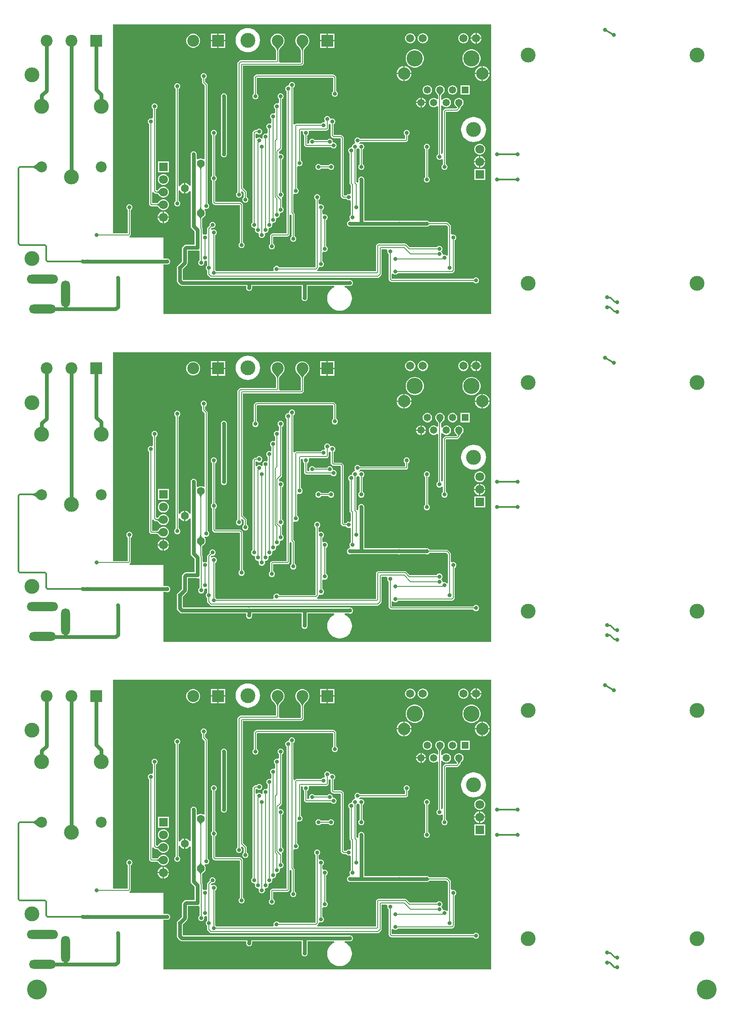
<source format=gbl>
G04*
G04 #@! TF.GenerationSoftware,Altium Limited,Altium Designer,22.11.1 (43)*
G04*
G04 Layer_Physical_Order=2*
G04 Layer_Color=16711680*
%FSLAX26Y26*%
%MOIN*%
G70*
G04*
G04 #@! TF.SameCoordinates,8CEB45D0-7A21-4CFE-8FF0-22CDAA51B365*
G04*
G04*
G04 #@! TF.FilePolarity,Positive*
G04*
G01*
G75*
%ADD40C,0.014000*%
%ADD41C,0.008000*%
%ADD42C,0.030000*%
%ADD44C,0.157480*%
%ADD45O,0.248031X0.070866*%
%ADD46O,0.212598X0.070866*%
%ADD47O,0.070866X0.212598*%
%ADD48C,0.097441*%
%ADD49C,0.064961*%
%ADD50C,0.058189*%
%ADD51R,0.058189X0.058189*%
%ADD52C,0.128346*%
%ADD53C,0.062992*%
%ADD54R,0.094488X0.094488*%
%ADD55C,0.094488*%
%ADD56C,0.086614*%
%ADD57C,0.086614*%
%ADD58C,0.118110*%
%ADD59R,0.070866X0.070866*%
%ADD60C,0.070866*%
%ADD61C,0.032000*%
G36*
X202306Y6366316D02*
X197928Y6370787D01*
X189600Y6378318D01*
X185649Y6381378D01*
X181841Y6383967D01*
X178175Y6386085D01*
X174652Y6387732D01*
X171271Y6388909D01*
X168032Y6389615D01*
X164936Y6389850D01*
X165194Y6403850D01*
X168231Y6404081D01*
X171442Y6404774D01*
X174827Y6405928D01*
X178387Y6407544D01*
X182121Y6409622D01*
X186030Y6412161D01*
X190113Y6415162D01*
X198802Y6422549D01*
X203407Y6426935D01*
X202306Y6366316D01*
D02*
G37*
G36*
X3800000Y5229790D02*
X1200000Y5229790D01*
Y5623400D01*
X1223900D01*
X1225226Y5622850D01*
X1234774D01*
X1243595Y5626504D01*
X1250346Y5633256D01*
X1254000Y5642077D01*
Y5651624D01*
X1250346Y5660445D01*
X1243595Y5667197D01*
X1234774Y5670850D01*
X1225226D01*
X1223900Y5670301D01*
X1200000D01*
Y5836850D01*
X933634D01*
X931947Y5846850D01*
X933965Y5848199D01*
X938652Y5852885D01*
X941304Y5856855D01*
X942235Y5861537D01*
Y6055941D01*
X943595Y6056504D01*
X950346Y6063256D01*
X954000Y6072077D01*
Y6081624D01*
X950346Y6090445D01*
X943595Y6097197D01*
X934774Y6100850D01*
X925226D01*
X916405Y6097197D01*
X909654Y6090445D01*
X906000Y6081624D01*
Y6072077D01*
X909654Y6063256D01*
X916405Y6056504D01*
X917765Y6055941D01*
Y5869086D01*
X800000D01*
Y7526115D01*
X3800000Y7526115D01*
Y5229790D01*
D02*
G37*
G36*
X202306Y3767890D02*
X197928Y3772362D01*
X189600Y3779893D01*
X185649Y3782953D01*
X181841Y3785541D01*
X178175Y3787660D01*
X174652Y3789307D01*
X171271Y3790484D01*
X168032Y3791190D01*
X164936Y3791425D01*
X165194Y3805425D01*
X168231Y3805656D01*
X171442Y3806349D01*
X174827Y3807503D01*
X178387Y3809119D01*
X182121Y3811196D01*
X186030Y3813736D01*
X190113Y3816737D01*
X198802Y3824124D01*
X203407Y3828510D01*
X202306Y3767890D01*
D02*
G37*
G36*
X3800000Y2631365D02*
X1200000Y2631365D01*
Y3024975D01*
X1223900D01*
X1225226Y3024425D01*
X1234774D01*
X1243595Y3028079D01*
X1250346Y3034830D01*
X1254000Y3043651D01*
Y3053199D01*
X1250346Y3062020D01*
X1243595Y3068771D01*
X1234774Y3072425D01*
X1225226D01*
X1223900Y3071876D01*
X1200000D01*
Y3238425D01*
X933634D01*
X931947Y3248425D01*
X933965Y3249774D01*
X938652Y3254460D01*
X941304Y3258429D01*
X942235Y3263111D01*
Y3457516D01*
X943595Y3458079D01*
X950346Y3464830D01*
X954000Y3473651D01*
Y3483199D01*
X950346Y3492020D01*
X943595Y3498771D01*
X934774Y3502425D01*
X925226D01*
X916405Y3498771D01*
X909654Y3492020D01*
X906000Y3483199D01*
Y3473651D01*
X909654Y3464830D01*
X916405Y3458079D01*
X917765Y3457516D01*
Y3270660D01*
X800000D01*
Y4927690D01*
X3800000Y4927690D01*
Y2631365D01*
D02*
G37*
G36*
X202306Y1169465D02*
X197928Y1173937D01*
X189600Y1181468D01*
X185649Y1184527D01*
X181841Y1187116D01*
X178175Y1189234D01*
X174652Y1190882D01*
X171271Y1192059D01*
X168032Y1192765D01*
X164936Y1193000D01*
X165194Y1207000D01*
X168231Y1207231D01*
X171442Y1207923D01*
X174827Y1209078D01*
X178387Y1210694D01*
X182121Y1212771D01*
X186030Y1215311D01*
X190113Y1218312D01*
X198802Y1225699D01*
X203407Y1230085D01*
X202306Y1169465D01*
D02*
G37*
G36*
X3800000Y32940D02*
X1200000Y32939D01*
Y426550D01*
X1223900D01*
X1225226Y426000D01*
X1234774D01*
X1243595Y429654D01*
X1250346Y436405D01*
X1254000Y445226D01*
Y454774D01*
X1250346Y463595D01*
X1243595Y470346D01*
X1234774Y474000D01*
X1225226D01*
X1223900Y473451D01*
X1200000D01*
Y640000D01*
X933634D01*
X931947Y650000D01*
X933965Y651348D01*
X938652Y656035D01*
X941304Y660004D01*
X942235Y664686D01*
Y859091D01*
X943595Y859654D01*
X950346Y866405D01*
X954000Y875226D01*
Y884774D01*
X950346Y893595D01*
X943595Y900346D01*
X934774Y904000D01*
X925226D01*
X916405Y900346D01*
X909654Y893595D01*
X906000Y884774D01*
Y875226D01*
X909654Y866405D01*
X916405Y859654D01*
X917765Y859091D01*
Y672235D01*
X800000D01*
Y2329265D01*
X3800000Y2329265D01*
Y32940D01*
D02*
G37*
%LPC*%
G36*
X3686656Y7459252D02*
X3686064D01*
Y7421772D01*
X3723543D01*
Y7422364D01*
X3720648Y7433168D01*
X3715056Y7442855D01*
X3707147Y7450764D01*
X3697460Y7456357D01*
X3686656Y7459252D01*
D02*
G37*
G36*
X3676064D02*
X3675470D01*
X3664666Y7456357D01*
X3654980Y7450764D01*
X3647070Y7442855D01*
X3641478Y7433168D01*
X3638583Y7422364D01*
Y7421772D01*
X3676064D01*
Y7459252D01*
D02*
G37*
G36*
X1691102Y7454095D02*
X1638859D01*
Y7401850D01*
X1691102D01*
Y7454095D01*
D02*
G37*
G36*
X1628859D02*
X1576614D01*
Y7401850D01*
X1628859D01*
Y7454095D01*
D02*
G37*
G36*
X2557244D02*
X2505000D01*
Y7401850D01*
X2557244D01*
Y7454095D01*
D02*
G37*
G36*
X2495000D02*
X2442756D01*
Y7401850D01*
X2495000D01*
Y7454095D01*
D02*
G37*
G36*
X3586392Y7457252D02*
X3575734D01*
X3565438Y7454493D01*
X3556208Y7449164D01*
X3548671Y7441627D01*
X3543341Y7432396D01*
X3540583Y7422101D01*
Y7411442D01*
X3543341Y7401147D01*
X3548671Y7391916D01*
X3556208Y7384379D01*
X3565438Y7379050D01*
X3575734Y7376291D01*
X3586392D01*
X3596688Y7379050D01*
X3605919Y7384379D01*
X3613455Y7391916D01*
X3618785Y7401147D01*
X3621543Y7411442D01*
Y7422101D01*
X3618785Y7432396D01*
X3613455Y7441627D01*
X3605919Y7449164D01*
X3596688Y7454493D01*
X3586392Y7457252D01*
D02*
G37*
G36*
X3264345D02*
X3253687D01*
X3243391Y7454493D01*
X3234160Y7449164D01*
X3226624Y7441627D01*
X3221294Y7432396D01*
X3218536Y7422101D01*
Y7411442D01*
X3221294Y7401147D01*
X3226624Y7391916D01*
X3234160Y7384379D01*
X3243391Y7379050D01*
X3253687Y7376291D01*
X3264345D01*
X3274641Y7379050D01*
X3283871Y7384379D01*
X3291408Y7391916D01*
X3296738Y7401147D01*
X3299496Y7411442D01*
Y7422101D01*
X3296738Y7432396D01*
X3291408Y7441627D01*
X3283871Y7449164D01*
X3274641Y7454493D01*
X3264345Y7457252D01*
D02*
G37*
G36*
X3164345D02*
X3153687D01*
X3143391Y7454493D01*
X3134160Y7449164D01*
X3126624Y7441627D01*
X3121294Y7432396D01*
X3118536Y7422101D01*
Y7411442D01*
X3121294Y7401147D01*
X3126624Y7391916D01*
X3134160Y7384379D01*
X3143391Y7379050D01*
X3153687Y7376291D01*
X3164345D01*
X3174641Y7379050D01*
X3183871Y7384379D01*
X3191408Y7391916D01*
X3196738Y7401147D01*
X3199496Y7411442D01*
Y7422101D01*
X3196738Y7432396D01*
X3191408Y7441627D01*
X3183871Y7449164D01*
X3174641Y7454493D01*
X3164345Y7457252D01*
D02*
G37*
G36*
X3723543Y7411772D02*
X3686064D01*
Y7374291D01*
X3686656D01*
X3697460Y7377186D01*
X3707147Y7382779D01*
X3715056Y7390688D01*
X3720648Y7400375D01*
X3723543Y7411179D01*
Y7411772D01*
D02*
G37*
G36*
X3676064D02*
X3638583D01*
Y7411179D01*
X3641478Y7400375D01*
X3647070Y7390688D01*
X3654980Y7382779D01*
X3664666Y7377186D01*
X3675470Y7374291D01*
X3676064D01*
Y7411772D01*
D02*
G37*
G36*
X1444281Y7452095D02*
X1429735D01*
X1415685Y7448330D01*
X1403087Y7441057D01*
X1392802Y7430771D01*
X1385529Y7418174D01*
X1381764Y7404123D01*
Y7389577D01*
X1385529Y7375527D01*
X1392802Y7362930D01*
X1403087Y7352644D01*
X1415685Y7345371D01*
X1429735Y7341606D01*
X1444281D01*
X1458331Y7345371D01*
X1470929Y7352644D01*
X1481214Y7362930D01*
X1488487Y7375527D01*
X1492252Y7389577D01*
Y7404123D01*
X1488487Y7418174D01*
X1481214Y7430771D01*
X1470929Y7441057D01*
X1458331Y7448330D01*
X1444281Y7452095D01*
D02*
G37*
G36*
X2557244Y7391850D02*
X2505000D01*
Y7339606D01*
X2557244D01*
Y7391850D01*
D02*
G37*
G36*
X2495000D02*
X2442756D01*
Y7339606D01*
X2495000D01*
Y7391850D01*
D02*
G37*
G36*
X1691102Y7391850D02*
X1638859D01*
Y7339606D01*
X1691102D01*
Y7391850D01*
D02*
G37*
G36*
X1628859D02*
X1576614D01*
Y7339606D01*
X1628859D01*
Y7391850D01*
D02*
G37*
G36*
X1870079Y7498174D02*
X1851233Y7496318D01*
X1833112Y7490821D01*
X1816411Y7481894D01*
X1801773Y7469881D01*
X1789759Y7455243D01*
X1780833Y7438542D01*
X1775335Y7420420D01*
X1773479Y7401575D01*
X1775335Y7382729D01*
X1780833Y7364608D01*
X1789759Y7347907D01*
X1801773Y7333269D01*
X1816411Y7321255D01*
X1833112Y7312329D01*
X1851233Y7306832D01*
X1870079Y7304975D01*
X1888924Y7306832D01*
X1907046Y7312329D01*
X1923747Y7321255D01*
X1938385Y7333269D01*
X1950398Y7347907D01*
X1959325Y7364608D01*
X1964822Y7382729D01*
X1966678Y7401575D01*
X1964822Y7420420D01*
X1959325Y7438542D01*
X1950398Y7455243D01*
X1938385Y7469881D01*
X1923747Y7481894D01*
X1907046Y7490821D01*
X1888924Y7496318D01*
X1870079Y7498174D01*
D02*
G37*
G36*
X2310423Y7452095D02*
X2295877D01*
X2281826Y7448330D01*
X2269229Y7441057D01*
X2258943Y7430771D01*
X2251670Y7418174D01*
X2247906Y7404123D01*
Y7389577D01*
X2251670Y7375527D01*
X2258943Y7362930D01*
X2263828Y7358045D01*
X2264225Y7357431D01*
X2274506Y7346836D01*
X2282293Y7337689D01*
X2285181Y7333786D01*
X2287496Y7330234D01*
X2289190Y7327147D01*
X2290279Y7324597D01*
X2290818Y7322680D01*
X2290915Y7321758D01*
Y7225068D01*
X2288932Y7223086D01*
X2125007D01*
X2122977Y7224982D01*
X2118216Y7233086D01*
X2118534Y7234686D01*
Y7321758D01*
X2118631Y7322680D01*
X2119170Y7324597D01*
X2120259Y7327147D01*
X2121954Y7330235D01*
X2124268Y7333786D01*
X2127111Y7337628D01*
X2139797Y7351981D01*
X2145150Y7357355D01*
X2145583Y7358007D01*
X2150506Y7362930D01*
X2157779Y7375527D01*
X2161543Y7389577D01*
Y7404123D01*
X2157779Y7418174D01*
X2150506Y7430771D01*
X2140220Y7441057D01*
X2127623Y7448330D01*
X2113572Y7452095D01*
X2099026D01*
X2084976Y7448330D01*
X2072379Y7441057D01*
X2062093Y7430771D01*
X2054820Y7418174D01*
X2051055Y7404123D01*
Y7389577D01*
X2054820Y7375527D01*
X2062093Y7362930D01*
X2066978Y7358045D01*
X2067374Y7357431D01*
X2077655Y7346836D01*
X2085442Y7337689D01*
X2088331Y7333786D01*
X2090646Y7330234D01*
X2092339Y7327147D01*
X2093428Y7324597D01*
X2093968Y7322680D01*
X2094064Y7321758D01*
Y7242235D01*
X1813150D01*
X1808467Y7241304D01*
X1804498Y7238651D01*
X1791349Y7225502D01*
X1788696Y7221533D01*
X1787765Y7216850D01*
Y6197760D01*
X1786405Y6197197D01*
X1779654Y6190445D01*
X1776000Y6181624D01*
Y6172077D01*
X1779654Y6163256D01*
X1786405Y6156504D01*
X1795226Y6152850D01*
X1804774D01*
X1813595Y6156504D01*
X1820346Y6163256D01*
X1824000Y6172077D01*
Y6181624D01*
X1820346Y6190445D01*
X1815784Y6195008D01*
X1816057Y6199348D01*
X1825420Y6202977D01*
X1826676Y6202871D01*
X1837765Y6191783D01*
Y6157760D01*
X1836405Y6157197D01*
X1829654Y6150445D01*
X1826000Y6141624D01*
Y6132077D01*
X1829654Y6123256D01*
X1836405Y6116504D01*
X1845226Y6112850D01*
X1854774D01*
X1863595Y6116504D01*
X1870346Y6123256D01*
X1874000Y6132077D01*
Y6141624D01*
X1870346Y6150445D01*
X1863595Y6157197D01*
X1862235Y6157760D01*
Y6196850D01*
X1861304Y6201533D01*
X1858652Y6205502D01*
X1832235Y6231918D01*
Y7198615D01*
X2294000D01*
X2298682Y7199547D01*
X2302652Y7202199D01*
X2311801Y7211349D01*
X2314454Y7215318D01*
X2315385Y7220000D01*
Y7321758D01*
X2315481Y7322680D01*
X2316021Y7324597D01*
X2317110Y7327147D01*
X2318804Y7330235D01*
X2321118Y7333786D01*
X2323961Y7337628D01*
X2336647Y7351981D01*
X2342000Y7357355D01*
X2342434Y7358007D01*
X2347356Y7362930D01*
X2354629Y7375527D01*
X2358394Y7389577D01*
Y7404123D01*
X2354629Y7418174D01*
X2347356Y7430771D01*
X2337070Y7441057D01*
X2324473Y7448330D01*
X2310423Y7452095D01*
D02*
G37*
G36*
X3652148Y7329102D02*
X3637931D01*
X3623987Y7326329D01*
X3610853Y7320888D01*
X3599032Y7312990D01*
X3588979Y7302937D01*
X3581081Y7291116D01*
X3575640Y7277981D01*
X3572866Y7264038D01*
Y7249821D01*
X3575640Y7235877D01*
X3581081Y7222742D01*
X3588979Y7210921D01*
X3599032Y7200868D01*
X3610853Y7192970D01*
X3623987Y7187529D01*
X3637931Y7184756D01*
X3652148D01*
X3666092Y7187529D01*
X3679226Y7192970D01*
X3691047Y7200868D01*
X3701100Y7210921D01*
X3708999Y7222742D01*
X3714439Y7235877D01*
X3717213Y7249821D01*
Y7264038D01*
X3714439Y7277981D01*
X3708999Y7291116D01*
X3701100Y7302937D01*
X3691047Y7312990D01*
X3679226Y7320888D01*
X3666092Y7326329D01*
X3652148Y7329102D01*
D02*
G37*
G36*
X3202148D02*
X3187931D01*
X3173987Y7326329D01*
X3160853Y7320888D01*
X3149032Y7312990D01*
X3138979Y7302937D01*
X3131081Y7291116D01*
X3125640Y7277981D01*
X3122866Y7264038D01*
Y7249821D01*
X3125640Y7235877D01*
X3131081Y7222742D01*
X3138979Y7210921D01*
X3149032Y7200868D01*
X3160853Y7192970D01*
X3173987Y7187529D01*
X3187931Y7184756D01*
X3202148D01*
X3216092Y7187529D01*
X3229226Y7192970D01*
X3241047Y7200868D01*
X3251100Y7210921D01*
X3258999Y7222742D01*
X3264439Y7235877D01*
X3267213Y7249821D01*
Y7264038D01*
X3264439Y7277981D01*
X3258999Y7291116D01*
X3251100Y7302937D01*
X3241047Y7312990D01*
X3229226Y7320888D01*
X3216092Y7326329D01*
X3202148Y7329102D01*
D02*
G37*
G36*
X3735862Y7195571D02*
X3735079D01*
Y7141850D01*
X3788799D01*
Y7142634D01*
X3786543Y7153979D01*
X3782116Y7164665D01*
X3775690Y7174283D01*
X3767511Y7182462D01*
X3757893Y7188888D01*
X3747207Y7193314D01*
X3735862Y7195571D01*
D02*
G37*
G36*
X3115784D02*
X3115000D01*
Y7141850D01*
X3168720D01*
Y7142634D01*
X3166464Y7153979D01*
X3162037Y7164665D01*
X3155611Y7174283D01*
X3147432Y7182462D01*
X3137815Y7188888D01*
X3127128Y7193314D01*
X3115784Y7195571D01*
D02*
G37*
G36*
X3725079D02*
X3724295D01*
X3712951Y7193314D01*
X3702264Y7188888D01*
X3692647Y7182462D01*
X3684468Y7174283D01*
X3678042Y7164665D01*
X3673615Y7153979D01*
X3671358Y7142634D01*
Y7141850D01*
X3725079D01*
Y7195571D01*
D02*
G37*
G36*
X3105000D02*
X3104217D01*
X3092872Y7193314D01*
X3082186Y7188888D01*
X3072568Y7182462D01*
X3064389Y7174283D01*
X3057963Y7164665D01*
X3053536Y7153979D01*
X3051280Y7142634D01*
Y7141850D01*
X3105000D01*
Y7195571D01*
D02*
G37*
G36*
X3788799Y7131850D02*
X3735079D01*
Y7078130D01*
X3735862D01*
X3747207Y7080387D01*
X3757893Y7084813D01*
X3767511Y7091239D01*
X3775690Y7099418D01*
X3782116Y7109036D01*
X3786543Y7119722D01*
X3788799Y7131067D01*
Y7131850D01*
D02*
G37*
G36*
X3725079D02*
X3671358D01*
Y7131067D01*
X3673615Y7119722D01*
X3678042Y7109036D01*
X3684468Y7099418D01*
X3692647Y7091239D01*
X3702264Y7084813D01*
X3712951Y7080387D01*
X3724295Y7078130D01*
X3725079D01*
Y7131850D01*
D02*
G37*
G36*
X3168720D02*
X3115000D01*
Y7078130D01*
X3115784D01*
X3127128Y7080387D01*
X3137815Y7084813D01*
X3147432Y7091239D01*
X3155611Y7099418D01*
X3162037Y7109036D01*
X3166464Y7119722D01*
X3168720Y7131067D01*
Y7131850D01*
D02*
G37*
G36*
X3105000D02*
X3051280D01*
Y7131067D01*
X3053536Y7119722D01*
X3057963Y7109036D01*
X3064389Y7099418D01*
X3072568Y7091239D01*
X3082186Y7084813D01*
X3092872Y7080387D01*
X3104217Y7078130D01*
X3105000D01*
Y7131850D01*
D02*
G37*
G36*
X3632134Y7044024D02*
X3557945D01*
Y6969835D01*
X3632134D01*
Y7044024D01*
D02*
G37*
G36*
X3499923D02*
X3490156D01*
X3480722Y7041496D01*
X3472263Y7036612D01*
X3465356Y7029706D01*
X3460473Y7021247D01*
X3457945Y7011813D01*
Y7002046D01*
X3460473Y6992611D01*
X3465356Y6984153D01*
X3472263Y6977246D01*
X3480722Y6972363D01*
X3490156Y6969835D01*
X3499923D01*
X3509357Y6972363D01*
X3517816Y6977246D01*
X3524722Y6984153D01*
X3529606Y6992611D01*
X3532134Y7002046D01*
Y7011813D01*
X3529606Y7021247D01*
X3524722Y7029706D01*
X3517816Y7036612D01*
X3509357Y7041496D01*
X3499923Y7044024D01*
D02*
G37*
G36*
X3299923D02*
X3290156D01*
X3280722Y7041496D01*
X3272263Y7036612D01*
X3265356Y7029706D01*
X3260473Y7021247D01*
X3257945Y7011813D01*
Y7002046D01*
X3260473Y6992611D01*
X3265356Y6984153D01*
X3272263Y6977246D01*
X3280722Y6972363D01*
X3290156Y6969835D01*
X3299923D01*
X3309357Y6972363D01*
X3317816Y6977246D01*
X3324722Y6984153D01*
X3329606Y6992611D01*
X3332134Y7002046D01*
Y7011813D01*
X3329606Y7021247D01*
X3324722Y7029706D01*
X3317816Y7036612D01*
X3309357Y7041496D01*
X3299923Y7044024D01*
D02*
G37*
G36*
X2550000Y7129086D02*
X1940000D01*
X1935318Y7128154D01*
X1931349Y7125502D01*
X1921349Y7115502D01*
X1918696Y7111533D01*
X1917765Y7106850D01*
Y6977760D01*
X1916405Y6977197D01*
X1909654Y6970445D01*
X1906000Y6961624D01*
Y6952077D01*
X1909654Y6943256D01*
X1916405Y6936504D01*
X1925226Y6932850D01*
X1934774D01*
X1943595Y6936504D01*
X1950346Y6943256D01*
X1954000Y6952077D01*
Y6961624D01*
X1950346Y6970445D01*
X1943595Y6977197D01*
X1942235Y6977760D01*
Y7101783D01*
X1945068Y7104615D01*
X2544932D01*
X2547765Y7101783D01*
Y6997760D01*
X2546405Y6997197D01*
X2539654Y6990445D01*
X2536000Y6981624D01*
Y6972077D01*
X2539654Y6963256D01*
X2546405Y6956504D01*
X2555226Y6952850D01*
X2564774D01*
X2573595Y6956504D01*
X2580346Y6963256D01*
X2584000Y6972077D01*
Y6981624D01*
X2580346Y6990445D01*
X2573595Y6997197D01*
X2572235Y6997760D01*
Y7106850D01*
X2571304Y7111533D01*
X2568652Y7115502D01*
X2558652Y7125502D01*
X2554682Y7128154D01*
X2550000Y7129086D01*
D02*
G37*
G36*
X3399923Y7044024D02*
X3390156D01*
X3380722Y7041496D01*
X3372263Y7036612D01*
X3365356Y7029706D01*
X3360473Y7021247D01*
X3357945Y7011813D01*
Y7002046D01*
X3360473Y6992611D01*
X3365356Y6984153D01*
X3366579Y6982930D01*
X3366624Y6982845D01*
X3372062Y6976164D01*
X3376111Y6970469D01*
X3377561Y6968113D01*
X3378717Y6965973D01*
X3379542Y6964154D01*
X3380051Y6962706D01*
X3380285Y6961692D01*
Y6938286D01*
X3370285Y6934144D01*
X3367816Y6936612D01*
X3359357Y6941496D01*
X3349923Y6944024D01*
X3340156D01*
X3330722Y6941496D01*
X3322263Y6936612D01*
X3315356Y6929706D01*
X3310473Y6921247D01*
X3307945Y6911813D01*
Y6902046D01*
X3310473Y6892611D01*
X3315356Y6884153D01*
X3322263Y6877246D01*
X3330722Y6872363D01*
X3340156Y6869835D01*
X3349923D01*
X3359357Y6872363D01*
X3367816Y6877246D01*
X3370285Y6879715D01*
X3380285Y6875573D01*
Y6498804D01*
X3376405Y6497197D01*
X3369654Y6490445D01*
X3366000Y6481624D01*
Y6472077D01*
X3369654Y6463256D01*
X3376405Y6456504D01*
X3385226Y6452850D01*
X3394774D01*
X3403595Y6456504D01*
X3407765Y6460674D01*
X3417765Y6457024D01*
Y6417760D01*
X3416405Y6417197D01*
X3409654Y6410445D01*
X3406000Y6401624D01*
Y6392077D01*
X3409654Y6383256D01*
X3416405Y6376504D01*
X3425226Y6372850D01*
X3434774D01*
X3443595Y6376504D01*
X3450346Y6383256D01*
X3454000Y6392077D01*
Y6401624D01*
X3450346Y6410445D01*
X3443595Y6417197D01*
X3442235Y6417760D01*
Y6831783D01*
X3445068Y6834615D01*
X3530000D01*
X3534682Y6835547D01*
X3538652Y6838199D01*
X3553691Y6853238D01*
X3556343Y6857208D01*
X3557125Y6861140D01*
X3557177Y6861330D01*
X3557184Y6861436D01*
X3557275Y6861890D01*
Y6862748D01*
X3557286Y6862914D01*
X3557518Y6864052D01*
X3557949Y6865343D01*
X3558619Y6866797D01*
X3559559Y6868408D01*
X3560794Y6870164D01*
X3562262Y6871954D01*
X3566452Y6876193D01*
X3567360Y6876983D01*
X3567816Y6877246D01*
X3568836Y6878266D01*
X3568994Y6878403D01*
X3569064Y6878494D01*
X3569263Y6878693D01*
X3569410Y6878791D01*
X3569508Y6878938D01*
X3574722Y6884153D01*
X3579606Y6892611D01*
X3582134Y6902046D01*
Y6911813D01*
X3579606Y6921247D01*
X3574722Y6929706D01*
X3567816Y6936612D01*
X3559357Y6941496D01*
X3549923Y6944024D01*
X3540156D01*
X3530722Y6941496D01*
X3522263Y6936612D01*
X3515356Y6929706D01*
X3510473Y6921247D01*
X3507945Y6911813D01*
Y6902046D01*
X3510473Y6892611D01*
X3515356Y6884153D01*
X3520572Y6878938D01*
X3520669Y6878791D01*
X3520816Y6878693D01*
X3521015Y6878494D01*
X3521085Y6878403D01*
X3521243Y6878266D01*
X3522263Y6877246D01*
X3522718Y6876983D01*
X3523710Y6876121D01*
X3525885Y6874035D01*
X3527743Y6872044D01*
X3529284Y6870164D01*
X3530519Y6868408D01*
X3531460Y6866797D01*
X3531834Y6865987D01*
X3524932Y6859086D01*
X3440000D01*
X3435318Y6858154D01*
X3431349Y6855502D01*
X3421349Y6845502D01*
X3418696Y6841533D01*
X3417765Y6836850D01*
Y6505501D01*
X3407765Y6500395D01*
X3404755Y6502573D01*
Y6882515D01*
X3414755Y6885194D01*
X3415356Y6884153D01*
X3422263Y6877246D01*
X3430722Y6872363D01*
X3440156Y6869835D01*
X3449923D01*
X3459357Y6872363D01*
X3467816Y6877246D01*
X3474722Y6884153D01*
X3479606Y6892611D01*
X3482134Y6902046D01*
Y6911813D01*
X3479606Y6921247D01*
X3474722Y6929706D01*
X3467816Y6936612D01*
X3459357Y6941496D01*
X3449923Y6944024D01*
X3440156D01*
X3430722Y6941496D01*
X3422263Y6936612D01*
X3415356Y6929706D01*
X3414755Y6928664D01*
X3404755Y6931343D01*
Y6961023D01*
X3404767Y6961169D01*
X3405006Y6962165D01*
X3405497Y6963440D01*
X3406298Y6964978D01*
X3407445Y6966751D01*
X3408956Y6968725D01*
X3410772Y6970797D01*
X3415794Y6975672D01*
X3417261Y6976926D01*
X3417816Y6977246D01*
X3424722Y6984153D01*
X3429606Y6992611D01*
X3432134Y7002046D01*
Y7011813D01*
X3429606Y7021247D01*
X3424722Y7029706D01*
X3417816Y7036612D01*
X3409357Y7041496D01*
X3399923Y7044024D01*
D02*
G37*
G36*
X3250186Y6946024D02*
X3250039D01*
Y6911929D01*
X3284134D01*
Y6912076D01*
X3281470Y6922019D01*
X3276323Y6930934D01*
X3269044Y6938212D01*
X3260129Y6943359D01*
X3250186Y6946024D01*
D02*
G37*
G36*
X3240039D02*
X3239893D01*
X3229950Y6943359D01*
X3221035Y6938212D01*
X3213756Y6930934D01*
X3208609Y6922019D01*
X3205945Y6912076D01*
Y6911929D01*
X3240039D01*
Y6946024D01*
D02*
G37*
G36*
X2134774Y6980850D02*
X2125226D01*
X2116405Y6977197D01*
X2109654Y6970445D01*
X2106000Y6961624D01*
Y6952077D01*
X2109654Y6943256D01*
X2116405Y6936504D01*
X2117765Y6935941D01*
Y6906092D01*
X2107765Y6899611D01*
X2104774Y6900850D01*
X2095226D01*
X2086405Y6897197D01*
X2079654Y6890445D01*
X2076000Y6881624D01*
Y6872077D01*
X2079654Y6863256D01*
X2086405Y6856504D01*
X2087765Y6855941D01*
Y6826092D01*
X2077765Y6819611D01*
X2074774Y6820850D01*
X2065226D01*
X2056405Y6817197D01*
X2049654Y6810445D01*
X2046000Y6801624D01*
Y6792077D01*
X2049654Y6783256D01*
X2056405Y6776504D01*
X2057765Y6775941D01*
Y6746092D01*
X2047765Y6739611D01*
X2044774Y6740850D01*
X2035226D01*
X2026405Y6737197D01*
X2019654Y6730445D01*
X2016000Y6721624D01*
Y6712077D01*
X2019654Y6703256D01*
X2026405Y6696504D01*
X2027765Y6695941D01*
Y6666092D01*
X2017765Y6659611D01*
X2014774Y6660850D01*
X2005226D01*
X1996405Y6657197D01*
X1989654Y6650445D01*
X1986000Y6641624D01*
Y6632077D01*
X1988983Y6624874D01*
X1980346Y6620446D01*
X1973595Y6627197D01*
X1964774Y6630850D01*
X1955226D01*
X1946405Y6627197D01*
X1942235Y6623027D01*
X1932235Y6626677D01*
Y6657024D01*
X1942235Y6660674D01*
X1946405Y6656504D01*
X1955226Y6652850D01*
X1964774D01*
X1973595Y6656504D01*
X1980346Y6663256D01*
X1984000Y6672077D01*
Y6681624D01*
X1980346Y6690445D01*
X1973595Y6697197D01*
X1964774Y6700850D01*
X1955226D01*
X1946405Y6697197D01*
X1939654Y6690445D01*
X1939091Y6689086D01*
X1930000D01*
X1925318Y6688154D01*
X1921349Y6685502D01*
X1911349Y6675502D01*
X1908696Y6671533D01*
X1907765Y6666850D01*
Y5957760D01*
X1906405Y5957197D01*
X1899654Y5950445D01*
X1896000Y5941624D01*
Y5932077D01*
X1899654Y5923256D01*
X1906405Y5916504D01*
X1915226Y5912850D01*
X1919826D01*
X1926773Y5903840D01*
X1926823Y5903612D01*
X1926000Y5901624D01*
Y5892077D01*
X1929654Y5883256D01*
X1936405Y5876504D01*
X1945226Y5872850D01*
X1951826D01*
X1957600Y5866551D01*
X1958869Y5863723D01*
X1958000Y5861624D01*
Y5852077D01*
X1961654Y5843256D01*
X1968405Y5836504D01*
X1977226Y5832850D01*
X1986774D01*
X1995595Y5836504D01*
X2002346Y5843256D01*
X2006000Y5852077D01*
Y5861624D01*
X2005492Y5862850D01*
X2012174Y5872850D01*
X2014774D01*
X2023595Y5876504D01*
X2030346Y5883256D01*
X2034000Y5892077D01*
Y5901624D01*
X2033177Y5903612D01*
X2033228Y5903840D01*
X2040174Y5912850D01*
X2044774D01*
X2053595Y5916504D01*
X2060346Y5923256D01*
X2064000Y5932077D01*
Y5941624D01*
X2063177Y5943612D01*
X2063228Y5943840D01*
X2070174Y5952850D01*
X2074774D01*
X2083595Y5956504D01*
X2090346Y5963256D01*
X2094000Y5972077D01*
Y5981624D01*
X2093177Y5983612D01*
X2093228Y5983840D01*
X2100174Y5992850D01*
X2104774D01*
X2113595Y5996504D01*
X2120346Y6003256D01*
X2124000Y6012077D01*
Y6021624D01*
X2123177Y6023612D01*
X2123228Y6023840D01*
X2130174Y6032850D01*
X2134774D01*
X2143595Y6036504D01*
X2150346Y6043256D01*
X2154000Y6052077D01*
Y6061624D01*
X2150346Y6070445D01*
X2143595Y6077197D01*
X2142235Y6077760D01*
Y6137252D01*
X2141304Y6141935D01*
X2139840Y6144125D01*
X2140528Y6150741D01*
X2142604Y6156094D01*
X2143595Y6156504D01*
X2150346Y6163256D01*
X2154000Y6172077D01*
Y6181624D01*
X2150346Y6190445D01*
X2143595Y6197197D01*
X2142235Y6197760D01*
Y6455941D01*
X2143595Y6456504D01*
X2150346Y6463256D01*
X2154000Y6472077D01*
Y6481624D01*
X2150346Y6490445D01*
X2143595Y6497197D01*
X2134774Y6500850D01*
X2125226D01*
X2117219Y6506489D01*
X2116537Y6516084D01*
X2138652Y6538199D01*
X2141304Y6542168D01*
X2142235Y6546850D01*
Y6935941D01*
X2143595Y6936504D01*
X2150346Y6943256D01*
X2154000Y6952077D01*
Y6961624D01*
X2150346Y6970445D01*
X2143595Y6977197D01*
X2134774Y6980850D01*
D02*
G37*
G36*
X3284134Y6901929D02*
X3250039D01*
Y6867835D01*
X3250186D01*
X3260129Y6870499D01*
X3269044Y6875646D01*
X3276323Y6882925D01*
X3281470Y6891839D01*
X3284134Y6901782D01*
Y6901929D01*
D02*
G37*
G36*
X3240039D02*
X3205945D01*
Y6901782D01*
X3208609Y6891839D01*
X3213756Y6882925D01*
X3221035Y6875646D01*
X3229950Y6870499D01*
X3239893Y6867835D01*
X3240039D01*
Y6901929D01*
D02*
G37*
G36*
X1134774Y6900850D02*
X1125226D01*
X1116405Y6897197D01*
X1109654Y6890445D01*
X1106000Y6881624D01*
Y6872077D01*
X1109654Y6863256D01*
X1116405Y6856504D01*
X1117765Y6855941D01*
Y6786092D01*
X1107765Y6779611D01*
X1104774Y6780850D01*
X1095226D01*
X1086405Y6777197D01*
X1079654Y6770445D01*
X1076000Y6761624D01*
Y6752077D01*
X1079654Y6743256D01*
X1086405Y6736504D01*
X1087765Y6735941D01*
Y6101537D01*
X1088696Y6096855D01*
X1091349Y6092885D01*
X1096035Y6088199D01*
X1100004Y6085547D01*
X1104686Y6084615D01*
X1148477D01*
X1149054Y6084587D01*
X1150860Y6084309D01*
X1152515Y6083863D01*
X1154053Y6083252D01*
X1155509Y6082466D01*
X1156914Y6081484D01*
X1158288Y6080278D01*
X1159638Y6078819D01*
X1160962Y6077081D01*
X1162420Y6074775D01*
X1162861Y6074310D01*
X1165245Y6070182D01*
X1173332Y6062095D01*
X1183236Y6056377D01*
X1194282Y6053417D01*
X1205718D01*
X1216765Y6056377D01*
X1226669Y6062095D01*
X1234755Y6070182D01*
X1240473Y6080086D01*
X1243433Y6091132D01*
Y6102569D01*
X1240473Y6113615D01*
X1234755Y6123519D01*
X1226669Y6131605D01*
X1216765Y6137324D01*
X1205718Y6140283D01*
X1194282D01*
X1183236Y6137324D01*
X1173332Y6131605D01*
X1165245Y6123519D01*
X1162861Y6119390D01*
X1162420Y6118926D01*
X1160962Y6116620D01*
X1159638Y6114881D01*
X1158288Y6113422D01*
X1156914Y6112217D01*
X1155508Y6111235D01*
X1154053Y6110449D01*
X1152515Y6109838D01*
X1150860Y6109392D01*
X1149054Y6109114D01*
X1148477Y6109086D01*
X1112235D01*
Y6193838D01*
X1118523Y6196847D01*
X1122235Y6197312D01*
X1131349Y6188199D01*
X1135318Y6185547D01*
X1140000Y6184615D01*
X1148477D01*
X1149054Y6184587D01*
X1150860Y6184309D01*
X1152515Y6183863D01*
X1154053Y6183252D01*
X1155509Y6182466D01*
X1156914Y6181484D01*
X1158288Y6180278D01*
X1159638Y6178819D01*
X1160962Y6177081D01*
X1162420Y6174775D01*
X1162861Y6174310D01*
X1165245Y6170182D01*
X1173332Y6162095D01*
X1183236Y6156377D01*
X1194282Y6153417D01*
X1205718D01*
X1216765Y6156377D01*
X1226669Y6162095D01*
X1234755Y6170182D01*
X1240473Y6180086D01*
X1243433Y6191132D01*
Y6202569D01*
X1240473Y6213615D01*
X1234755Y6223519D01*
X1226669Y6231605D01*
X1216765Y6237324D01*
X1205718Y6240283D01*
X1194282D01*
X1183236Y6237324D01*
X1173332Y6231605D01*
X1165245Y6223519D01*
X1162861Y6219390D01*
X1162420Y6218926D01*
X1160962Y6216620D01*
X1159638Y6214881D01*
X1158288Y6213422D01*
X1156914Y6212217D01*
X1155508Y6211235D01*
X1154053Y6210449D01*
X1152515Y6209838D01*
X1151230Y6209492D01*
X1149303Y6210546D01*
X1144015Y6214464D01*
X1142235Y6216354D01*
Y6855941D01*
X1143595Y6856504D01*
X1150346Y6863256D01*
X1154000Y6872077D01*
Y6881624D01*
X1150346Y6890445D01*
X1143595Y6897197D01*
X1134774Y6900850D01*
D02*
G37*
G36*
X3661417Y6791877D02*
X3642110Y6789975D01*
X3623546Y6784344D01*
X3606436Y6775199D01*
X3591439Y6762891D01*
X3579132Y6747895D01*
X3569987Y6730785D01*
X3564355Y6712220D01*
X3562454Y6692913D01*
X3564355Y6673606D01*
X3569987Y6655042D01*
X3579132Y6637932D01*
X3591439Y6622935D01*
X3606436Y6610628D01*
X3623546Y6601483D01*
X3642110Y6595851D01*
X3661417Y6593950D01*
X3680724Y6595851D01*
X3699289Y6601483D01*
X3716399Y6610628D01*
X3731395Y6622935D01*
X3743703Y6637932D01*
X3752848Y6655042D01*
X3758479Y6673606D01*
X3760381Y6692913D01*
X3758479Y6712220D01*
X3752848Y6730785D01*
X3743703Y6747895D01*
X3731395Y6762891D01*
X3716399Y6775199D01*
X3699289Y6784344D01*
X3680724Y6789975D01*
X3661417Y6791877D01*
D02*
G37*
G36*
X3715718Y6580283D02*
X3704282D01*
X3693236Y6577324D01*
X3683332Y6571605D01*
X3675245Y6563519D01*
X3669527Y6553615D01*
X3666567Y6542569D01*
Y6531132D01*
X3669527Y6520086D01*
X3675245Y6510182D01*
X3683332Y6502095D01*
X3693236Y6496377D01*
X3704282Y6493417D01*
X3715718D01*
X3726765Y6496377D01*
X3736669Y6502095D01*
X3744755Y6510182D01*
X3750473Y6520086D01*
X3753433Y6531132D01*
Y6542569D01*
X3750473Y6553615D01*
X3744755Y6563519D01*
X3736669Y6571605D01*
X3726765Y6577324D01*
X3715718Y6580283D01*
D02*
G37*
G36*
X1684774Y6980850D02*
X1675226D01*
X1666405Y6977197D01*
X1659654Y6970445D01*
X1656000Y6961624D01*
Y6952077D01*
X1656550Y6950750D01*
Y6502951D01*
X1656000Y6501624D01*
Y6492077D01*
X1659654Y6483256D01*
X1666405Y6476504D01*
X1675226Y6472850D01*
X1684774D01*
X1693595Y6476504D01*
X1700346Y6483256D01*
X1704000Y6492077D01*
Y6501624D01*
X1703451Y6502951D01*
Y6950750D01*
X1704000Y6952077D01*
Y6961624D01*
X1700346Y6970445D01*
X1693595Y6977197D01*
X1684774Y6980850D01*
D02*
G37*
G36*
X3715981Y6482283D02*
X3715000D01*
Y6441850D01*
X3755433D01*
Y6442832D01*
X3752337Y6454387D01*
X3746356Y6464747D01*
X3737897Y6473206D01*
X3727537Y6479187D01*
X3715981Y6482283D01*
D02*
G37*
G36*
X3705000D02*
X3704019D01*
X3692464Y6479187D01*
X3682104Y6473206D01*
X3673645Y6464747D01*
X3667663Y6454387D01*
X3664567Y6442832D01*
Y6441850D01*
X3705000D01*
Y6482283D01*
D02*
G37*
G36*
X2534774Y6420850D02*
X2525226D01*
X2516405Y6417197D01*
X2509654Y6410445D01*
X2509091Y6409086D01*
X2450910D01*
X2450346Y6410445D01*
X2443595Y6417197D01*
X2434774Y6420850D01*
X2425226D01*
X2416405Y6417197D01*
X2409654Y6410445D01*
X2406000Y6401624D01*
Y6392077D01*
X2409654Y6383256D01*
X2416405Y6376504D01*
X2425226Y6372850D01*
X2434774D01*
X2443595Y6376504D01*
X2450346Y6383256D01*
X2450910Y6384615D01*
X2509091D01*
X2509654Y6383256D01*
X2516405Y6376504D01*
X2525226Y6372850D01*
X2534774D01*
X2543595Y6376504D01*
X2550346Y6383256D01*
X2554000Y6392077D01*
Y6401624D01*
X2550346Y6410445D01*
X2543595Y6417197D01*
X2534774Y6420850D01*
D02*
G37*
G36*
X3755433Y6431850D02*
X3715000D01*
Y6391417D01*
X3715981D01*
X3727537Y6394514D01*
X3737897Y6400495D01*
X3746356Y6408954D01*
X3752337Y6419314D01*
X3755433Y6430869D01*
Y6431850D01*
D02*
G37*
G36*
X3705000D02*
X3664567D01*
Y6430869D01*
X3667663Y6419314D01*
X3673645Y6408954D01*
X3682104Y6400495D01*
X3692464Y6394514D01*
X3704019Y6391417D01*
X3705000D01*
Y6431850D01*
D02*
G37*
G36*
X1524774Y7140850D02*
X1515226D01*
X1506405Y7137197D01*
X1499654Y7130445D01*
X1496000Y7121624D01*
Y7112077D01*
X1499654Y7103256D01*
X1506405Y7096504D01*
X1507765Y7095941D01*
Y7066850D01*
X1508696Y7062168D01*
X1511349Y7058199D01*
X1527765Y7041783D01*
Y6461918D01*
X1525187Y6459654D01*
X1517765Y6456732D01*
X1511229Y6460505D01*
X1501184Y6463197D01*
X1490785D01*
X1480739Y6460505D01*
X1473451Y6456297D01*
X1467461Y6458328D01*
X1463451Y6461165D01*
Y6490750D01*
X1464000Y6492077D01*
Y6501624D01*
X1460346Y6510445D01*
X1453595Y6517197D01*
X1444774Y6520850D01*
X1435226D01*
X1426405Y6517197D01*
X1419654Y6510445D01*
X1416000Y6501624D01*
Y6492077D01*
X1416550Y6490750D01*
Y6249217D01*
X1406550Y6246537D01*
X1403205Y6252330D01*
X1395479Y6260056D01*
X1386017Y6265519D01*
X1375463Y6268346D01*
X1375000D01*
Y6226850D01*
Y6185354D01*
X1375463D01*
X1386017Y6188182D01*
X1395479Y6193645D01*
X1403205Y6201371D01*
X1406550Y6207164D01*
X1416550Y6204484D01*
Y5926850D01*
X1418335Y5917876D01*
X1423418Y5910268D01*
X1446550Y5887137D01*
Y5780301D01*
X1380000D01*
X1371026Y5778516D01*
X1363418Y5773432D01*
X1353418Y5763432D01*
X1348335Y5755825D01*
X1346550Y5746850D01*
Y5646564D01*
X1317732Y5617746D01*
X1316405Y5617197D01*
X1309654Y5610445D01*
X1306000Y5601624D01*
Y5592077D01*
X1306550Y5590750D01*
Y5494424D01*
X1308335Y5485450D01*
X1313418Y5477842D01*
X1330992Y5460268D01*
X1338600Y5455185D01*
X1347574Y5453400D01*
X1856550D01*
Y5442951D01*
X1856000Y5441624D01*
Y5432077D01*
X1859654Y5423256D01*
X1866405Y5416504D01*
X1875226Y5412850D01*
X1884774D01*
X1893595Y5416504D01*
X1900346Y5423256D01*
X1904000Y5432077D01*
Y5441624D01*
X1903451Y5442951D01*
Y5453400D01*
X2296550D01*
Y5362951D01*
X2296000Y5361624D01*
Y5352077D01*
X2299654Y5343256D01*
X2306405Y5336504D01*
X2315226Y5332850D01*
X2324774D01*
X2333595Y5336504D01*
X2340346Y5343256D01*
X2344000Y5352077D01*
Y5361624D01*
X2343451Y5362951D01*
Y5453400D01*
X2555457D01*
X2557962Y5443400D01*
X2543925Y5435897D01*
X2529059Y5423697D01*
X2516859Y5408831D01*
X2507794Y5391871D01*
X2502212Y5373469D01*
X2500327Y5354331D01*
X2502212Y5335193D01*
X2507794Y5316790D01*
X2516859Y5299830D01*
X2529059Y5284965D01*
X2543925Y5272765D01*
X2560885Y5263699D01*
X2579287Y5258117D01*
X2598425Y5256232D01*
X2617563Y5258117D01*
X2635966Y5263699D01*
X2652926Y5272765D01*
X2667791Y5284965D01*
X2679991Y5299830D01*
X2689057Y5316790D01*
X2694639Y5335193D01*
X2696524Y5354331D01*
X2694639Y5373469D01*
X2689057Y5391871D01*
X2679991Y5408831D01*
X2667791Y5423697D01*
X2652926Y5435897D01*
X2638889Y5443400D01*
X2641393Y5453400D01*
X2673900D01*
X2675226Y5452850D01*
X2684774D01*
X2693595Y5456504D01*
X2700346Y5463256D01*
X2704000Y5472077D01*
Y5481624D01*
X2700346Y5490445D01*
X2693595Y5497197D01*
X2684774Y5500850D01*
X2675226D01*
X2673900Y5500301D01*
X1880000D01*
X1876213Y5499548D01*
X1872427Y5500301D01*
X1357287D01*
X1353451Y5504138D01*
Y5587137D01*
X1386582Y5620268D01*
X1386582Y5620268D01*
X1391666Y5627876D01*
X1393451Y5636850D01*
Y5733400D01*
X1463900D01*
X1465226Y5732850D01*
X1474774D01*
X1477765Y5734089D01*
X1487765Y5727609D01*
Y5657760D01*
X1486405Y5657197D01*
X1479654Y5650445D01*
X1476000Y5641624D01*
Y5632077D01*
X1479654Y5623256D01*
X1486405Y5616504D01*
X1495226Y5612850D01*
X1504774D01*
X1513595Y5616504D01*
X1520346Y5623256D01*
X1524000Y5632077D01*
Y5641624D01*
X1523177Y5643612D01*
X1523228Y5643840D01*
X1530174Y5652850D01*
X1534774D01*
X1537765Y5654089D01*
X1547765Y5647609D01*
Y5617760D01*
X1546405Y5617197D01*
X1539654Y5610445D01*
X1536000Y5601624D01*
Y5592077D01*
X1539654Y5583256D01*
X1546405Y5576504D01*
X1547765Y5575941D01*
Y5546850D01*
X1548696Y5542168D01*
X1551349Y5538199D01*
X1569349Y5520199D01*
X1573318Y5517547D01*
X1578000Y5516615D01*
X2902000D01*
X2906682Y5517547D01*
X2910652Y5520199D01*
X2928652Y5538199D01*
X2931304Y5542168D01*
X2932235Y5546850D01*
Y5744615D01*
X2970758D01*
X2977239Y5734615D01*
X2976000Y5731624D01*
Y5722077D01*
X2979654Y5713256D01*
X2986405Y5706504D01*
X2987765Y5705941D01*
Y5506850D01*
X2988696Y5502168D01*
X2991349Y5498199D01*
X3001349Y5488199D01*
X3005318Y5485547D01*
X3010000Y5484615D01*
X3659091D01*
X3659654Y5483256D01*
X3666405Y5476504D01*
X3675226Y5472850D01*
X3684774D01*
X3693595Y5476504D01*
X3700346Y5483256D01*
X3704000Y5492077D01*
Y5501624D01*
X3700346Y5510445D01*
X3693595Y5517197D01*
X3684774Y5520850D01*
X3675226D01*
X3666405Y5517197D01*
X3659654Y5510445D01*
X3659091Y5509086D01*
X3015068D01*
X3012235Y5511918D01*
Y5547024D01*
X3022235Y5550674D01*
X3026405Y5546504D01*
X3035226Y5542850D01*
X3044774D01*
X3053595Y5546504D01*
X3060346Y5553256D01*
X3060910Y5554615D01*
X3490000D01*
X3494682Y5555547D01*
X3498652Y5558199D01*
X3508652Y5568199D01*
X3511304Y5572168D01*
X3512235Y5576850D01*
Y5815941D01*
X3513595Y5816504D01*
X3520346Y5823256D01*
X3524000Y5832077D01*
Y5841624D01*
X3520346Y5850445D01*
X3513595Y5857197D01*
X3504774Y5860850D01*
X3495226D01*
X3492235Y5859611D01*
X3482235Y5866092D01*
Y5926850D01*
X3481304Y5931533D01*
X3478652Y5935502D01*
X3458652Y5955502D01*
X3454682Y5958154D01*
X3450000Y5959086D01*
X3310910D01*
X3310346Y5960445D01*
X3303595Y5967197D01*
X3294774Y5970850D01*
X3285226D01*
X3283900Y5970301D01*
X3076100D01*
X3074774Y5970850D01*
X3065226D01*
X3063900Y5970301D01*
X2793451D01*
Y6290750D01*
X2794000Y6292077D01*
Y6301624D01*
X2790346Y6310445D01*
X2783595Y6317197D01*
X2774774Y6320850D01*
X2765226D01*
X2756405Y6317197D01*
X2749654Y6310445D01*
X2746000Y6301624D01*
Y6292077D01*
X2746550Y6290750D01*
Y6277295D01*
X2736550Y6272517D01*
X2732235Y6276001D01*
Y6535941D01*
X2733595Y6536504D01*
X2739274Y6542183D01*
X2745000Y6542775D01*
X2750726Y6542183D01*
X2756405Y6536504D01*
X2757765Y6535941D01*
Y6417760D01*
X2756405Y6417197D01*
X2749654Y6410445D01*
X2746000Y6401624D01*
Y6392077D01*
X2749654Y6383256D01*
X2756405Y6376504D01*
X2765226Y6372850D01*
X2774774D01*
X2783595Y6376504D01*
X2790346Y6383256D01*
X2794000Y6392077D01*
Y6401624D01*
X2790346Y6410445D01*
X2783595Y6417197D01*
X2782235Y6417760D01*
Y6535941D01*
X2783595Y6536504D01*
X2790346Y6543256D01*
X2794000Y6552077D01*
Y6561624D01*
X2790346Y6570445D01*
X2783595Y6577197D01*
X2774774Y6580850D01*
X2765226D01*
X2764667Y6580619D01*
X2756919Y6580020D01*
X2755415Y6582955D01*
X2756177Y6589086D01*
X2760346Y6593256D01*
X2760910Y6594615D01*
X3125314D01*
X3129996Y6595547D01*
X3133965Y6598199D01*
X3138652Y6602885D01*
X3141304Y6606855D01*
X3142235Y6611537D01*
Y6645941D01*
X3143595Y6646504D01*
X3150346Y6653256D01*
X3154000Y6662077D01*
Y6671624D01*
X3150346Y6680445D01*
X3143595Y6687197D01*
X3134774Y6690850D01*
X3125226D01*
X3116405Y6687197D01*
X3109654Y6680445D01*
X3106000Y6671624D01*
Y6662077D01*
X3109654Y6653256D01*
X3116405Y6646504D01*
X3117765Y6645941D01*
Y6619086D01*
X2760910D01*
X2760346Y6620445D01*
X2753595Y6627197D01*
X2744774Y6630850D01*
X2735226D01*
X2726405Y6627197D01*
X2719654Y6620445D01*
X2716000Y6611624D01*
Y6602077D01*
X2719654Y6593256D01*
X2722059Y6590850D01*
X2717917Y6580850D01*
X2715226D01*
X2706405Y6577197D01*
X2699654Y6570445D01*
X2696000Y6561624D01*
Y6560089D01*
X2694918Y6551933D01*
X2686761Y6550850D01*
X2685226D01*
X2676405Y6547197D01*
X2669654Y6540445D01*
X2666000Y6531624D01*
Y6522077D01*
X2669654Y6513256D01*
X2676405Y6506504D01*
X2677765Y6505941D01*
Y6266850D01*
X2678696Y6262168D01*
X2681349Y6258199D01*
X2687765Y6251783D01*
Y6186092D01*
X2677765Y6179611D01*
X2674774Y6180850D01*
X2665226D01*
X2656405Y6177197D01*
X2649654Y6170445D01*
X2649091Y6169086D01*
X2635068D01*
X2632235Y6171918D01*
Y6626850D01*
X2631304Y6631533D01*
X2628652Y6635502D01*
X2618652Y6645502D01*
X2614682Y6648154D01*
X2610000Y6649086D01*
X2555068D01*
X2552235Y6651918D01*
Y6735941D01*
X2553595Y6736504D01*
X2560346Y6743256D01*
X2564000Y6752077D01*
Y6761624D01*
X2560346Y6770445D01*
X2553595Y6777197D01*
X2544774Y6780850D01*
X2535226D01*
X2534000Y6780342D01*
X2524285Y6781588D01*
X2522382Y6785530D01*
X2520346Y6790445D01*
X2513595Y6797197D01*
X2504774Y6800850D01*
X2495226D01*
X2486405Y6797197D01*
X2479654Y6790445D01*
X2476000Y6781624D01*
Y6772077D01*
X2479654Y6763256D01*
X2481868Y6761041D01*
X2481450Y6759737D01*
X2476774Y6750850D01*
X2467226D01*
X2458405Y6747197D01*
X2451654Y6740445D01*
X2451091Y6739086D01*
X2254686D01*
X2250004Y6738154D01*
X2246035Y6735502D01*
X2242235Y6731702D01*
X2238523Y6732168D01*
X2232235Y6735176D01*
Y7025941D01*
X2233595Y7026504D01*
X2240346Y7033256D01*
X2244000Y7042077D01*
Y7051624D01*
X2240346Y7060445D01*
X2233595Y7067197D01*
X2224774Y7070850D01*
X2215226D01*
X2206405Y7067197D01*
X2199654Y7060445D01*
X2196000Y7051624D01*
Y7050089D01*
X2194918Y7041933D01*
X2186761Y7040850D01*
X2185226D01*
X2176405Y7037197D01*
X2169654Y7030445D01*
X2166000Y7021624D01*
Y7012077D01*
X2169654Y7003256D01*
X2176405Y6996504D01*
X2177765Y6995941D01*
Y5869086D01*
X2064686D01*
X2060004Y5868154D01*
X2056035Y5865502D01*
X2051349Y5860816D01*
X2048696Y5856846D01*
X2047765Y5852164D01*
Y5787760D01*
X2046405Y5787197D01*
X2039654Y5780445D01*
X2036000Y5771624D01*
Y5762077D01*
X2039654Y5753256D01*
X2046405Y5746504D01*
X2055226Y5742850D01*
X2064774D01*
X2073595Y5746504D01*
X2080346Y5753256D01*
X2084000Y5762077D01*
Y5771624D01*
X2080346Y5780445D01*
X2073595Y5787197D01*
X2072235Y5787760D01*
Y5844615D01*
X2185314D01*
X2189996Y5845547D01*
X2193965Y5848199D01*
X2198652Y5852885D01*
X2201304Y5856855D01*
X2202235Y5861537D01*
Y6016718D01*
X2211518Y6020616D01*
X2217765Y6014875D01*
Y5847760D01*
X2216405Y5847197D01*
X2209654Y5840445D01*
X2206000Y5831624D01*
Y5822077D01*
X2209654Y5813256D01*
X2216405Y5806504D01*
X2225226Y5802850D01*
X2234774D01*
X2243595Y5806504D01*
X2250346Y5813256D01*
X2254000Y5822077D01*
Y5831624D01*
X2250346Y5840445D01*
X2243595Y5847197D01*
X2242235Y5847760D01*
Y6021897D01*
X2241304Y6026579D01*
X2238652Y6030548D01*
X2232235Y6036965D01*
Y6177609D01*
X2242235Y6184089D01*
X2245226Y6182850D01*
X2254774D01*
X2263595Y6186504D01*
X2270346Y6193256D01*
X2274000Y6202077D01*
Y6211624D01*
X2270346Y6220445D01*
X2263595Y6227197D01*
X2262235Y6227760D01*
Y6397609D01*
X2272235Y6404089D01*
X2275226Y6402850D01*
X2284774D01*
X2293595Y6406504D01*
X2300346Y6413256D01*
X2304000Y6422077D01*
Y6431624D01*
X2300346Y6440445D01*
X2293595Y6447197D01*
X2292235Y6447760D01*
Y6679888D01*
X2301784Y6682226D01*
X2307200Y6674520D01*
X2306000Y6671624D01*
Y6662077D01*
X2309654Y6653256D01*
X2316405Y6646504D01*
X2317765Y6645941D01*
Y6571537D01*
X2318696Y6566855D01*
X2321349Y6562885D01*
X2326035Y6558199D01*
X2330004Y6555547D01*
X2334686Y6554615D01*
X2529091D01*
X2529654Y6553256D01*
X2536405Y6546504D01*
X2545226Y6542850D01*
X2554774D01*
X2563595Y6546504D01*
X2570346Y6553256D01*
X2574000Y6562077D01*
Y6571624D01*
X2570346Y6580445D01*
X2563595Y6587197D01*
X2554774Y6590850D01*
X2553239D01*
X2545083Y6591933D01*
X2544000Y6600089D01*
Y6601624D01*
X2540346Y6610445D01*
X2533595Y6617197D01*
X2524774Y6620850D01*
X2515226D01*
X2506405Y6617197D01*
X2499654Y6610445D01*
X2499091Y6609086D01*
X2400910D01*
X2400346Y6610445D01*
X2393595Y6617197D01*
X2384774Y6620850D01*
X2375226D01*
X2366405Y6617197D01*
X2359654Y6610445D01*
X2356000Y6601624D01*
Y6592077D01*
X2357200Y6589181D01*
X2351784Y6581475D01*
X2342235Y6583812D01*
Y6645941D01*
X2343595Y6646504D01*
X2350346Y6653256D01*
X2354000Y6662077D01*
Y6671624D01*
X2352761Y6674615D01*
X2359242Y6684615D01*
X2495314D01*
X2499996Y6685547D01*
X2503965Y6688199D01*
X2508652Y6692885D01*
X2511304Y6696855D01*
X2512235Y6701537D01*
Y6733351D01*
X2522027Y6737527D01*
X2527765Y6733209D01*
Y6646850D01*
X2528696Y6642168D01*
X2531349Y6638199D01*
X2541349Y6628199D01*
X2545318Y6625547D01*
X2550000Y6624615D01*
X2604932D01*
X2607765Y6621783D01*
Y6166850D01*
X2608696Y6162168D01*
X2611349Y6158199D01*
X2621349Y6148199D01*
X2625318Y6145547D01*
X2630000Y6144615D01*
X2649091D01*
X2649654Y6143256D01*
X2656405Y6136504D01*
X2665226Y6132850D01*
X2674774D01*
X2677765Y6134089D01*
X2687765Y6127609D01*
Y6017760D01*
X2686405Y6017197D01*
X2679654Y6010445D01*
X2676000Y6001624D01*
Y5992077D01*
X2679654Y5983256D01*
X2682059Y5980850D01*
X2677917Y5970850D01*
X2675226D01*
X2666405Y5967197D01*
X2659654Y5960445D01*
X2656000Y5951624D01*
Y5942077D01*
X2659654Y5933256D01*
X2666405Y5926504D01*
X2675226Y5922850D01*
X2684774D01*
X2686100Y5923400D01*
X3063900D01*
X3065226Y5922850D01*
X3074774D01*
X3076100Y5923400D01*
X3283900D01*
X3285226Y5922850D01*
X3294774D01*
X3303595Y5926504D01*
X3310346Y5933256D01*
X3310910Y5934615D01*
X3444932D01*
X3457765Y5921783D01*
Y5696677D01*
X3447765Y5693027D01*
X3443595Y5697197D01*
X3434774Y5700850D01*
X3425226D01*
X3422799Y5699845D01*
X3413528Y5706829D01*
Y5711152D01*
X3409874Y5719973D01*
X3403469Y5726378D01*
X3409874Y5732783D01*
X3413528Y5741604D01*
Y5751152D01*
X3409874Y5759973D01*
X3403123Y5766724D01*
X3394302Y5770378D01*
X3384754D01*
X3375933Y5766724D01*
X3369182Y5759973D01*
X3368618Y5758613D01*
X3155541D01*
X3128652Y5785502D01*
X3124682Y5788154D01*
X3120000Y5789086D01*
X2904686D01*
X2900004Y5788154D01*
X2896035Y5785502D01*
X2891349Y5780816D01*
X2888696Y5776846D01*
X2887765Y5772164D01*
Y5569086D01*
X2423012D01*
X2420004Y5575373D01*
X2419538Y5579086D01*
X2428652Y5588199D01*
X2431304Y5592168D01*
X2432235Y5596850D01*
Y5597609D01*
X2442235Y5604089D01*
X2445226Y5602850D01*
X2454774D01*
X2463595Y5606504D01*
X2470346Y5613256D01*
X2474000Y5622077D01*
Y5631624D01*
X2470346Y5640445D01*
X2463595Y5647197D01*
X2462235Y5647760D01*
Y5717609D01*
X2472235Y5724089D01*
X2475226Y5722850D01*
X2484774D01*
X2493595Y5726504D01*
X2500346Y5733256D01*
X2504000Y5742077D01*
Y5751624D01*
X2500346Y5760445D01*
X2493595Y5767197D01*
X2492235Y5767760D01*
Y5975941D01*
X2493595Y5976504D01*
X2500346Y5983256D01*
X2504000Y5992077D01*
Y6001624D01*
X2500346Y6010445D01*
X2493595Y6017197D01*
X2484774Y6020850D01*
X2475226D01*
X2472235Y6019611D01*
X2462235Y6026092D01*
Y6055941D01*
X2463595Y6056504D01*
X2470346Y6063256D01*
X2474000Y6072077D01*
Y6081624D01*
X2470346Y6090445D01*
X2463595Y6097197D01*
X2454774Y6100850D01*
X2445226D01*
X2442235Y6099611D01*
X2432235Y6106092D01*
Y6135941D01*
X2433595Y6136504D01*
X2440346Y6143256D01*
X2444000Y6152077D01*
Y6161624D01*
X2440346Y6170445D01*
X2433595Y6177197D01*
X2424774Y6180850D01*
X2415226D01*
X2406405Y6177197D01*
X2399654Y6170445D01*
X2396000Y6161624D01*
Y6152077D01*
X2399654Y6143256D01*
X2406405Y6136504D01*
X2407765Y6135941D01*
Y5601918D01*
X2404932Y5599086D01*
X2120448D01*
X2119559Y5601233D01*
X2112808Y5607984D01*
X2103987Y5611638D01*
X2094439D01*
X2085618Y5607984D01*
X2078867Y5601233D01*
X2075213Y5592412D01*
Y5582864D01*
X2076778Y5579086D01*
X2070758Y5569086D01*
X1620910D01*
X1620346Y5570445D01*
X1613595Y5577197D01*
X1612235Y5577760D01*
Y5855941D01*
X1613595Y5856504D01*
X1620346Y5863256D01*
X1624000Y5872077D01*
Y5881624D01*
X1620346Y5890445D01*
X1613595Y5897197D01*
X1604774Y5900850D01*
X1595226D01*
X1588027Y5897868D01*
X1581016Y5899949D01*
X1577043Y5901977D01*
X1576294Y5905841D01*
X1583866Y5913414D01*
X1585226Y5912850D01*
X1594774D01*
X1603595Y5916504D01*
X1610346Y5923256D01*
X1614000Y5932077D01*
Y5941624D01*
X1610346Y5950445D01*
X1603595Y5957197D01*
X1594774Y5960850D01*
X1585226D01*
X1576405Y5957197D01*
X1569654Y5950445D01*
X1566000Y5941624D01*
Y5932077D01*
X1566563Y5930717D01*
X1551349Y5915502D01*
X1548696Y5911533D01*
X1547765Y5906850D01*
Y5866092D01*
X1537765Y5859611D01*
X1534774Y5860850D01*
X1525226D01*
X1522235Y5859611D01*
X1512235Y5866092D01*
Y5906448D01*
X1511304Y5911131D01*
X1508652Y5915100D01*
X1508219Y5915532D01*
Y5984505D01*
X1508231Y5984752D01*
X1508461Y5986322D01*
X1508826Y5987736D01*
X1509318Y5989025D01*
X1509940Y5990222D01*
X1510712Y5991363D01*
X1511658Y5992469D01*
X1512807Y5993555D01*
X1514189Y5994621D01*
X1516106Y5995839D01*
X1516563Y5996275D01*
X1520236Y5998395D01*
X1527589Y6005749D01*
X1532789Y6014755D01*
X1535480Y6024800D01*
Y6035200D01*
X1532789Y6045245D01*
X1527589Y6054251D01*
X1525986Y6055854D01*
X1531651Y6064331D01*
X1535226Y6062850D01*
X1544774D01*
X1553595Y6066504D01*
X1560346Y6073256D01*
X1564000Y6082077D01*
Y6091624D01*
X1560346Y6100445D01*
X1553595Y6107197D01*
X1552235Y6107760D01*
Y7046850D01*
X1551304Y7051533D01*
X1548652Y7055502D01*
X1532235Y7071918D01*
Y7095941D01*
X1533595Y7096504D01*
X1540346Y7103256D01*
X1544000Y7112077D01*
Y7121624D01*
X1540346Y7130445D01*
X1533595Y7137197D01*
X1524774Y7140850D01*
D02*
G37*
G36*
X1243433Y6440283D02*
X1156567D01*
Y6353417D01*
X1243433D01*
Y6440283D01*
D02*
G37*
G36*
X3753433Y6380283D02*
X3666567D01*
Y6293417D01*
X3753433D01*
Y6380283D01*
D02*
G37*
G36*
X3294774Y6580850D02*
X3285226D01*
X3276405Y6577197D01*
X3269654Y6570445D01*
X3266000Y6561624D01*
Y6552077D01*
X3269654Y6543256D01*
X3276405Y6536504D01*
X3277765Y6535941D01*
Y6317760D01*
X3276405Y6317197D01*
X3269654Y6310445D01*
X3266000Y6301624D01*
Y6292077D01*
X3269654Y6283256D01*
X3276405Y6276504D01*
X3285226Y6272850D01*
X3294774D01*
X3303595Y6276504D01*
X3310346Y6283256D01*
X3314000Y6292077D01*
Y6301624D01*
X3310346Y6310445D01*
X3303595Y6317197D01*
X3302235Y6317760D01*
Y6535941D01*
X3303595Y6536504D01*
X3310346Y6543256D01*
X3314000Y6552077D01*
Y6561624D01*
X3310346Y6570445D01*
X3303595Y6577197D01*
X3294774Y6580850D01*
D02*
G37*
G36*
X1205718Y6340283D02*
X1194282D01*
X1183236Y6337324D01*
X1173332Y6331605D01*
X1165245Y6323519D01*
X1159527Y6313615D01*
X1156567Y6302569D01*
Y6291132D01*
X1159527Y6280086D01*
X1165245Y6270182D01*
X1173332Y6262095D01*
X1183236Y6256377D01*
X1194282Y6253417D01*
X1205718D01*
X1216765Y6256377D01*
X1226669Y6262095D01*
X1234755Y6270182D01*
X1240473Y6280086D01*
X1243433Y6291132D01*
Y6302569D01*
X1240473Y6313615D01*
X1234755Y6323519D01*
X1226669Y6331605D01*
X1216765Y6337324D01*
X1205718Y6340283D01*
D02*
G37*
G36*
X1314774Y7060850D02*
X1305226D01*
X1296405Y7057197D01*
X1289654Y7050445D01*
X1286000Y7041624D01*
Y7032077D01*
X1289654Y7023256D01*
X1296405Y7016504D01*
X1297765Y7015941D01*
Y6127760D01*
X1296405Y6127197D01*
X1289654Y6120445D01*
X1286000Y6111624D01*
Y6102077D01*
X1289654Y6093256D01*
X1296405Y6086504D01*
X1305226Y6082850D01*
X1314774D01*
X1323595Y6086504D01*
X1330346Y6093256D01*
X1334000Y6102077D01*
Y6111624D01*
X1330346Y6120445D01*
X1323595Y6127197D01*
X1322235Y6127760D01*
Y6207512D01*
X1326871Y6209205D01*
X1332235Y6209269D01*
X1336795Y6201371D01*
X1344521Y6193645D01*
X1353983Y6188182D01*
X1364537Y6185354D01*
X1365000D01*
Y6226850D01*
Y6268346D01*
X1364537D01*
X1353983Y6265519D01*
X1344521Y6260056D01*
X1336795Y6252330D01*
X1332235Y6244432D01*
X1326871Y6244496D01*
X1322235Y6246189D01*
Y7015941D01*
X1323595Y7016504D01*
X1330346Y7023256D01*
X1334000Y7032077D01*
Y7041624D01*
X1330346Y7050445D01*
X1323595Y7057197D01*
X1314774Y7060850D01*
D02*
G37*
G36*
X1205982Y6042283D02*
X1205000D01*
Y6001850D01*
X1245433D01*
Y6002832D01*
X1242337Y6014387D01*
X1236355Y6024747D01*
X1227897Y6033206D01*
X1217537Y6039187D01*
X1205982Y6042283D01*
D02*
G37*
G36*
X1195000D02*
X1194019D01*
X1182464Y6039187D01*
X1172104Y6033206D01*
X1163645Y6024747D01*
X1157663Y6014387D01*
X1154567Y6002832D01*
Y6001850D01*
X1195000D01*
Y6042283D01*
D02*
G37*
G36*
X1245433Y5991850D02*
X1205000D01*
Y5951417D01*
X1205982D01*
X1217537Y5954514D01*
X1227897Y5960495D01*
X1236355Y5968954D01*
X1242337Y5979314D01*
X1245433Y5990869D01*
Y5991850D01*
D02*
G37*
G36*
X1195000D02*
X1154567D01*
Y5990869D01*
X1157663Y5979314D01*
X1163645Y5968954D01*
X1172104Y5960495D01*
X1182464Y5954514D01*
X1194019Y5951417D01*
X1195000D01*
Y5991850D01*
D02*
G37*
G36*
X1604774Y6690850D02*
X1595226D01*
X1586405Y6687197D01*
X1579654Y6680445D01*
X1576000Y6671624D01*
Y6662077D01*
X1579654Y6653256D01*
X1586405Y6646504D01*
X1587765Y6645941D01*
Y6327760D01*
X1586405Y6327197D01*
X1579654Y6320445D01*
X1576000Y6311624D01*
Y6302077D01*
X1579654Y6293256D01*
X1586405Y6286504D01*
X1587765Y6285941D01*
Y6116850D01*
X1588696Y6112168D01*
X1591349Y6108199D01*
X1601349Y6098199D01*
X1605318Y6095547D01*
X1610000Y6094615D01*
X1804932D01*
X1807765Y6091783D01*
Y5797760D01*
X1806405Y5797197D01*
X1799654Y5790445D01*
X1796000Y5781624D01*
Y5772077D01*
X1799654Y5763256D01*
X1806405Y5756504D01*
X1815226Y5752850D01*
X1824774D01*
X1833595Y5756504D01*
X1840346Y5763256D01*
X1844000Y5772077D01*
Y5781624D01*
X1840346Y5790445D01*
X1833595Y5797197D01*
X1832235Y5797760D01*
Y6096850D01*
X1831304Y6101533D01*
X1828652Y6105502D01*
X1818652Y6115502D01*
X1814682Y6118154D01*
X1810000Y6119086D01*
X1615068D01*
X1612235Y6121918D01*
Y6285941D01*
X1613595Y6286504D01*
X1620346Y6293256D01*
X1624000Y6302077D01*
Y6311624D01*
X1620346Y6320445D01*
X1613595Y6327197D01*
X1612235Y6327760D01*
Y6645941D01*
X1613595Y6646504D01*
X1620346Y6653256D01*
X1624000Y6662077D01*
Y6671624D01*
X1620346Y6680445D01*
X1613595Y6687197D01*
X1604774Y6690850D01*
D02*
G37*
%LPD*%
G36*
X2330697Y7357565D02*
X2317615Y7342765D01*
X2314417Y7338443D01*
X2311801Y7334428D01*
X2309766Y7330719D01*
X2308312Y7327316D01*
X2307440Y7324220D01*
X2307150Y7321430D01*
X2299150D01*
X2298859Y7324220D01*
X2297987Y7327316D01*
X2296533Y7330719D01*
X2294498Y7334428D01*
X2291882Y7338443D01*
X2288684Y7342765D01*
X2280544Y7352326D01*
X2270079Y7363111D01*
X2336221D01*
X2330697Y7357565D01*
D02*
G37*
G36*
X2133847D02*
X2120765Y7342765D01*
X2117567Y7338443D01*
X2114951Y7334428D01*
X2112916Y7330719D01*
X2111462Y7327316D01*
X2110590Y7324220D01*
X2110299Y7321430D01*
X2102299D01*
X2102009Y7324220D01*
X2101137Y7327316D01*
X2099683Y7330719D01*
X2097648Y7334428D01*
X2095032Y7338443D01*
X2091834Y7342765D01*
X2083694Y7352326D01*
X2073228Y7363111D01*
X2139370D01*
X2133847Y7357565D01*
D02*
G37*
G36*
X3413530Y6984466D02*
X3410298Y6981705D01*
X3404855Y6976421D01*
X3402643Y6973897D01*
X3400772Y6971453D01*
X3399241Y6969087D01*
X3398051Y6966801D01*
X3397200Y6964593D01*
X3396690Y6962465D01*
X3396520Y6960416D01*
X3388520Y6961118D01*
X3388364Y6962955D01*
X3387897Y6964981D01*
X3387119Y6967196D01*
X3386029Y6969600D01*
X3384628Y6972193D01*
X3382915Y6974975D01*
X3378555Y6981106D01*
X3372950Y6987993D01*
X3413530Y6984466D01*
D02*
G37*
G36*
X3560867Y6882146D02*
X3556195Y6877418D01*
X3554296Y6875103D01*
X3552690Y6872820D01*
X3551376Y6870569D01*
X3550354Y6868351D01*
X3549624Y6866165D01*
X3549186Y6864011D01*
X3549039Y6861890D01*
X3541039D01*
X3540894Y6864011D01*
X3540455Y6866165D01*
X3539725Y6868351D01*
X3538703Y6870569D01*
X3537389Y6872820D01*
X3535783Y6875103D01*
X3533884Y6877418D01*
X3531694Y6879766D01*
X3529212Y6882146D01*
X3526437Y6884559D01*
X3563642D01*
X3560867Y6882146D01*
D02*
G37*
G36*
X1169314Y6179134D02*
X1167666Y6181740D01*
X1165890Y6184072D01*
X1163987Y6186129D01*
X1161955Y6187913D01*
X1159795Y6189421D01*
X1157508Y6190656D01*
X1155092Y6191616D01*
X1152548Y6192302D01*
X1149877Y6192713D01*
X1147077Y6192850D01*
Y6200850D01*
X1149877Y6200988D01*
X1152548Y6201399D01*
X1155092Y6202085D01*
X1157508Y6203045D01*
X1159795Y6204279D01*
X1161955Y6205788D01*
X1163987Y6207572D01*
X1165890Y6209629D01*
X1167666Y6211961D01*
X1169314Y6214567D01*
Y6179134D01*
D02*
G37*
G36*
Y6079134D02*
X1167666Y6081740D01*
X1165890Y6084072D01*
X1163987Y6086129D01*
X1161955Y6087913D01*
X1159795Y6089421D01*
X1157508Y6090656D01*
X1155092Y6091616D01*
X1152548Y6092302D01*
X1149877Y6092713D01*
X1147077Y6092850D01*
Y6100850D01*
X1149877Y6100988D01*
X1152548Y6101399D01*
X1155092Y6102085D01*
X1157508Y6103045D01*
X1159795Y6104279D01*
X1161955Y6105788D01*
X1163987Y6107572D01*
X1165890Y6109629D01*
X1167666Y6111961D01*
X1169314Y6114567D01*
Y6079134D01*
D02*
G37*
G36*
X1509500Y6395006D02*
X1507503Y6393465D01*
X1505741Y6391801D01*
X1504214Y6390015D01*
X1502921Y6388105D01*
X1501864Y6386072D01*
X1501042Y6383917D01*
X1500454Y6381638D01*
X1500102Y6379236D01*
X1499984Y6376712D01*
X1491984D01*
X1491867Y6379236D01*
X1491514Y6381638D01*
X1490927Y6383917D01*
X1490105Y6386072D01*
X1489047Y6388105D01*
X1487755Y6390015D01*
X1486228Y6391801D01*
X1484466Y6393465D01*
X1482468Y6395006D01*
X1480236Y6396424D01*
X1511732D01*
X1509500Y6395006D01*
D02*
G37*
G36*
X1500102Y6074465D02*
X1500454Y6072063D01*
X1501042Y6069784D01*
X1501864Y6067629D01*
X1502921Y6065596D01*
X1504214Y6063686D01*
X1505741Y6061899D01*
X1507503Y6060235D01*
X1509500Y6058694D01*
X1511732Y6057276D01*
X1480236D01*
X1482468Y6058694D01*
X1484466Y6060235D01*
X1486228Y6061899D01*
X1487755Y6063686D01*
X1489047Y6065596D01*
X1490105Y6067629D01*
X1490927Y6069784D01*
X1491514Y6072063D01*
X1491867Y6074465D01*
X1491984Y6076989D01*
X1499984D01*
X1500102Y6074465D01*
D02*
G37*
G36*
X1509500Y6001306D02*
X1507503Y5999765D01*
X1505741Y5998101D01*
X1504214Y5996314D01*
X1502921Y5994404D01*
X1501864Y5992371D01*
X1501042Y5990216D01*
X1500454Y5987937D01*
X1500102Y5985535D01*
X1499984Y5983011D01*
X1491984D01*
X1491867Y5985535D01*
X1491514Y5987937D01*
X1490927Y5990216D01*
X1490105Y5992371D01*
X1489047Y5994404D01*
X1487755Y5996314D01*
X1486228Y5998101D01*
X1484466Y5999765D01*
X1482468Y6001306D01*
X1480236Y6002724D01*
X1511732D01*
X1509500Y6001306D01*
D02*
G37*
%LPC*%
G36*
X3686656Y4860827D02*
X3686064D01*
Y4823346D01*
X3723543D01*
Y4823939D01*
X3720648Y4834743D01*
X3715056Y4844430D01*
X3707147Y4852339D01*
X3697460Y4857932D01*
X3686656Y4860827D01*
D02*
G37*
G36*
X3676064D02*
X3675470D01*
X3664666Y4857932D01*
X3654980Y4852339D01*
X3647070Y4844430D01*
X3641478Y4834743D01*
X3638583Y4823939D01*
Y4823346D01*
X3676064D01*
Y4860827D01*
D02*
G37*
G36*
X1691102Y4855669D02*
X1638859D01*
Y4803425D01*
X1691102D01*
Y4855669D01*
D02*
G37*
G36*
X1628859D02*
X1576614D01*
Y4803425D01*
X1628859D01*
Y4855669D01*
D02*
G37*
G36*
X2557244D02*
X2505000D01*
Y4803425D01*
X2557244D01*
Y4855669D01*
D02*
G37*
G36*
X2495000D02*
X2442756D01*
Y4803425D01*
X2495000D01*
Y4855669D01*
D02*
G37*
G36*
X3586392Y4858827D02*
X3575734D01*
X3565438Y4856068D01*
X3556208Y4850739D01*
X3548671Y4843202D01*
X3543341Y4833971D01*
X3540583Y4823676D01*
Y4813017D01*
X3543341Y4802722D01*
X3548671Y4793491D01*
X3556208Y4785954D01*
X3565438Y4780625D01*
X3575734Y4777866D01*
X3586392D01*
X3596688Y4780625D01*
X3605919Y4785954D01*
X3613455Y4793491D01*
X3618785Y4802722D01*
X3621543Y4813017D01*
Y4823676D01*
X3618785Y4833971D01*
X3613455Y4843202D01*
X3605919Y4850739D01*
X3596688Y4856068D01*
X3586392Y4858827D01*
D02*
G37*
G36*
X3264345D02*
X3253687D01*
X3243391Y4856068D01*
X3234160Y4850739D01*
X3226624Y4843202D01*
X3221294Y4833971D01*
X3218536Y4823676D01*
Y4813017D01*
X3221294Y4802722D01*
X3226624Y4793491D01*
X3234160Y4785954D01*
X3243391Y4780625D01*
X3253687Y4777866D01*
X3264345D01*
X3274641Y4780625D01*
X3283871Y4785954D01*
X3291408Y4793491D01*
X3296738Y4802722D01*
X3299496Y4813017D01*
Y4823676D01*
X3296738Y4833971D01*
X3291408Y4843202D01*
X3283871Y4850739D01*
X3274641Y4856068D01*
X3264345Y4858827D01*
D02*
G37*
G36*
X3164345D02*
X3153687D01*
X3143391Y4856068D01*
X3134160Y4850739D01*
X3126624Y4843202D01*
X3121294Y4833971D01*
X3118536Y4823676D01*
Y4813017D01*
X3121294Y4802722D01*
X3126624Y4793491D01*
X3134160Y4785954D01*
X3143391Y4780625D01*
X3153687Y4777866D01*
X3164345D01*
X3174641Y4780625D01*
X3183871Y4785954D01*
X3191408Y4793491D01*
X3196738Y4802722D01*
X3199496Y4813017D01*
Y4823676D01*
X3196738Y4833971D01*
X3191408Y4843202D01*
X3183871Y4850739D01*
X3174641Y4856068D01*
X3164345Y4858827D01*
D02*
G37*
G36*
X3723543Y4813346D02*
X3686064D01*
Y4775866D01*
X3686656D01*
X3697460Y4778761D01*
X3707147Y4784354D01*
X3715056Y4792263D01*
X3720648Y4801950D01*
X3723543Y4812754D01*
Y4813346D01*
D02*
G37*
G36*
X3676064D02*
X3638583D01*
Y4812754D01*
X3641478Y4801950D01*
X3647070Y4792263D01*
X3654980Y4784354D01*
X3664666Y4778761D01*
X3675470Y4775866D01*
X3676064D01*
Y4813346D01*
D02*
G37*
G36*
X1444281Y4853669D02*
X1429735D01*
X1415685Y4849904D01*
X1403087Y4842632D01*
X1392802Y4832346D01*
X1385529Y4819749D01*
X1381764Y4805698D01*
Y4791152D01*
X1385529Y4777102D01*
X1392802Y4764505D01*
X1403087Y4754219D01*
X1415685Y4746946D01*
X1429735Y4743181D01*
X1444281D01*
X1458331Y4746946D01*
X1470929Y4754219D01*
X1481214Y4764505D01*
X1488487Y4777102D01*
X1492252Y4791152D01*
Y4805698D01*
X1488487Y4819749D01*
X1481214Y4832346D01*
X1470929Y4842632D01*
X1458331Y4849904D01*
X1444281Y4853669D01*
D02*
G37*
G36*
X2557244Y4793425D02*
X2505000D01*
Y4741181D01*
X2557244D01*
Y4793425D01*
D02*
G37*
G36*
X2495000D02*
X2442756D01*
Y4741181D01*
X2495000D01*
Y4793425D01*
D02*
G37*
G36*
X1691102Y4793425D02*
X1638859D01*
Y4741181D01*
X1691102D01*
Y4793425D01*
D02*
G37*
G36*
X1628859D02*
X1576614D01*
Y4741181D01*
X1628859D01*
Y4793425D01*
D02*
G37*
G36*
X1870079Y4899749D02*
X1851233Y4897893D01*
X1833112Y4892396D01*
X1816411Y4883469D01*
X1801773Y4871456D01*
X1789759Y4856817D01*
X1780833Y4840117D01*
X1775335Y4821995D01*
X1773479Y4803150D01*
X1775335Y4784304D01*
X1780833Y4766183D01*
X1789759Y4749482D01*
X1801773Y4734843D01*
X1816411Y4722830D01*
X1833112Y4713903D01*
X1851233Y4708406D01*
X1870079Y4706550D01*
X1888924Y4708406D01*
X1907046Y4713903D01*
X1923747Y4722830D01*
X1938385Y4734843D01*
X1950398Y4749482D01*
X1959325Y4766183D01*
X1964822Y4784304D01*
X1966678Y4803150D01*
X1964822Y4821995D01*
X1959325Y4840117D01*
X1950398Y4856817D01*
X1938385Y4871456D01*
X1923747Y4883469D01*
X1907046Y4892396D01*
X1888924Y4897893D01*
X1870079Y4899749D01*
D02*
G37*
G36*
X2310423Y4853669D02*
X2295877D01*
X2281826Y4849904D01*
X2269229Y4842632D01*
X2258943Y4832346D01*
X2251670Y4819749D01*
X2247906Y4805698D01*
Y4791152D01*
X2251670Y4777102D01*
X2258943Y4764505D01*
X2263828Y4759620D01*
X2264225Y4759006D01*
X2274506Y4748411D01*
X2282293Y4739264D01*
X2285181Y4735361D01*
X2287496Y4731808D01*
X2289190Y4728722D01*
X2290279Y4726172D01*
X2290818Y4724255D01*
X2290915Y4723333D01*
Y4626643D01*
X2288932Y4624660D01*
X2125007D01*
X2122977Y4626557D01*
X2118216Y4634660D01*
X2118534Y4636261D01*
Y4723333D01*
X2118631Y4724255D01*
X2119170Y4726172D01*
X2120259Y4728722D01*
X2121954Y4731809D01*
X2124268Y4735361D01*
X2127111Y4739203D01*
X2139797Y4753556D01*
X2145150Y4758930D01*
X2145583Y4759582D01*
X2150506Y4764505D01*
X2157779Y4777102D01*
X2161543Y4791152D01*
Y4805698D01*
X2157779Y4819749D01*
X2150506Y4832346D01*
X2140220Y4842632D01*
X2127623Y4849904D01*
X2113572Y4853669D01*
X2099026D01*
X2084976Y4849904D01*
X2072379Y4842632D01*
X2062093Y4832346D01*
X2054820Y4819749D01*
X2051055Y4805698D01*
Y4791152D01*
X2054820Y4777102D01*
X2062093Y4764505D01*
X2066978Y4759620D01*
X2067374Y4759006D01*
X2077655Y4748411D01*
X2085442Y4739264D01*
X2088331Y4735361D01*
X2090646Y4731808D01*
X2092339Y4728722D01*
X2093428Y4726172D01*
X2093968Y4724255D01*
X2094064Y4723333D01*
Y4643810D01*
X1813150D01*
X1808467Y4642878D01*
X1804498Y4640226D01*
X1791349Y4627077D01*
X1788696Y4623107D01*
X1787765Y4618425D01*
Y3599335D01*
X1786405Y3598771D01*
X1779654Y3592020D01*
X1776000Y3583199D01*
Y3573651D01*
X1779654Y3564830D01*
X1786405Y3558079D01*
X1795226Y3554425D01*
X1804774D01*
X1813595Y3558079D01*
X1820346Y3564830D01*
X1824000Y3573651D01*
Y3583199D01*
X1820346Y3592020D01*
X1815784Y3596583D01*
X1816057Y3600923D01*
X1825420Y3604551D01*
X1826676Y3604446D01*
X1837765Y3593357D01*
Y3559335D01*
X1836405Y3558771D01*
X1829654Y3552020D01*
X1826000Y3543199D01*
Y3533651D01*
X1829654Y3524830D01*
X1836405Y3518079D01*
X1845226Y3514425D01*
X1854774D01*
X1863595Y3518079D01*
X1870346Y3524830D01*
X1874000Y3533651D01*
Y3543199D01*
X1870346Y3552020D01*
X1863595Y3558771D01*
X1862235Y3559335D01*
Y3598425D01*
X1861304Y3603107D01*
X1858652Y3607077D01*
X1832235Y3633493D01*
Y4600190D01*
X2294000D01*
X2298682Y4601121D01*
X2302652Y4603774D01*
X2311801Y4612923D01*
X2314454Y4616893D01*
X2315385Y4621575D01*
Y4723333D01*
X2315481Y4724255D01*
X2316021Y4726172D01*
X2317110Y4728722D01*
X2318804Y4731809D01*
X2321118Y4735361D01*
X2323961Y4739203D01*
X2336647Y4753556D01*
X2342000Y4758930D01*
X2342434Y4759582D01*
X2347356Y4764505D01*
X2354629Y4777102D01*
X2358394Y4791152D01*
Y4805698D01*
X2354629Y4819749D01*
X2347356Y4832346D01*
X2337070Y4842632D01*
X2324473Y4849904D01*
X2310423Y4853669D01*
D02*
G37*
G36*
X3652148Y4730677D02*
X3637931D01*
X3623987Y4727904D01*
X3610853Y4722463D01*
X3599032Y4714565D01*
X3588979Y4704512D01*
X3581081Y4692691D01*
X3575640Y4679556D01*
X3572866Y4665612D01*
Y4651395D01*
X3575640Y4637452D01*
X3581081Y4624317D01*
X3588979Y4612496D01*
X3599032Y4602443D01*
X3610853Y4594545D01*
X3623987Y4589104D01*
X3637931Y4586331D01*
X3652148D01*
X3666092Y4589104D01*
X3679226Y4594545D01*
X3691047Y4602443D01*
X3701100Y4612496D01*
X3708999Y4624317D01*
X3714439Y4637452D01*
X3717213Y4651395D01*
Y4665612D01*
X3714439Y4679556D01*
X3708999Y4692691D01*
X3701100Y4704512D01*
X3691047Y4714565D01*
X3679226Y4722463D01*
X3666092Y4727904D01*
X3652148Y4730677D01*
D02*
G37*
G36*
X3202148D02*
X3187931D01*
X3173987Y4727904D01*
X3160853Y4722463D01*
X3149032Y4714565D01*
X3138979Y4704512D01*
X3131081Y4692691D01*
X3125640Y4679556D01*
X3122866Y4665612D01*
Y4651395D01*
X3125640Y4637452D01*
X3131081Y4624317D01*
X3138979Y4612496D01*
X3149032Y4602443D01*
X3160853Y4594545D01*
X3173987Y4589104D01*
X3187931Y4586331D01*
X3202148D01*
X3216092Y4589104D01*
X3229226Y4594545D01*
X3241047Y4602443D01*
X3251100Y4612496D01*
X3258999Y4624317D01*
X3264439Y4637452D01*
X3267213Y4651395D01*
Y4665612D01*
X3264439Y4679556D01*
X3258999Y4692691D01*
X3251100Y4704512D01*
X3241047Y4714565D01*
X3229226Y4722463D01*
X3216092Y4727904D01*
X3202148Y4730677D01*
D02*
G37*
G36*
X3735862Y4597146D02*
X3735079D01*
Y4543425D01*
X3788799D01*
Y4544209D01*
X3786543Y4555553D01*
X3782116Y4566240D01*
X3775690Y4575857D01*
X3767511Y4584036D01*
X3757893Y4590462D01*
X3747207Y4594889D01*
X3735862Y4597146D01*
D02*
G37*
G36*
X3115784D02*
X3115000D01*
Y4543425D01*
X3168720D01*
Y4544209D01*
X3166464Y4555553D01*
X3162037Y4566240D01*
X3155611Y4575857D01*
X3147432Y4584036D01*
X3137815Y4590462D01*
X3127128Y4594889D01*
X3115784Y4597146D01*
D02*
G37*
G36*
X3725079D02*
X3724295D01*
X3712951Y4594889D01*
X3702264Y4590462D01*
X3692647Y4584036D01*
X3684468Y4575857D01*
X3678042Y4566240D01*
X3673615Y4555553D01*
X3671358Y4544209D01*
Y4543425D01*
X3725079D01*
Y4597146D01*
D02*
G37*
G36*
X3105000D02*
X3104217D01*
X3092872Y4594889D01*
X3082186Y4590462D01*
X3072568Y4584036D01*
X3064389Y4575857D01*
X3057963Y4566240D01*
X3053536Y4555553D01*
X3051280Y4544209D01*
Y4543425D01*
X3105000D01*
Y4597146D01*
D02*
G37*
G36*
X3788799Y4533425D02*
X3735079D01*
Y4479705D01*
X3735862D01*
X3747207Y4481961D01*
X3757893Y4486388D01*
X3767511Y4492814D01*
X3775690Y4500993D01*
X3782116Y4510611D01*
X3786543Y4521297D01*
X3788799Y4532642D01*
Y4533425D01*
D02*
G37*
G36*
X3725079D02*
X3671358D01*
Y4532642D01*
X3673615Y4521297D01*
X3678042Y4510611D01*
X3684468Y4500993D01*
X3692647Y4492814D01*
X3702264Y4486388D01*
X3712951Y4481961D01*
X3724295Y4479705D01*
X3725079D01*
Y4533425D01*
D02*
G37*
G36*
X3168720D02*
X3115000D01*
Y4479705D01*
X3115784D01*
X3127128Y4481961D01*
X3137815Y4486388D01*
X3147432Y4492814D01*
X3155611Y4500993D01*
X3162037Y4510611D01*
X3166464Y4521297D01*
X3168720Y4532642D01*
Y4533425D01*
D02*
G37*
G36*
X3105000D02*
X3051280D01*
Y4532642D01*
X3053536Y4521297D01*
X3057963Y4510611D01*
X3064389Y4500993D01*
X3072568Y4492814D01*
X3082186Y4486388D01*
X3092872Y4481961D01*
X3104217Y4479705D01*
X3105000D01*
Y4533425D01*
D02*
G37*
G36*
X3632134Y4445598D02*
X3557945D01*
Y4371409D01*
X3632134D01*
Y4445598D01*
D02*
G37*
G36*
X3499923D02*
X3490156D01*
X3480722Y4443070D01*
X3472263Y4438187D01*
X3465356Y4431280D01*
X3460473Y4422822D01*
X3457945Y4413387D01*
Y4403620D01*
X3460473Y4394186D01*
X3465356Y4385727D01*
X3472263Y4378821D01*
X3480722Y4373937D01*
X3490156Y4371409D01*
X3499923D01*
X3509357Y4373937D01*
X3517816Y4378821D01*
X3524722Y4385727D01*
X3529606Y4394186D01*
X3532134Y4403620D01*
Y4413387D01*
X3529606Y4422822D01*
X3524722Y4431280D01*
X3517816Y4438187D01*
X3509357Y4443070D01*
X3499923Y4445598D01*
D02*
G37*
G36*
X3299923D02*
X3290156D01*
X3280722Y4443070D01*
X3272263Y4438187D01*
X3265356Y4431280D01*
X3260473Y4422822D01*
X3257945Y4413387D01*
Y4403620D01*
X3260473Y4394186D01*
X3265356Y4385727D01*
X3272263Y4378821D01*
X3280722Y4373937D01*
X3290156Y4371409D01*
X3299923D01*
X3309357Y4373937D01*
X3317816Y4378821D01*
X3324722Y4385727D01*
X3329606Y4394186D01*
X3332134Y4403620D01*
Y4413387D01*
X3329606Y4422822D01*
X3324722Y4431280D01*
X3317816Y4438187D01*
X3309357Y4443070D01*
X3299923Y4445598D01*
D02*
G37*
G36*
X2550000Y4530660D02*
X1940000D01*
X1935318Y4529729D01*
X1931349Y4527077D01*
X1921349Y4517077D01*
X1918696Y4513107D01*
X1917765Y4508425D01*
Y4379335D01*
X1916405Y4378771D01*
X1909654Y4372020D01*
X1906000Y4363199D01*
Y4353651D01*
X1909654Y4344830D01*
X1916405Y4338079D01*
X1925226Y4334425D01*
X1934774D01*
X1943595Y4338079D01*
X1950346Y4344830D01*
X1954000Y4353651D01*
Y4363199D01*
X1950346Y4372020D01*
X1943595Y4378771D01*
X1942235Y4379335D01*
Y4503357D01*
X1945068Y4506190D01*
X2544932D01*
X2547765Y4503357D01*
Y4399335D01*
X2546405Y4398771D01*
X2539654Y4392020D01*
X2536000Y4383199D01*
Y4373651D01*
X2539654Y4364830D01*
X2546405Y4358079D01*
X2555226Y4354425D01*
X2564774D01*
X2573595Y4358079D01*
X2580346Y4364830D01*
X2584000Y4373651D01*
Y4383199D01*
X2580346Y4392020D01*
X2573595Y4398771D01*
X2572235Y4399335D01*
Y4508425D01*
X2571304Y4513107D01*
X2568652Y4517077D01*
X2558652Y4527077D01*
X2554682Y4529729D01*
X2550000Y4530660D01*
D02*
G37*
G36*
X3399923Y4445598D02*
X3390156D01*
X3380722Y4443070D01*
X3372263Y4438187D01*
X3365356Y4431280D01*
X3360473Y4422822D01*
X3357945Y4413387D01*
Y4403620D01*
X3360473Y4394186D01*
X3365356Y4385727D01*
X3366579Y4384505D01*
X3366624Y4384419D01*
X3372062Y4377738D01*
X3376111Y4372044D01*
X3377561Y4369688D01*
X3378717Y4367548D01*
X3379542Y4365729D01*
X3380051Y4364281D01*
X3380285Y4363266D01*
Y4339860D01*
X3370285Y4335718D01*
X3367816Y4338187D01*
X3359357Y4343070D01*
X3349923Y4345598D01*
X3340156D01*
X3330722Y4343070D01*
X3322263Y4338187D01*
X3315356Y4331280D01*
X3310473Y4322822D01*
X3307945Y4313387D01*
Y4303620D01*
X3310473Y4294186D01*
X3315356Y4285727D01*
X3322263Y4278821D01*
X3330722Y4273937D01*
X3340156Y4271409D01*
X3349923D01*
X3359357Y4273937D01*
X3367816Y4278821D01*
X3370285Y4281289D01*
X3380285Y4277147D01*
Y3900378D01*
X3376405Y3898771D01*
X3369654Y3892020D01*
X3366000Y3883199D01*
Y3873651D01*
X3369654Y3864830D01*
X3376405Y3858079D01*
X3385226Y3854425D01*
X3394774D01*
X3403595Y3858079D01*
X3407765Y3862249D01*
X3417765Y3858598D01*
Y3819335D01*
X3416405Y3818771D01*
X3409654Y3812020D01*
X3406000Y3803199D01*
Y3793651D01*
X3409654Y3784830D01*
X3416405Y3778079D01*
X3425226Y3774425D01*
X3434774D01*
X3443595Y3778079D01*
X3450346Y3784830D01*
X3454000Y3793651D01*
Y3803199D01*
X3450346Y3812020D01*
X3443595Y3818771D01*
X3442235Y3819335D01*
Y4233357D01*
X3445068Y4236190D01*
X3530000D01*
X3534682Y4237121D01*
X3538652Y4239774D01*
X3553691Y4254813D01*
X3556343Y4258782D01*
X3557125Y4262715D01*
X3557177Y4262905D01*
X3557184Y4263011D01*
X3557275Y4263465D01*
Y4264323D01*
X3557286Y4264489D01*
X3557518Y4265627D01*
X3557949Y4266918D01*
X3558619Y4268372D01*
X3559559Y4269983D01*
X3560794Y4271739D01*
X3562262Y4273529D01*
X3566452Y4277768D01*
X3567360Y4278558D01*
X3567816Y4278821D01*
X3568836Y4279841D01*
X3568994Y4279978D01*
X3569064Y4280069D01*
X3569263Y4280268D01*
X3569410Y4280366D01*
X3569508Y4280512D01*
X3574722Y4285727D01*
X3579606Y4294186D01*
X3582134Y4303620D01*
Y4313387D01*
X3579606Y4322822D01*
X3574722Y4331280D01*
X3567816Y4338187D01*
X3559357Y4343070D01*
X3549923Y4345598D01*
X3540156D01*
X3530722Y4343070D01*
X3522263Y4338187D01*
X3515356Y4331280D01*
X3510473Y4322822D01*
X3507945Y4313387D01*
Y4303620D01*
X3510473Y4294186D01*
X3515356Y4285727D01*
X3520572Y4280512D01*
X3520669Y4280366D01*
X3520816Y4280268D01*
X3521015Y4280069D01*
X3521085Y4279978D01*
X3521243Y4279841D01*
X3522263Y4278821D01*
X3522718Y4278558D01*
X3523710Y4277695D01*
X3525885Y4275610D01*
X3527743Y4273619D01*
X3529284Y4271739D01*
X3530519Y4269983D01*
X3531460Y4268372D01*
X3531834Y4267562D01*
X3524932Y4260660D01*
X3440000D01*
X3435318Y4259729D01*
X3431349Y4257077D01*
X3421349Y4247077D01*
X3418696Y4243107D01*
X3417765Y4238425D01*
Y3907076D01*
X3407765Y3901969D01*
X3404755Y3904148D01*
Y4284090D01*
X3414755Y4286769D01*
X3415356Y4285727D01*
X3422263Y4278821D01*
X3430722Y4273937D01*
X3440156Y4271409D01*
X3449923D01*
X3459357Y4273937D01*
X3467816Y4278821D01*
X3474722Y4285727D01*
X3479606Y4294186D01*
X3482134Y4303620D01*
Y4313387D01*
X3479606Y4322822D01*
X3474722Y4331280D01*
X3467816Y4338187D01*
X3459357Y4343070D01*
X3449923Y4345598D01*
X3440156D01*
X3430722Y4343070D01*
X3422263Y4338187D01*
X3415356Y4331280D01*
X3414755Y4330239D01*
X3404755Y4332918D01*
Y4362598D01*
X3404767Y4362744D01*
X3405006Y4363740D01*
X3405497Y4365015D01*
X3406298Y4366552D01*
X3407445Y4368325D01*
X3408956Y4370300D01*
X3410772Y4372372D01*
X3415794Y4377247D01*
X3417261Y4378501D01*
X3417816Y4378821D01*
X3424722Y4385727D01*
X3429606Y4394186D01*
X3432134Y4403620D01*
Y4413387D01*
X3429606Y4422822D01*
X3424722Y4431280D01*
X3417816Y4438187D01*
X3409357Y4443070D01*
X3399923Y4445598D01*
D02*
G37*
G36*
X3250186Y4347598D02*
X3250039D01*
Y4313504D01*
X3284134D01*
Y4313651D01*
X3281470Y4323594D01*
X3276323Y4332508D01*
X3269044Y4339787D01*
X3260129Y4344934D01*
X3250186Y4347598D01*
D02*
G37*
G36*
X3240039D02*
X3239893D01*
X3229950Y4344934D01*
X3221035Y4339787D01*
X3213756Y4332508D01*
X3208609Y4323594D01*
X3205945Y4313651D01*
Y4313504D01*
X3240039D01*
Y4347598D01*
D02*
G37*
G36*
X2134774Y4382425D02*
X2125226D01*
X2116405Y4378771D01*
X2109654Y4372020D01*
X2106000Y4363199D01*
Y4353651D01*
X2109654Y4344830D01*
X2116405Y4338079D01*
X2117765Y4337516D01*
Y4307667D01*
X2107765Y4301186D01*
X2104774Y4302425D01*
X2095226D01*
X2086405Y4298771D01*
X2079654Y4292020D01*
X2076000Y4283199D01*
Y4273651D01*
X2079654Y4264830D01*
X2086405Y4258079D01*
X2087765Y4257516D01*
Y4227667D01*
X2077765Y4221186D01*
X2074774Y4222425D01*
X2065226D01*
X2056405Y4218771D01*
X2049654Y4212020D01*
X2046000Y4203199D01*
Y4193651D01*
X2049654Y4184830D01*
X2056405Y4178079D01*
X2057765Y4177516D01*
Y4147667D01*
X2047765Y4141186D01*
X2044774Y4142425D01*
X2035226D01*
X2026405Y4138771D01*
X2019654Y4132020D01*
X2016000Y4123199D01*
Y4113651D01*
X2019654Y4104830D01*
X2026405Y4098079D01*
X2027765Y4097516D01*
Y4067667D01*
X2017765Y4061186D01*
X2014774Y4062425D01*
X2005226D01*
X1996405Y4058771D01*
X1989654Y4052020D01*
X1986000Y4043199D01*
Y4033651D01*
X1988983Y4026448D01*
X1980346Y4022020D01*
X1973595Y4028771D01*
X1964774Y4032425D01*
X1955226D01*
X1946405Y4028771D01*
X1942235Y4024601D01*
X1932235Y4028252D01*
Y4058598D01*
X1942235Y4062249D01*
X1946405Y4058079D01*
X1955226Y4054425D01*
X1964774D01*
X1973595Y4058079D01*
X1980346Y4064830D01*
X1984000Y4073651D01*
Y4083199D01*
X1980346Y4092020D01*
X1973595Y4098771D01*
X1964774Y4102425D01*
X1955226D01*
X1946405Y4098771D01*
X1939654Y4092020D01*
X1939091Y4090660D01*
X1930000D01*
X1925318Y4089729D01*
X1921349Y4087077D01*
X1911349Y4077077D01*
X1908696Y4073107D01*
X1907765Y4068425D01*
Y3359335D01*
X1906405Y3358771D01*
X1899654Y3352020D01*
X1896000Y3343199D01*
Y3333651D01*
X1899654Y3324830D01*
X1906405Y3318079D01*
X1915226Y3314425D01*
X1919826D01*
X1926773Y3305415D01*
X1926823Y3305186D01*
X1926000Y3303199D01*
Y3293651D01*
X1929654Y3284830D01*
X1936405Y3278079D01*
X1945226Y3274425D01*
X1951826D01*
X1957600Y3268126D01*
X1958869Y3265298D01*
X1958000Y3263199D01*
Y3253651D01*
X1961654Y3244830D01*
X1968405Y3238079D01*
X1977226Y3234425D01*
X1986774D01*
X1995595Y3238079D01*
X2002346Y3244830D01*
X2006000Y3253651D01*
Y3263199D01*
X2005492Y3264425D01*
X2012174Y3274425D01*
X2014774D01*
X2023595Y3278079D01*
X2030346Y3284830D01*
X2034000Y3293651D01*
Y3303199D01*
X2033177Y3305186D01*
X2033228Y3305415D01*
X2040174Y3314425D01*
X2044774D01*
X2053595Y3318079D01*
X2060346Y3324830D01*
X2064000Y3333651D01*
Y3343199D01*
X2063177Y3345186D01*
X2063228Y3345415D01*
X2070174Y3354425D01*
X2074774D01*
X2083595Y3358079D01*
X2090346Y3364830D01*
X2094000Y3373651D01*
Y3383199D01*
X2093177Y3385186D01*
X2093228Y3385415D01*
X2100174Y3394425D01*
X2104774D01*
X2113595Y3398079D01*
X2120346Y3404830D01*
X2124000Y3413651D01*
Y3423199D01*
X2123177Y3425186D01*
X2123228Y3425415D01*
X2130174Y3434425D01*
X2134774D01*
X2143595Y3438079D01*
X2150346Y3444830D01*
X2154000Y3453651D01*
Y3463199D01*
X2150346Y3472020D01*
X2143595Y3478771D01*
X2142235Y3479335D01*
Y3538827D01*
X2141304Y3543510D01*
X2139840Y3545700D01*
X2140528Y3552316D01*
X2142604Y3557669D01*
X2143595Y3558079D01*
X2150346Y3564830D01*
X2154000Y3573651D01*
Y3583199D01*
X2150346Y3592020D01*
X2143595Y3598771D01*
X2142235Y3599335D01*
Y3857516D01*
X2143595Y3858079D01*
X2150346Y3864830D01*
X2154000Y3873651D01*
Y3883199D01*
X2150346Y3892020D01*
X2143595Y3898771D01*
X2134774Y3902425D01*
X2125226D01*
X2117219Y3908064D01*
X2116537Y3917659D01*
X2138652Y3939774D01*
X2141304Y3943743D01*
X2142235Y3948425D01*
Y4337516D01*
X2143595Y4338079D01*
X2150346Y4344830D01*
X2154000Y4353651D01*
Y4363199D01*
X2150346Y4372020D01*
X2143595Y4378771D01*
X2134774Y4382425D01*
D02*
G37*
G36*
X3284134Y4303504D02*
X3250039D01*
Y4269409D01*
X3250186D01*
X3260129Y4272074D01*
X3269044Y4277221D01*
X3276323Y4284499D01*
X3281470Y4293414D01*
X3284134Y4303357D01*
Y4303504D01*
D02*
G37*
G36*
X3240039D02*
X3205945D01*
Y4303357D01*
X3208609Y4293414D01*
X3213756Y4284499D01*
X3221035Y4277221D01*
X3229950Y4272074D01*
X3239893Y4269409D01*
X3240039D01*
Y4303504D01*
D02*
G37*
G36*
X1134774Y4302425D02*
X1125226D01*
X1116405Y4298771D01*
X1109654Y4292020D01*
X1106000Y4283199D01*
Y4273651D01*
X1109654Y4264830D01*
X1116405Y4258079D01*
X1117765Y4257516D01*
Y4187667D01*
X1107765Y4181186D01*
X1104774Y4182425D01*
X1095226D01*
X1086405Y4178771D01*
X1079654Y4172020D01*
X1076000Y4163199D01*
Y4153651D01*
X1079654Y4144830D01*
X1086405Y4138079D01*
X1087765Y4137516D01*
Y3503111D01*
X1088696Y3498429D01*
X1091349Y3494460D01*
X1096035Y3489774D01*
X1100004Y3487121D01*
X1104686Y3486190D01*
X1148477D01*
X1149054Y3486162D01*
X1150860Y3485884D01*
X1152515Y3485437D01*
X1154053Y3484826D01*
X1155509Y3484041D01*
X1156914Y3483059D01*
X1158288Y3481853D01*
X1159638Y3480394D01*
X1160962Y3478655D01*
X1162420Y3476349D01*
X1162861Y3475885D01*
X1165245Y3471757D01*
X1173332Y3463670D01*
X1183236Y3457952D01*
X1194282Y3454992D01*
X1205718D01*
X1216765Y3457952D01*
X1226669Y3463670D01*
X1234755Y3471757D01*
X1240473Y3481661D01*
X1243433Y3492707D01*
Y3504143D01*
X1240473Y3515190D01*
X1234755Y3525094D01*
X1226669Y3533180D01*
X1216765Y3538898D01*
X1205718Y3541858D01*
X1194282D01*
X1183236Y3538898D01*
X1173332Y3533180D01*
X1165245Y3525094D01*
X1162861Y3520965D01*
X1162420Y3520501D01*
X1160962Y3518195D01*
X1159638Y3516456D01*
X1158288Y3514997D01*
X1156914Y3513791D01*
X1155508Y3512809D01*
X1154053Y3512024D01*
X1152515Y3511413D01*
X1150860Y3510967D01*
X1149054Y3510689D01*
X1148477Y3510660D01*
X1112235D01*
Y3595413D01*
X1118523Y3598422D01*
X1122235Y3598887D01*
X1131349Y3589774D01*
X1135318Y3587121D01*
X1140000Y3586190D01*
X1148477D01*
X1149054Y3586162D01*
X1150860Y3585884D01*
X1152515Y3585437D01*
X1154053Y3584826D01*
X1155509Y3584041D01*
X1156914Y3583059D01*
X1158288Y3581853D01*
X1159638Y3580394D01*
X1160962Y3578655D01*
X1162420Y3576349D01*
X1162861Y3575885D01*
X1165245Y3571757D01*
X1173332Y3563670D01*
X1183236Y3557952D01*
X1194282Y3554992D01*
X1205718D01*
X1216765Y3557952D01*
X1226669Y3563670D01*
X1234755Y3571757D01*
X1240473Y3581661D01*
X1243433Y3592707D01*
Y3604143D01*
X1240473Y3615190D01*
X1234755Y3625094D01*
X1226669Y3633180D01*
X1216765Y3638898D01*
X1205718Y3641858D01*
X1194282D01*
X1183236Y3638898D01*
X1173332Y3633180D01*
X1165245Y3625094D01*
X1162861Y3620965D01*
X1162420Y3620501D01*
X1160962Y3618195D01*
X1159638Y3616456D01*
X1158288Y3614997D01*
X1156914Y3613791D01*
X1155508Y3612809D01*
X1154053Y3612024D01*
X1152515Y3611413D01*
X1151230Y3611066D01*
X1149303Y3612121D01*
X1144015Y3616038D01*
X1142235Y3617928D01*
Y4257516D01*
X1143595Y4258079D01*
X1150346Y4264830D01*
X1154000Y4273651D01*
Y4283199D01*
X1150346Y4292020D01*
X1143595Y4298771D01*
X1134774Y4302425D01*
D02*
G37*
G36*
X3661417Y4193452D02*
X3642110Y4191550D01*
X3623546Y4185919D01*
X3606436Y4176774D01*
X3591439Y4164466D01*
X3579132Y4149470D01*
X3569987Y4132360D01*
X3564355Y4113795D01*
X3562454Y4094488D01*
X3564355Y4075181D01*
X3569987Y4056616D01*
X3579132Y4039507D01*
X3591439Y4024510D01*
X3606436Y4012203D01*
X3623546Y4003058D01*
X3642110Y3997426D01*
X3661417Y3995524D01*
X3680724Y3997426D01*
X3699289Y4003058D01*
X3716399Y4012203D01*
X3731395Y4024510D01*
X3743703Y4039507D01*
X3752848Y4056616D01*
X3758479Y4075181D01*
X3760381Y4094488D01*
X3758479Y4113795D01*
X3752848Y4132360D01*
X3743703Y4149470D01*
X3731395Y4164466D01*
X3716399Y4176774D01*
X3699289Y4185919D01*
X3680724Y4191550D01*
X3661417Y4193452D01*
D02*
G37*
G36*
X3715718Y3981858D02*
X3704282D01*
X3693236Y3978898D01*
X3683332Y3973180D01*
X3675245Y3965094D01*
X3669527Y3955190D01*
X3666567Y3944143D01*
Y3932707D01*
X3669527Y3921661D01*
X3675245Y3911757D01*
X3683332Y3903670D01*
X3693236Y3897952D01*
X3704282Y3894992D01*
X3715718D01*
X3726765Y3897952D01*
X3736669Y3903670D01*
X3744755Y3911757D01*
X3750473Y3921661D01*
X3753433Y3932707D01*
Y3944143D01*
X3750473Y3955190D01*
X3744755Y3965094D01*
X3736669Y3973180D01*
X3726765Y3978898D01*
X3715718Y3981858D01*
D02*
G37*
G36*
X1684774Y4382425D02*
X1675226D01*
X1666405Y4378771D01*
X1659654Y4372020D01*
X1656000Y4363199D01*
Y4353651D01*
X1656550Y4352325D01*
Y3904526D01*
X1656000Y3903199D01*
Y3893651D01*
X1659654Y3884830D01*
X1666405Y3878079D01*
X1675226Y3874425D01*
X1684774D01*
X1693595Y3878079D01*
X1700346Y3884830D01*
X1704000Y3893651D01*
Y3903199D01*
X1703451Y3904526D01*
Y4352325D01*
X1704000Y4353651D01*
Y4363199D01*
X1700346Y4372020D01*
X1693595Y4378771D01*
X1684774Y4382425D01*
D02*
G37*
G36*
X3715981Y3883858D02*
X3715000D01*
Y3843425D01*
X3755433D01*
Y3844407D01*
X3752337Y3855962D01*
X3746356Y3866322D01*
X3737897Y3874781D01*
X3727537Y3880762D01*
X3715981Y3883858D01*
D02*
G37*
G36*
X3705000D02*
X3704019D01*
X3692464Y3880762D01*
X3682104Y3874781D01*
X3673645Y3866322D01*
X3667663Y3855962D01*
X3664567Y3844407D01*
Y3843425D01*
X3705000D01*
Y3883858D01*
D02*
G37*
G36*
X2534774Y3822425D02*
X2525226D01*
X2516405Y3818771D01*
X2509654Y3812020D01*
X2509091Y3810660D01*
X2450910D01*
X2450346Y3812020D01*
X2443595Y3818771D01*
X2434774Y3822425D01*
X2425226D01*
X2416405Y3818771D01*
X2409654Y3812020D01*
X2406000Y3803199D01*
Y3793651D01*
X2409654Y3784830D01*
X2416405Y3778079D01*
X2425226Y3774425D01*
X2434774D01*
X2443595Y3778079D01*
X2450346Y3784830D01*
X2450910Y3786190D01*
X2509091D01*
X2509654Y3784830D01*
X2516405Y3778079D01*
X2525226Y3774425D01*
X2534774D01*
X2543595Y3778079D01*
X2550346Y3784830D01*
X2554000Y3793651D01*
Y3803199D01*
X2550346Y3812020D01*
X2543595Y3818771D01*
X2534774Y3822425D01*
D02*
G37*
G36*
X3755433Y3833425D02*
X3715000D01*
Y3792992D01*
X3715981D01*
X3727537Y3796088D01*
X3737897Y3802070D01*
X3746356Y3810529D01*
X3752337Y3820889D01*
X3755433Y3832444D01*
Y3833425D01*
D02*
G37*
G36*
X3705000D02*
X3664567D01*
Y3832444D01*
X3667663Y3820889D01*
X3673645Y3810529D01*
X3682104Y3802070D01*
X3692464Y3796088D01*
X3704019Y3792992D01*
X3705000D01*
Y3833425D01*
D02*
G37*
G36*
X1524774Y4542425D02*
X1515226D01*
X1506405Y4538771D01*
X1499654Y4532020D01*
X1496000Y4523199D01*
Y4513651D01*
X1499654Y4504830D01*
X1506405Y4498079D01*
X1507765Y4497516D01*
Y4468425D01*
X1508696Y4463743D01*
X1511349Y4459774D01*
X1527765Y4443357D01*
Y3863493D01*
X1525187Y3861229D01*
X1517765Y3858307D01*
X1511229Y3862080D01*
X1501184Y3864772D01*
X1490785D01*
X1480739Y3862080D01*
X1473451Y3857872D01*
X1467461Y3859903D01*
X1463451Y3862740D01*
Y3892325D01*
X1464000Y3893651D01*
Y3903199D01*
X1460346Y3912020D01*
X1453595Y3918771D01*
X1444774Y3922425D01*
X1435226D01*
X1426405Y3918771D01*
X1419654Y3912020D01*
X1416000Y3903199D01*
Y3893651D01*
X1416550Y3892325D01*
Y3650791D01*
X1406550Y3648112D01*
X1403205Y3653904D01*
X1395479Y3661630D01*
X1386017Y3667093D01*
X1375463Y3669921D01*
X1375000D01*
Y3628425D01*
Y3586929D01*
X1375463D01*
X1386017Y3589757D01*
X1395479Y3595220D01*
X1403205Y3602946D01*
X1406550Y3608738D01*
X1416550Y3606059D01*
Y3328425D01*
X1418335Y3319451D01*
X1423418Y3311843D01*
X1446550Y3288712D01*
Y3181876D01*
X1380000D01*
X1371026Y3180091D01*
X1363418Y3175007D01*
X1353418Y3165007D01*
X1348335Y3157399D01*
X1346550Y3148425D01*
Y3048139D01*
X1317732Y3019321D01*
X1316405Y3018771D01*
X1309654Y3012020D01*
X1306000Y3003199D01*
Y2993651D01*
X1306550Y2992325D01*
Y2895999D01*
X1308335Y2887025D01*
X1313418Y2879417D01*
X1330992Y2861843D01*
X1338600Y2856760D01*
X1347574Y2854975D01*
X1856550D01*
Y2844526D01*
X1856000Y2843199D01*
Y2833651D01*
X1859654Y2824830D01*
X1866405Y2818079D01*
X1875226Y2814425D01*
X1884774D01*
X1893595Y2818079D01*
X1900346Y2824830D01*
X1904000Y2833651D01*
Y2843199D01*
X1903451Y2844526D01*
Y2854975D01*
X2296550D01*
Y2764526D01*
X2296000Y2763199D01*
Y2753651D01*
X2299654Y2744830D01*
X2306405Y2738079D01*
X2315226Y2734425D01*
X2324774D01*
X2333595Y2738079D01*
X2340346Y2744830D01*
X2344000Y2753651D01*
Y2763199D01*
X2343451Y2764526D01*
Y2854975D01*
X2555457D01*
X2557962Y2844975D01*
X2543925Y2837471D01*
X2529059Y2825272D01*
X2516859Y2810406D01*
X2507794Y2793446D01*
X2502212Y2775044D01*
X2500327Y2755905D01*
X2502212Y2736767D01*
X2507794Y2718365D01*
X2516859Y2701405D01*
X2529059Y2686539D01*
X2543925Y2674340D01*
X2560885Y2665274D01*
X2579287Y2659692D01*
X2598425Y2657807D01*
X2617563Y2659692D01*
X2635966Y2665274D01*
X2652926Y2674340D01*
X2667791Y2686539D01*
X2679991Y2701405D01*
X2689057Y2718365D01*
X2694639Y2736767D01*
X2696524Y2755905D01*
X2694639Y2775044D01*
X2689057Y2793446D01*
X2679991Y2810406D01*
X2667791Y2825272D01*
X2652926Y2837471D01*
X2638889Y2844975D01*
X2641393Y2854975D01*
X2673900D01*
X2675226Y2854425D01*
X2684774D01*
X2693595Y2858079D01*
X2700346Y2864830D01*
X2704000Y2873651D01*
Y2883199D01*
X2700346Y2892020D01*
X2693595Y2898771D01*
X2684774Y2902425D01*
X2675226D01*
X2673900Y2901876D01*
X1880000D01*
X1876213Y2901122D01*
X1872427Y2901876D01*
X1357287D01*
X1353451Y2905712D01*
Y2988712D01*
X1386582Y3021843D01*
X1386582Y3021843D01*
X1391666Y3029451D01*
X1393451Y3038425D01*
Y3134975D01*
X1463900D01*
X1465226Y3134425D01*
X1474774D01*
X1477765Y3135664D01*
X1487765Y3129183D01*
Y3059335D01*
X1486405Y3058771D01*
X1479654Y3052020D01*
X1476000Y3043199D01*
Y3033651D01*
X1479654Y3024830D01*
X1486405Y3018079D01*
X1495226Y3014425D01*
X1504774D01*
X1513595Y3018079D01*
X1520346Y3024830D01*
X1524000Y3033651D01*
Y3043199D01*
X1523177Y3045186D01*
X1523228Y3045415D01*
X1530174Y3054425D01*
X1534774D01*
X1537765Y3055664D01*
X1547765Y3049183D01*
Y3019335D01*
X1546405Y3018771D01*
X1539654Y3012020D01*
X1536000Y3003199D01*
Y2993651D01*
X1539654Y2984830D01*
X1546405Y2978079D01*
X1547765Y2977516D01*
Y2948425D01*
X1548696Y2943743D01*
X1551349Y2939774D01*
X1569349Y2921774D01*
X1573318Y2919121D01*
X1578000Y2918190D01*
X2902000D01*
X2906682Y2919121D01*
X2910652Y2921774D01*
X2928652Y2939774D01*
X2931304Y2943743D01*
X2932235Y2948425D01*
Y3146190D01*
X2970758D01*
X2977239Y3136190D01*
X2976000Y3133199D01*
Y3123651D01*
X2979654Y3114830D01*
X2986405Y3108079D01*
X2987765Y3107516D01*
Y2908425D01*
X2988696Y2903743D01*
X2991349Y2899774D01*
X3001349Y2889774D01*
X3005318Y2887121D01*
X3010000Y2886190D01*
X3659091D01*
X3659654Y2884830D01*
X3666405Y2878079D01*
X3675226Y2874425D01*
X3684774D01*
X3693595Y2878079D01*
X3700346Y2884830D01*
X3704000Y2893651D01*
Y2903199D01*
X3700346Y2912020D01*
X3693595Y2918771D01*
X3684774Y2922425D01*
X3675226D01*
X3666405Y2918771D01*
X3659654Y2912020D01*
X3659091Y2910660D01*
X3015068D01*
X3012235Y2913493D01*
Y2948598D01*
X3022235Y2952249D01*
X3026405Y2948079D01*
X3035226Y2944425D01*
X3044774D01*
X3053595Y2948079D01*
X3060346Y2954830D01*
X3060910Y2956190D01*
X3490000D01*
X3494682Y2957121D01*
X3498652Y2959774D01*
X3508652Y2969774D01*
X3511304Y2973743D01*
X3512235Y2978425D01*
Y3217516D01*
X3513595Y3218079D01*
X3520346Y3224830D01*
X3524000Y3233651D01*
Y3243199D01*
X3520346Y3252020D01*
X3513595Y3258771D01*
X3504774Y3262425D01*
X3495226D01*
X3492235Y3261186D01*
X3482235Y3267667D01*
Y3328425D01*
X3481304Y3333107D01*
X3478652Y3337077D01*
X3458652Y3357077D01*
X3454682Y3359729D01*
X3450000Y3360660D01*
X3310910D01*
X3310346Y3362020D01*
X3303595Y3368771D01*
X3294774Y3372425D01*
X3285226D01*
X3283900Y3371876D01*
X3076100D01*
X3074774Y3372425D01*
X3065226D01*
X3063900Y3371876D01*
X2793451D01*
Y3692325D01*
X2794000Y3693651D01*
Y3703199D01*
X2790346Y3712020D01*
X2783595Y3718771D01*
X2774774Y3722425D01*
X2765226D01*
X2756405Y3718771D01*
X2749654Y3712020D01*
X2746000Y3703199D01*
Y3693651D01*
X2746550Y3692325D01*
Y3678869D01*
X2736550Y3674092D01*
X2732235Y3677576D01*
Y3937516D01*
X2733595Y3938079D01*
X2739274Y3943758D01*
X2745000Y3944349D01*
X2750726Y3943758D01*
X2756405Y3938079D01*
X2757765Y3937516D01*
Y3819335D01*
X2756405Y3818771D01*
X2749654Y3812020D01*
X2746000Y3803199D01*
Y3793651D01*
X2749654Y3784830D01*
X2756405Y3778079D01*
X2765226Y3774425D01*
X2774774D01*
X2783595Y3778079D01*
X2790346Y3784830D01*
X2794000Y3793651D01*
Y3803199D01*
X2790346Y3812020D01*
X2783595Y3818771D01*
X2782235Y3819335D01*
Y3937516D01*
X2783595Y3938079D01*
X2790346Y3944830D01*
X2794000Y3953651D01*
Y3963199D01*
X2790346Y3972020D01*
X2783595Y3978771D01*
X2774774Y3982425D01*
X2765226D01*
X2764667Y3982194D01*
X2756919Y3981595D01*
X2755415Y3984530D01*
X2756177Y3990661D01*
X2760346Y3994830D01*
X2760910Y3996190D01*
X3125314D01*
X3129996Y3997121D01*
X3133965Y3999774D01*
X3138652Y4004460D01*
X3141304Y4008429D01*
X3142235Y4013111D01*
Y4047516D01*
X3143595Y4048079D01*
X3150346Y4054830D01*
X3154000Y4063651D01*
Y4073199D01*
X3150346Y4082020D01*
X3143595Y4088771D01*
X3134774Y4092425D01*
X3125226D01*
X3116405Y4088771D01*
X3109654Y4082020D01*
X3106000Y4073199D01*
Y4063651D01*
X3109654Y4054830D01*
X3116405Y4048079D01*
X3117765Y4047516D01*
Y4020660D01*
X2760910D01*
X2760346Y4022020D01*
X2753595Y4028771D01*
X2744774Y4032425D01*
X2735226D01*
X2726405Y4028771D01*
X2719654Y4022020D01*
X2716000Y4013199D01*
Y4003651D01*
X2719654Y3994830D01*
X2722059Y3992425D01*
X2717917Y3982425D01*
X2715226D01*
X2706405Y3978771D01*
X2699654Y3972020D01*
X2696000Y3963199D01*
Y3961664D01*
X2694918Y3953508D01*
X2686761Y3952425D01*
X2685226D01*
X2676405Y3948771D01*
X2669654Y3942020D01*
X2666000Y3933199D01*
Y3923651D01*
X2669654Y3914830D01*
X2676405Y3908079D01*
X2677765Y3907516D01*
Y3668425D01*
X2678696Y3663743D01*
X2681349Y3659774D01*
X2687765Y3653357D01*
Y3587667D01*
X2677765Y3581186D01*
X2674774Y3582425D01*
X2665226D01*
X2656405Y3578771D01*
X2649654Y3572020D01*
X2649091Y3570660D01*
X2635068D01*
X2632235Y3573493D01*
Y4028425D01*
X2631304Y4033107D01*
X2628652Y4037077D01*
X2618652Y4047077D01*
X2614682Y4049729D01*
X2610000Y4050660D01*
X2555068D01*
X2552235Y4053493D01*
Y4137516D01*
X2553595Y4138079D01*
X2560346Y4144830D01*
X2564000Y4153651D01*
Y4163199D01*
X2560346Y4172020D01*
X2553595Y4178771D01*
X2544774Y4182425D01*
X2535226D01*
X2534000Y4181917D01*
X2524285Y4183163D01*
X2522382Y4187105D01*
X2520346Y4192020D01*
X2513595Y4198771D01*
X2504774Y4202425D01*
X2495226D01*
X2486405Y4198771D01*
X2479654Y4192020D01*
X2476000Y4183199D01*
Y4173651D01*
X2479654Y4164830D01*
X2481868Y4162616D01*
X2481450Y4161312D01*
X2476774Y4152425D01*
X2467226D01*
X2458405Y4148771D01*
X2451654Y4142020D01*
X2451091Y4140660D01*
X2254686D01*
X2250004Y4139729D01*
X2246035Y4137077D01*
X2242235Y4133277D01*
X2238523Y4133743D01*
X2232235Y4136751D01*
Y4427516D01*
X2233595Y4428079D01*
X2240346Y4434830D01*
X2244000Y4443651D01*
Y4453199D01*
X2240346Y4462020D01*
X2233595Y4468771D01*
X2224774Y4472425D01*
X2215226D01*
X2206405Y4468771D01*
X2199654Y4462020D01*
X2196000Y4453199D01*
Y4451664D01*
X2194918Y4443508D01*
X2186761Y4442425D01*
X2185226D01*
X2176405Y4438771D01*
X2169654Y4432020D01*
X2166000Y4423199D01*
Y4413651D01*
X2169654Y4404830D01*
X2176405Y4398079D01*
X2177765Y4397516D01*
Y3270660D01*
X2064686D01*
X2060004Y3269729D01*
X2056035Y3267077D01*
X2051349Y3262390D01*
X2048696Y3258421D01*
X2047765Y3253739D01*
Y3189335D01*
X2046405Y3188771D01*
X2039654Y3182020D01*
X2036000Y3173199D01*
Y3163651D01*
X2039654Y3154830D01*
X2046405Y3148079D01*
X2055226Y3144425D01*
X2064774D01*
X2073595Y3148079D01*
X2080346Y3154830D01*
X2084000Y3163651D01*
Y3173199D01*
X2080346Y3182020D01*
X2073595Y3188771D01*
X2072235Y3189335D01*
Y3246190D01*
X2185314D01*
X2189996Y3247121D01*
X2193965Y3249774D01*
X2198652Y3254460D01*
X2201304Y3258429D01*
X2202235Y3263111D01*
Y3418293D01*
X2211518Y3422191D01*
X2217765Y3416450D01*
Y3249335D01*
X2216405Y3248771D01*
X2209654Y3242020D01*
X2206000Y3233199D01*
Y3223651D01*
X2209654Y3214830D01*
X2216405Y3208079D01*
X2225226Y3204425D01*
X2234774D01*
X2243595Y3208079D01*
X2250346Y3214830D01*
X2254000Y3223651D01*
Y3233199D01*
X2250346Y3242020D01*
X2243595Y3248771D01*
X2242235Y3249335D01*
Y3423471D01*
X2241304Y3428154D01*
X2238652Y3432123D01*
X2232235Y3438539D01*
Y3579183D01*
X2242235Y3585664D01*
X2245226Y3584425D01*
X2254774D01*
X2263595Y3588079D01*
X2270346Y3594830D01*
X2274000Y3603651D01*
Y3613199D01*
X2270346Y3622020D01*
X2263595Y3628771D01*
X2262235Y3629335D01*
Y3799183D01*
X2272235Y3805664D01*
X2275226Y3804425D01*
X2284774D01*
X2293595Y3808079D01*
X2300346Y3814830D01*
X2304000Y3823651D01*
Y3833199D01*
X2300346Y3842020D01*
X2293595Y3848771D01*
X2292235Y3849335D01*
Y4081463D01*
X2301784Y4083800D01*
X2307200Y4076095D01*
X2306000Y4073199D01*
Y4063651D01*
X2309654Y4054830D01*
X2316405Y4048079D01*
X2317765Y4047516D01*
Y3973111D01*
X2318696Y3968429D01*
X2321349Y3964460D01*
X2326035Y3959774D01*
X2330004Y3957121D01*
X2334686Y3956190D01*
X2529091D01*
X2529654Y3954830D01*
X2536405Y3948079D01*
X2545226Y3944425D01*
X2554774D01*
X2563595Y3948079D01*
X2570346Y3954830D01*
X2574000Y3963651D01*
Y3973199D01*
X2570346Y3982020D01*
X2563595Y3988771D01*
X2554774Y3992425D01*
X2553239D01*
X2545083Y3993508D01*
X2544000Y4001664D01*
Y4003199D01*
X2540346Y4012020D01*
X2533595Y4018771D01*
X2524774Y4022425D01*
X2515226D01*
X2506405Y4018771D01*
X2499654Y4012020D01*
X2499091Y4010660D01*
X2400910D01*
X2400346Y4012020D01*
X2393595Y4018771D01*
X2384774Y4022425D01*
X2375226D01*
X2366405Y4018771D01*
X2359654Y4012020D01*
X2356000Y4003199D01*
Y3993651D01*
X2357200Y3990756D01*
X2351784Y3983050D01*
X2342235Y3985387D01*
Y4047516D01*
X2343595Y4048079D01*
X2350346Y4054830D01*
X2354000Y4063651D01*
Y4073199D01*
X2352761Y4076190D01*
X2359242Y4086190D01*
X2495314D01*
X2499996Y4087121D01*
X2503965Y4089774D01*
X2508652Y4094460D01*
X2511304Y4098429D01*
X2512235Y4103111D01*
Y4134926D01*
X2522027Y4139101D01*
X2527765Y4134784D01*
Y4048425D01*
X2528696Y4043743D01*
X2531349Y4039774D01*
X2541349Y4029774D01*
X2545318Y4027121D01*
X2550000Y4026190D01*
X2604932D01*
X2607765Y4023357D01*
Y3568425D01*
X2608696Y3563743D01*
X2611349Y3559774D01*
X2621349Y3549774D01*
X2625318Y3547121D01*
X2630000Y3546190D01*
X2649091D01*
X2649654Y3544830D01*
X2656405Y3538079D01*
X2665226Y3534425D01*
X2674774D01*
X2677765Y3535664D01*
X2687765Y3529183D01*
Y3419335D01*
X2686405Y3418771D01*
X2679654Y3412020D01*
X2676000Y3403199D01*
Y3393651D01*
X2679654Y3384830D01*
X2682059Y3382425D01*
X2677917Y3372425D01*
X2675226D01*
X2666405Y3368771D01*
X2659654Y3362020D01*
X2656000Y3353199D01*
Y3343651D01*
X2659654Y3334830D01*
X2666405Y3328079D01*
X2675226Y3324425D01*
X2684774D01*
X2686100Y3324975D01*
X3063900D01*
X3065226Y3324425D01*
X3074774D01*
X3076100Y3324975D01*
X3283900D01*
X3285226Y3324425D01*
X3294774D01*
X3303595Y3328079D01*
X3310346Y3334830D01*
X3310910Y3336190D01*
X3444932D01*
X3457765Y3323357D01*
Y3098252D01*
X3447765Y3094601D01*
X3443595Y3098771D01*
X3434774Y3102425D01*
X3425226D01*
X3422799Y3101420D01*
X3413528Y3108403D01*
Y3112727D01*
X3409874Y3121548D01*
X3403469Y3127953D01*
X3409874Y3134358D01*
X3413528Y3143179D01*
Y3152727D01*
X3409874Y3161548D01*
X3403123Y3168299D01*
X3394302Y3171953D01*
X3384754D01*
X3375933Y3168299D01*
X3369182Y3161548D01*
X3368618Y3160188D01*
X3155541D01*
X3128652Y3187077D01*
X3124682Y3189729D01*
X3120000Y3190660D01*
X2904686D01*
X2900004Y3189729D01*
X2896035Y3187077D01*
X2891349Y3182390D01*
X2888696Y3178421D01*
X2887765Y3173739D01*
Y2970660D01*
X2423012D01*
X2420004Y2976948D01*
X2419538Y2980660D01*
X2428652Y2989774D01*
X2431304Y2993743D01*
X2432235Y2998425D01*
Y2999183D01*
X2442235Y3005664D01*
X2445226Y3004425D01*
X2454774D01*
X2463595Y3008079D01*
X2470346Y3014830D01*
X2474000Y3023651D01*
Y3033199D01*
X2470346Y3042020D01*
X2463595Y3048771D01*
X2462235Y3049335D01*
Y3119183D01*
X2472235Y3125664D01*
X2475226Y3124425D01*
X2484774D01*
X2493595Y3128079D01*
X2500346Y3134830D01*
X2504000Y3143651D01*
Y3153199D01*
X2500346Y3162020D01*
X2493595Y3168771D01*
X2492235Y3169335D01*
Y3377516D01*
X2493595Y3378079D01*
X2500346Y3384830D01*
X2504000Y3393651D01*
Y3403199D01*
X2500346Y3412020D01*
X2493595Y3418771D01*
X2484774Y3422425D01*
X2475226D01*
X2472235Y3421186D01*
X2462235Y3427667D01*
Y3457516D01*
X2463595Y3458079D01*
X2470346Y3464830D01*
X2474000Y3473651D01*
Y3483199D01*
X2470346Y3492020D01*
X2463595Y3498771D01*
X2454774Y3502425D01*
X2445226D01*
X2442235Y3501186D01*
X2432235Y3507667D01*
Y3537516D01*
X2433595Y3538079D01*
X2440346Y3544830D01*
X2444000Y3553651D01*
Y3563199D01*
X2440346Y3572020D01*
X2433595Y3578771D01*
X2424774Y3582425D01*
X2415226D01*
X2406405Y3578771D01*
X2399654Y3572020D01*
X2396000Y3563199D01*
Y3553651D01*
X2399654Y3544830D01*
X2406405Y3538079D01*
X2407765Y3537516D01*
Y3003493D01*
X2404932Y3000660D01*
X2120448D01*
X2119559Y3002807D01*
X2112808Y3009559D01*
X2103987Y3013213D01*
X2094439D01*
X2085618Y3009559D01*
X2078867Y3002807D01*
X2075213Y2993986D01*
Y2984439D01*
X2076778Y2980660D01*
X2070758Y2970660D01*
X1620910D01*
X1620346Y2972020D01*
X1613595Y2978771D01*
X1612235Y2979335D01*
Y3257516D01*
X1613595Y3258079D01*
X1620346Y3264830D01*
X1624000Y3273651D01*
Y3283199D01*
X1620346Y3292020D01*
X1613595Y3298771D01*
X1604774Y3302425D01*
X1595226D01*
X1588027Y3299443D01*
X1581016Y3301523D01*
X1577043Y3303552D01*
X1576294Y3307416D01*
X1583866Y3314988D01*
X1585226Y3314425D01*
X1594774D01*
X1603595Y3318079D01*
X1610346Y3324830D01*
X1614000Y3333651D01*
Y3343199D01*
X1610346Y3352020D01*
X1603595Y3358771D01*
X1594774Y3362425D01*
X1585226D01*
X1576405Y3358771D01*
X1569654Y3352020D01*
X1566000Y3343199D01*
Y3333651D01*
X1566563Y3332291D01*
X1551349Y3317077D01*
X1548696Y3313107D01*
X1547765Y3308425D01*
Y3267667D01*
X1537765Y3261186D01*
X1534774Y3262425D01*
X1525226D01*
X1522235Y3261186D01*
X1512235Y3267667D01*
Y3308023D01*
X1511304Y3312705D01*
X1508652Y3316675D01*
X1508219Y3317107D01*
Y3386080D01*
X1508231Y3386327D01*
X1508461Y3387897D01*
X1508826Y3389311D01*
X1509318Y3390600D01*
X1509940Y3391797D01*
X1510712Y3392938D01*
X1511658Y3394044D01*
X1512807Y3395129D01*
X1514189Y3396195D01*
X1516106Y3397414D01*
X1516563Y3397850D01*
X1520236Y3399970D01*
X1527589Y3407324D01*
X1532789Y3416330D01*
X1535480Y3426375D01*
Y3436774D01*
X1532789Y3446820D01*
X1527589Y3455826D01*
X1525986Y3457428D01*
X1531651Y3465906D01*
X1535226Y3464425D01*
X1544774D01*
X1553595Y3468079D01*
X1560346Y3474830D01*
X1564000Y3483651D01*
Y3493199D01*
X1560346Y3502020D01*
X1553595Y3508771D01*
X1552235Y3509335D01*
Y4448425D01*
X1551304Y4453107D01*
X1548652Y4457077D01*
X1532235Y4473493D01*
Y4497516D01*
X1533595Y4498079D01*
X1540346Y4504830D01*
X1544000Y4513651D01*
Y4523199D01*
X1540346Y4532020D01*
X1533595Y4538771D01*
X1524774Y4542425D01*
D02*
G37*
G36*
X1243433Y3841858D02*
X1156567D01*
Y3754992D01*
X1243433D01*
Y3841858D01*
D02*
G37*
G36*
X3753433Y3781858D02*
X3666567D01*
Y3694992D01*
X3753433D01*
Y3781858D01*
D02*
G37*
G36*
X3294774Y3982425D02*
X3285226D01*
X3276405Y3978771D01*
X3269654Y3972020D01*
X3266000Y3963199D01*
Y3953651D01*
X3269654Y3944830D01*
X3276405Y3938079D01*
X3277765Y3937516D01*
Y3719335D01*
X3276405Y3718771D01*
X3269654Y3712020D01*
X3266000Y3703199D01*
Y3693651D01*
X3269654Y3684830D01*
X3276405Y3678079D01*
X3285226Y3674425D01*
X3294774D01*
X3303595Y3678079D01*
X3310346Y3684830D01*
X3314000Y3693651D01*
Y3703199D01*
X3310346Y3712020D01*
X3303595Y3718771D01*
X3302235Y3719335D01*
Y3937516D01*
X3303595Y3938079D01*
X3310346Y3944830D01*
X3314000Y3953651D01*
Y3963199D01*
X3310346Y3972020D01*
X3303595Y3978771D01*
X3294774Y3982425D01*
D02*
G37*
G36*
X1205718Y3741858D02*
X1194282D01*
X1183236Y3738898D01*
X1173332Y3733180D01*
X1165245Y3725094D01*
X1159527Y3715190D01*
X1156567Y3704143D01*
Y3692707D01*
X1159527Y3681661D01*
X1165245Y3671757D01*
X1173332Y3663670D01*
X1183236Y3657952D01*
X1194282Y3654992D01*
X1205718D01*
X1216765Y3657952D01*
X1226669Y3663670D01*
X1234755Y3671757D01*
X1240473Y3681661D01*
X1243433Y3692707D01*
Y3704143D01*
X1240473Y3715190D01*
X1234755Y3725094D01*
X1226669Y3733180D01*
X1216765Y3738898D01*
X1205718Y3741858D01*
D02*
G37*
G36*
X1314774Y4462425D02*
X1305226D01*
X1296405Y4458771D01*
X1289654Y4452020D01*
X1286000Y4443199D01*
Y4433651D01*
X1289654Y4424830D01*
X1296405Y4418079D01*
X1297765Y4417516D01*
Y3529335D01*
X1296405Y3528771D01*
X1289654Y3522020D01*
X1286000Y3513199D01*
Y3503651D01*
X1289654Y3494830D01*
X1296405Y3488079D01*
X1305226Y3484425D01*
X1314774D01*
X1323595Y3488079D01*
X1330346Y3494830D01*
X1334000Y3503651D01*
Y3513199D01*
X1330346Y3522020D01*
X1323595Y3528771D01*
X1322235Y3529335D01*
Y3609087D01*
X1326871Y3610780D01*
X1332235Y3610844D01*
X1336795Y3602946D01*
X1344521Y3595220D01*
X1353983Y3589757D01*
X1364537Y3586929D01*
X1365000D01*
Y3628425D01*
Y3669921D01*
X1364537D01*
X1353983Y3667093D01*
X1344521Y3661630D01*
X1336795Y3653904D01*
X1332235Y3646007D01*
X1326871Y3646071D01*
X1322235Y3647763D01*
Y4417516D01*
X1323595Y4418079D01*
X1330346Y4424830D01*
X1334000Y4433651D01*
Y4443199D01*
X1330346Y4452020D01*
X1323595Y4458771D01*
X1314774Y4462425D01*
D02*
G37*
G36*
X1205982Y3443858D02*
X1205000D01*
Y3403425D01*
X1245433D01*
Y3404407D01*
X1242337Y3415962D01*
X1236355Y3426322D01*
X1227897Y3434781D01*
X1217537Y3440762D01*
X1205982Y3443858D01*
D02*
G37*
G36*
X1195000D02*
X1194019D01*
X1182464Y3440762D01*
X1172104Y3434781D01*
X1163645Y3426322D01*
X1157663Y3415962D01*
X1154567Y3404407D01*
Y3403425D01*
X1195000D01*
Y3443858D01*
D02*
G37*
G36*
X1245433Y3393425D02*
X1205000D01*
Y3352992D01*
X1205982D01*
X1217537Y3356088D01*
X1227897Y3362070D01*
X1236355Y3370529D01*
X1242337Y3380889D01*
X1245433Y3392444D01*
Y3393425D01*
D02*
G37*
G36*
X1195000D02*
X1154567D01*
Y3392444D01*
X1157663Y3380889D01*
X1163645Y3370529D01*
X1172104Y3362070D01*
X1182464Y3356088D01*
X1194019Y3352992D01*
X1195000D01*
Y3393425D01*
D02*
G37*
G36*
X1604774Y4092425D02*
X1595226D01*
X1586405Y4088771D01*
X1579654Y4082020D01*
X1576000Y4073199D01*
Y4063651D01*
X1579654Y4054830D01*
X1586405Y4048079D01*
X1587765Y4047516D01*
Y3729335D01*
X1586405Y3728771D01*
X1579654Y3722020D01*
X1576000Y3713199D01*
Y3703651D01*
X1579654Y3694830D01*
X1586405Y3688079D01*
X1587765Y3687516D01*
Y3518425D01*
X1588696Y3513743D01*
X1591349Y3509774D01*
X1601349Y3499774D01*
X1605318Y3497121D01*
X1610000Y3496190D01*
X1804932D01*
X1807765Y3493357D01*
Y3199335D01*
X1806405Y3198771D01*
X1799654Y3192020D01*
X1796000Y3183199D01*
Y3173651D01*
X1799654Y3164830D01*
X1806405Y3158079D01*
X1815226Y3154425D01*
X1824774D01*
X1833595Y3158079D01*
X1840346Y3164830D01*
X1844000Y3173651D01*
Y3183199D01*
X1840346Y3192020D01*
X1833595Y3198771D01*
X1832235Y3199335D01*
Y3498425D01*
X1831304Y3503107D01*
X1828652Y3507077D01*
X1818652Y3517077D01*
X1814682Y3519729D01*
X1810000Y3520660D01*
X1615068D01*
X1612235Y3523493D01*
Y3687516D01*
X1613595Y3688079D01*
X1620346Y3694830D01*
X1624000Y3703651D01*
Y3713199D01*
X1620346Y3722020D01*
X1613595Y3728771D01*
X1612235Y3729335D01*
Y4047516D01*
X1613595Y4048079D01*
X1620346Y4054830D01*
X1624000Y4063651D01*
Y4073199D01*
X1620346Y4082020D01*
X1613595Y4088771D01*
X1604774Y4092425D01*
D02*
G37*
%LPD*%
G36*
X2330697Y4759140D02*
X2317615Y4744339D01*
X2314417Y4740018D01*
X2311801Y4736003D01*
X2309766Y4732294D01*
X2308312Y4728891D01*
X2307440Y4725795D01*
X2307150Y4723004D01*
X2299150D01*
X2298859Y4725795D01*
X2297987Y4728891D01*
X2296533Y4732294D01*
X2294498Y4736003D01*
X2291882Y4740018D01*
X2288684Y4744339D01*
X2280544Y4753900D01*
X2270079Y4764686D01*
X2336221D01*
X2330697Y4759140D01*
D02*
G37*
G36*
X2133847D02*
X2120765Y4744339D01*
X2117567Y4740018D01*
X2114951Y4736003D01*
X2112916Y4732294D01*
X2111462Y4728891D01*
X2110590Y4725795D01*
X2110299Y4723004D01*
X2102299D01*
X2102009Y4725795D01*
X2101137Y4728891D01*
X2099683Y4732294D01*
X2097648Y4736003D01*
X2095032Y4740018D01*
X2091834Y4744339D01*
X2083694Y4753900D01*
X2073228Y4764686D01*
X2139370D01*
X2133847Y4759140D01*
D02*
G37*
G36*
X3413530Y4386041D02*
X3410298Y4383280D01*
X3404855Y4377995D01*
X3402643Y4375472D01*
X3400772Y4373027D01*
X3399241Y4370662D01*
X3398051Y4368375D01*
X3397200Y4366168D01*
X3396690Y4364040D01*
X3396520Y4361990D01*
X3388520Y4362693D01*
X3388364Y4364530D01*
X3387897Y4366556D01*
X3387119Y4368771D01*
X3386029Y4371175D01*
X3384628Y4373768D01*
X3382915Y4376550D01*
X3378555Y4382681D01*
X3372950Y4389568D01*
X3413530Y4386041D01*
D02*
G37*
G36*
X3560867Y4283721D02*
X3556195Y4278993D01*
X3554296Y4276678D01*
X3552690Y4274395D01*
X3551376Y4272144D01*
X3550354Y4269926D01*
X3549624Y4267740D01*
X3549186Y4265586D01*
X3549039Y4263465D01*
X3541039D01*
X3540894Y4265586D01*
X3540455Y4267740D01*
X3539725Y4269926D01*
X3538703Y4272144D01*
X3537389Y4274395D01*
X3535783Y4276678D01*
X3533884Y4278993D01*
X3531694Y4281341D01*
X3529212Y4283721D01*
X3526437Y4286133D01*
X3563642D01*
X3560867Y4283721D01*
D02*
G37*
G36*
X1169314Y3580709D02*
X1167666Y3583315D01*
X1165890Y3585647D01*
X1163987Y3587704D01*
X1161955Y3589487D01*
X1159795Y3590996D01*
X1157508Y3592231D01*
X1155092Y3593191D01*
X1152548Y3593876D01*
X1149877Y3594288D01*
X1147077Y3594425D01*
Y3602425D01*
X1149877Y3602562D01*
X1152548Y3602974D01*
X1155092Y3603660D01*
X1157508Y3604620D01*
X1159795Y3605854D01*
X1161955Y3607363D01*
X1163987Y3609146D01*
X1165890Y3611204D01*
X1167666Y3613536D01*
X1169314Y3616142D01*
Y3580709D01*
D02*
G37*
G36*
Y3480709D02*
X1167666Y3483315D01*
X1165890Y3485647D01*
X1163987Y3487704D01*
X1161955Y3489487D01*
X1159795Y3490996D01*
X1157508Y3492231D01*
X1155092Y3493191D01*
X1152548Y3493876D01*
X1149877Y3494288D01*
X1147077Y3494425D01*
Y3502425D01*
X1149877Y3502562D01*
X1152548Y3502974D01*
X1155092Y3503660D01*
X1157508Y3504620D01*
X1159795Y3505854D01*
X1161955Y3507363D01*
X1163987Y3509146D01*
X1165890Y3511204D01*
X1167666Y3513536D01*
X1169314Y3516142D01*
Y3480709D01*
D02*
G37*
G36*
X1509500Y3796581D02*
X1507503Y3795040D01*
X1505741Y3793376D01*
X1504214Y3791590D01*
X1502921Y3789680D01*
X1501864Y3787647D01*
X1501042Y3785491D01*
X1500454Y3783213D01*
X1500102Y3780811D01*
X1499984Y3778287D01*
X1491984D01*
X1491867Y3780811D01*
X1491514Y3783213D01*
X1490927Y3785491D01*
X1490105Y3787647D01*
X1489047Y3789680D01*
X1487755Y3791590D01*
X1486228Y3793376D01*
X1484466Y3795040D01*
X1482468Y3796581D01*
X1480236Y3797999D01*
X1511732D01*
X1509500Y3796581D01*
D02*
G37*
G36*
X1500102Y3476039D02*
X1500454Y3473638D01*
X1501042Y3471359D01*
X1501864Y3469203D01*
X1502921Y3467171D01*
X1504214Y3465261D01*
X1505741Y3463474D01*
X1507503Y3461810D01*
X1509500Y3460269D01*
X1511732Y3458851D01*
X1480236D01*
X1482468Y3460269D01*
X1484466Y3461810D01*
X1486228Y3463474D01*
X1487755Y3465261D01*
X1489047Y3467171D01*
X1490105Y3469203D01*
X1490927Y3471359D01*
X1491514Y3473638D01*
X1491867Y3476039D01*
X1491984Y3478564D01*
X1499984D01*
X1500102Y3476039D01*
D02*
G37*
G36*
X1509500Y3402880D02*
X1507503Y3401339D01*
X1505741Y3399675D01*
X1504214Y3397889D01*
X1502921Y3395979D01*
X1501864Y3393946D01*
X1501042Y3391791D01*
X1500454Y3389512D01*
X1500102Y3387110D01*
X1499984Y3384586D01*
X1491984D01*
X1491867Y3387110D01*
X1491514Y3389512D01*
X1490927Y3391791D01*
X1490105Y3393946D01*
X1489047Y3395979D01*
X1487755Y3397889D01*
X1486228Y3399675D01*
X1484466Y3401339D01*
X1482468Y3402880D01*
X1480236Y3404298D01*
X1511732D01*
X1509500Y3402880D01*
D02*
G37*
%LPC*%
G36*
X3686656Y2262401D02*
X3686064D01*
Y2224921D01*
X3723543D01*
Y2225514D01*
X3720648Y2236318D01*
X3715056Y2246005D01*
X3707147Y2253914D01*
X3697460Y2259507D01*
X3686656Y2262401D01*
D02*
G37*
G36*
X3676064D02*
X3675470D01*
X3664666Y2259507D01*
X3654980Y2253914D01*
X3647070Y2246005D01*
X3641478Y2236318D01*
X3638583Y2225514D01*
Y2224921D01*
X3676064D01*
Y2262401D01*
D02*
G37*
G36*
X1691102Y2257244D02*
X1638859D01*
Y2205000D01*
X1691102D01*
Y2257244D01*
D02*
G37*
G36*
X1628859D02*
X1576614D01*
Y2205000D01*
X1628859D01*
Y2257244D01*
D02*
G37*
G36*
X2557244D02*
X2505000D01*
Y2205000D01*
X2557244D01*
Y2257244D01*
D02*
G37*
G36*
X2495000D02*
X2442756D01*
Y2205000D01*
X2495000D01*
Y2257244D01*
D02*
G37*
G36*
X3586392Y2260401D02*
X3575734D01*
X3565438Y2257643D01*
X3556208Y2252314D01*
X3548671Y2244777D01*
X3543341Y2235546D01*
X3540583Y2225251D01*
Y2214592D01*
X3543341Y2204296D01*
X3548671Y2195066D01*
X3556208Y2187529D01*
X3565438Y2182200D01*
X3575734Y2179441D01*
X3586392D01*
X3596688Y2182200D01*
X3605919Y2187529D01*
X3613455Y2195066D01*
X3618785Y2204296D01*
X3621543Y2214592D01*
Y2225251D01*
X3618785Y2235546D01*
X3613455Y2244777D01*
X3605919Y2252314D01*
X3596688Y2257643D01*
X3586392Y2260401D01*
D02*
G37*
G36*
X3264345D02*
X3253687D01*
X3243391Y2257643D01*
X3234160Y2252314D01*
X3226624Y2244777D01*
X3221294Y2235546D01*
X3218536Y2225251D01*
Y2214592D01*
X3221294Y2204296D01*
X3226624Y2195066D01*
X3234160Y2187529D01*
X3243391Y2182200D01*
X3253687Y2179441D01*
X3264345D01*
X3274641Y2182200D01*
X3283871Y2187529D01*
X3291408Y2195066D01*
X3296738Y2204296D01*
X3299496Y2214592D01*
Y2225251D01*
X3296738Y2235546D01*
X3291408Y2244777D01*
X3283871Y2252314D01*
X3274641Y2257643D01*
X3264345Y2260401D01*
D02*
G37*
G36*
X3164345D02*
X3153687D01*
X3143391Y2257643D01*
X3134160Y2252314D01*
X3126624Y2244777D01*
X3121294Y2235546D01*
X3118536Y2225251D01*
Y2214592D01*
X3121294Y2204296D01*
X3126624Y2195066D01*
X3134160Y2187529D01*
X3143391Y2182200D01*
X3153687Y2179441D01*
X3164345D01*
X3174641Y2182200D01*
X3183871Y2187529D01*
X3191408Y2195066D01*
X3196738Y2204296D01*
X3199496Y2214592D01*
Y2225251D01*
X3196738Y2235546D01*
X3191408Y2244777D01*
X3183871Y2252314D01*
X3174641Y2257643D01*
X3164345Y2260401D01*
D02*
G37*
G36*
X3723543Y2214921D02*
X3686064D01*
Y2177441D01*
X3686656D01*
X3697460Y2180336D01*
X3707147Y2185928D01*
X3715056Y2193838D01*
X3720648Y2203524D01*
X3723543Y2214329D01*
Y2214921D01*
D02*
G37*
G36*
X3676064D02*
X3638583D01*
Y2214329D01*
X3641478Y2203524D01*
X3647070Y2193838D01*
X3654980Y2185928D01*
X3664666Y2180336D01*
X3675470Y2177441D01*
X3676064D01*
Y2214921D01*
D02*
G37*
G36*
X1444281Y2255244D02*
X1429735D01*
X1415685Y2251479D01*
X1403087Y2244206D01*
X1392802Y2233921D01*
X1385529Y2221323D01*
X1381764Y2207273D01*
Y2192727D01*
X1385529Y2178677D01*
X1392802Y2166079D01*
X1403087Y2155794D01*
X1415685Y2148521D01*
X1429735Y2144756D01*
X1444281D01*
X1458331Y2148521D01*
X1470929Y2155794D01*
X1481214Y2166079D01*
X1488487Y2178677D01*
X1492252Y2192727D01*
Y2207273D01*
X1488487Y2221323D01*
X1481214Y2233921D01*
X1470929Y2244206D01*
X1458331Y2251479D01*
X1444281Y2255244D01*
D02*
G37*
G36*
X2557244Y2195000D02*
X2505000D01*
Y2142756D01*
X2557244D01*
Y2195000D01*
D02*
G37*
G36*
X2495000D02*
X2442756D01*
Y2142756D01*
X2495000D01*
Y2195000D01*
D02*
G37*
G36*
X1691102Y2195000D02*
X1638859D01*
Y2142756D01*
X1691102D01*
Y2195000D01*
D02*
G37*
G36*
X1628859D02*
X1576614D01*
Y2142756D01*
X1628859D01*
Y2195000D01*
D02*
G37*
G36*
X1870079Y2301324D02*
X1851233Y2299468D01*
X1833112Y2293971D01*
X1816411Y2285044D01*
X1801773Y2273030D01*
X1789759Y2258392D01*
X1780833Y2241691D01*
X1775335Y2223570D01*
X1773479Y2204724D01*
X1775335Y2185879D01*
X1780833Y2167757D01*
X1789759Y2151057D01*
X1801773Y2136418D01*
X1816411Y2124405D01*
X1833112Y2115478D01*
X1851233Y2109981D01*
X1870079Y2108125D01*
X1888924Y2109981D01*
X1907046Y2115478D01*
X1923747Y2124405D01*
X1938385Y2136418D01*
X1950398Y2151057D01*
X1959325Y2167757D01*
X1964822Y2185879D01*
X1966678Y2204724D01*
X1964822Y2223570D01*
X1959325Y2241691D01*
X1950398Y2258392D01*
X1938385Y2273030D01*
X1923747Y2285044D01*
X1907046Y2293971D01*
X1888924Y2299468D01*
X1870079Y2301324D01*
D02*
G37*
G36*
X2310423Y2255244D02*
X2295877D01*
X2281826Y2251479D01*
X2269229Y2244206D01*
X2258943Y2233921D01*
X2251670Y2221323D01*
X2247906Y2207273D01*
Y2192727D01*
X2251670Y2178677D01*
X2258943Y2166079D01*
X2263828Y2161195D01*
X2264225Y2160581D01*
X2274506Y2149985D01*
X2282293Y2140839D01*
X2285181Y2136936D01*
X2287496Y2133383D01*
X2289190Y2130296D01*
X2290279Y2127747D01*
X2290818Y2125830D01*
X2290915Y2124908D01*
Y2028217D01*
X2288932Y2026235D01*
X2125007D01*
X2122977Y2028132D01*
X2118216Y2036235D01*
X2118534Y2037836D01*
Y2124908D01*
X2118631Y2125830D01*
X2119170Y2127747D01*
X2120259Y2130296D01*
X2121954Y2133384D01*
X2124268Y2136936D01*
X2127111Y2140778D01*
X2139797Y2155131D01*
X2145150Y2160505D01*
X2145583Y2161157D01*
X2150506Y2166079D01*
X2157779Y2178677D01*
X2161543Y2192727D01*
Y2207273D01*
X2157779Y2221323D01*
X2150506Y2233921D01*
X2140220Y2244206D01*
X2127623Y2251479D01*
X2113572Y2255244D01*
X2099026D01*
X2084976Y2251479D01*
X2072379Y2244206D01*
X2062093Y2233921D01*
X2054820Y2221323D01*
X2051055Y2207273D01*
Y2192727D01*
X2054820Y2178677D01*
X2062093Y2166079D01*
X2066978Y2161195D01*
X2067374Y2160581D01*
X2077655Y2149985D01*
X2085442Y2140839D01*
X2088331Y2136936D01*
X2090646Y2133383D01*
X2092339Y2130296D01*
X2093428Y2127747D01*
X2093968Y2125830D01*
X2094064Y2124908D01*
Y2045385D01*
X1813150D01*
X1808467Y2044453D01*
X1804498Y2041801D01*
X1791349Y2028651D01*
X1788696Y2024682D01*
X1787765Y2020000D01*
Y1000909D01*
X1786405Y1000346D01*
X1779654Y993595D01*
X1776000Y984774D01*
Y975226D01*
X1779654Y966405D01*
X1786405Y959654D01*
X1795226Y956000D01*
X1804774D01*
X1813595Y959654D01*
X1820346Y966405D01*
X1824000Y975226D01*
Y984774D01*
X1820346Y993595D01*
X1815784Y998157D01*
X1816057Y1002498D01*
X1825420Y1006126D01*
X1826676Y1006021D01*
X1837765Y994932D01*
Y960909D01*
X1836405Y960346D01*
X1829654Y953595D01*
X1826000Y944774D01*
Y935226D01*
X1829654Y926405D01*
X1836405Y919654D01*
X1845226Y916000D01*
X1854774D01*
X1863595Y919654D01*
X1870346Y926405D01*
X1874000Y935226D01*
Y944774D01*
X1870346Y953595D01*
X1863595Y960346D01*
X1862235Y960909D01*
Y1000000D01*
X1861304Y1004682D01*
X1858652Y1008652D01*
X1832235Y1035068D01*
Y2001765D01*
X2294000D01*
X2298682Y2002696D01*
X2302652Y2005349D01*
X2311801Y2014498D01*
X2314454Y2018467D01*
X2315385Y2023150D01*
Y2124908D01*
X2315481Y2125830D01*
X2316021Y2127747D01*
X2317110Y2130296D01*
X2318804Y2133384D01*
X2321118Y2136936D01*
X2323961Y2140778D01*
X2336647Y2155131D01*
X2342000Y2160505D01*
X2342434Y2161157D01*
X2347356Y2166079D01*
X2354629Y2178677D01*
X2358394Y2192727D01*
Y2207273D01*
X2354629Y2221323D01*
X2347356Y2233921D01*
X2337070Y2244206D01*
X2324473Y2251479D01*
X2310423Y2255244D01*
D02*
G37*
G36*
X3652148Y2132252D02*
X3637931D01*
X3623987Y2129478D01*
X3610853Y2124038D01*
X3599032Y2116139D01*
X3588979Y2106086D01*
X3581081Y2094265D01*
X3575640Y2081131D01*
X3572866Y2067187D01*
Y2052970D01*
X3575640Y2039027D01*
X3581081Y2025892D01*
X3588979Y2014071D01*
X3599032Y2004018D01*
X3610853Y1996120D01*
X3623987Y1990679D01*
X3637931Y1987906D01*
X3652148D01*
X3666092Y1990679D01*
X3679226Y1996120D01*
X3691047Y2004018D01*
X3701100Y2014071D01*
X3708999Y2025892D01*
X3714439Y2039027D01*
X3717213Y2052970D01*
Y2067187D01*
X3714439Y2081131D01*
X3708999Y2094265D01*
X3701100Y2106086D01*
X3691047Y2116139D01*
X3679226Y2124038D01*
X3666092Y2129478D01*
X3652148Y2132252D01*
D02*
G37*
G36*
X3202148D02*
X3187931D01*
X3173987Y2129478D01*
X3160853Y2124038D01*
X3149032Y2116139D01*
X3138979Y2106086D01*
X3131081Y2094265D01*
X3125640Y2081131D01*
X3122866Y2067187D01*
Y2052970D01*
X3125640Y2039027D01*
X3131081Y2025892D01*
X3138979Y2014071D01*
X3149032Y2004018D01*
X3160853Y1996120D01*
X3173987Y1990679D01*
X3187931Y1987906D01*
X3202148D01*
X3216092Y1990679D01*
X3229226Y1996120D01*
X3241047Y2004018D01*
X3251100Y2014071D01*
X3258999Y2025892D01*
X3264439Y2039027D01*
X3267213Y2052970D01*
Y2067187D01*
X3264439Y2081131D01*
X3258999Y2094265D01*
X3251100Y2106086D01*
X3241047Y2116139D01*
X3229226Y2124038D01*
X3216092Y2129478D01*
X3202148Y2132252D01*
D02*
G37*
G36*
X3735862Y1998720D02*
X3735079D01*
Y1945000D01*
X3788799D01*
Y1945784D01*
X3786543Y1957128D01*
X3782116Y1967814D01*
X3775690Y1977432D01*
X3767511Y1985611D01*
X3757893Y1992037D01*
X3747207Y1996464D01*
X3735862Y1998720D01*
D02*
G37*
G36*
X3115784D02*
X3115000D01*
Y1945000D01*
X3168720D01*
Y1945784D01*
X3166464Y1957128D01*
X3162037Y1967814D01*
X3155611Y1977432D01*
X3147432Y1985611D01*
X3137815Y1992037D01*
X3127128Y1996464D01*
X3115784Y1998720D01*
D02*
G37*
G36*
X3725079D02*
X3724295D01*
X3712951Y1996464D01*
X3702264Y1992037D01*
X3692647Y1985611D01*
X3684468Y1977432D01*
X3678042Y1967814D01*
X3673615Y1957128D01*
X3671358Y1945784D01*
Y1945000D01*
X3725079D01*
Y1998720D01*
D02*
G37*
G36*
X3105000D02*
X3104217D01*
X3092872Y1996464D01*
X3082186Y1992037D01*
X3072568Y1985611D01*
X3064389Y1977432D01*
X3057963Y1967814D01*
X3053536Y1957128D01*
X3051280Y1945784D01*
Y1945000D01*
X3105000D01*
Y1998720D01*
D02*
G37*
G36*
X3788799Y1935000D02*
X3735079D01*
Y1881280D01*
X3735862D01*
X3747207Y1883536D01*
X3757893Y1887963D01*
X3767511Y1894389D01*
X3775690Y1902568D01*
X3782116Y1912186D01*
X3786543Y1922872D01*
X3788799Y1934216D01*
Y1935000D01*
D02*
G37*
G36*
X3725079D02*
X3671358D01*
Y1934216D01*
X3673615Y1922872D01*
X3678042Y1912186D01*
X3684468Y1902568D01*
X3692647Y1894389D01*
X3702264Y1887963D01*
X3712951Y1883536D01*
X3724295Y1881280D01*
X3725079D01*
Y1935000D01*
D02*
G37*
G36*
X3168720D02*
X3115000D01*
Y1881280D01*
X3115784D01*
X3127128Y1883536D01*
X3137815Y1887963D01*
X3147432Y1894389D01*
X3155611Y1902568D01*
X3162037Y1912186D01*
X3166464Y1922872D01*
X3168720Y1934216D01*
Y1935000D01*
D02*
G37*
G36*
X3105000D02*
X3051280D01*
Y1934216D01*
X3053536Y1922872D01*
X3057963Y1912186D01*
X3064389Y1902568D01*
X3072568Y1894389D01*
X3082186Y1887963D01*
X3092872Y1883536D01*
X3104217Y1881280D01*
X3105000D01*
Y1935000D01*
D02*
G37*
G36*
X3632134Y1847173D02*
X3557945D01*
Y1772984D01*
X3632134D01*
Y1847173D01*
D02*
G37*
G36*
X3499923D02*
X3490156D01*
X3480722Y1844645D01*
X3472263Y1839762D01*
X3465356Y1832855D01*
X3460473Y1824397D01*
X3457945Y1814962D01*
Y1805195D01*
X3460473Y1795761D01*
X3465356Y1787302D01*
X3472263Y1780396D01*
X3480722Y1775512D01*
X3490156Y1772984D01*
X3499923D01*
X3509357Y1775512D01*
X3517816Y1780396D01*
X3524722Y1787302D01*
X3529606Y1795761D01*
X3532134Y1805195D01*
Y1814962D01*
X3529606Y1824397D01*
X3524722Y1832855D01*
X3517816Y1839762D01*
X3509357Y1844645D01*
X3499923Y1847173D01*
D02*
G37*
G36*
X3299923D02*
X3290156D01*
X3280722Y1844645D01*
X3272263Y1839762D01*
X3265356Y1832855D01*
X3260473Y1824397D01*
X3257945Y1814962D01*
Y1805195D01*
X3260473Y1795761D01*
X3265356Y1787302D01*
X3272263Y1780396D01*
X3280722Y1775512D01*
X3290156Y1772984D01*
X3299923D01*
X3309357Y1775512D01*
X3317816Y1780396D01*
X3324722Y1787302D01*
X3329606Y1795761D01*
X3332134Y1805195D01*
Y1814962D01*
X3329606Y1824397D01*
X3324722Y1832855D01*
X3317816Y1839762D01*
X3309357Y1844645D01*
X3299923Y1847173D01*
D02*
G37*
G36*
X2550000Y1932235D02*
X1940000D01*
X1935318Y1931304D01*
X1931349Y1928651D01*
X1921349Y1918651D01*
X1918696Y1914682D01*
X1917765Y1910000D01*
Y1780909D01*
X1916405Y1780346D01*
X1909654Y1773595D01*
X1906000Y1764774D01*
Y1755226D01*
X1909654Y1746405D01*
X1916405Y1739654D01*
X1925226Y1736000D01*
X1934774D01*
X1943595Y1739654D01*
X1950346Y1746405D01*
X1954000Y1755226D01*
Y1764774D01*
X1950346Y1773595D01*
X1943595Y1780346D01*
X1942235Y1780909D01*
Y1904932D01*
X1945068Y1907765D01*
X2544932D01*
X2547765Y1904932D01*
Y1800909D01*
X2546405Y1800346D01*
X2539654Y1793595D01*
X2536000Y1784774D01*
Y1775226D01*
X2539654Y1766405D01*
X2546405Y1759654D01*
X2555226Y1756000D01*
X2564774D01*
X2573595Y1759654D01*
X2580346Y1766405D01*
X2584000Y1775226D01*
Y1784774D01*
X2580346Y1793595D01*
X2573595Y1800346D01*
X2572235Y1800909D01*
Y1910000D01*
X2571304Y1914682D01*
X2568652Y1918651D01*
X2558652Y1928651D01*
X2554682Y1931304D01*
X2550000Y1932235D01*
D02*
G37*
G36*
X3399923Y1847173D02*
X3390156D01*
X3380722Y1844645D01*
X3372263Y1839762D01*
X3365356Y1832855D01*
X3360473Y1824397D01*
X3357945Y1814962D01*
Y1805195D01*
X3360473Y1795761D01*
X3365356Y1787302D01*
X3366579Y1786080D01*
X3366624Y1785994D01*
X3372062Y1779313D01*
X3376111Y1773619D01*
X3377561Y1771263D01*
X3378717Y1769123D01*
X3379542Y1767304D01*
X3380051Y1765855D01*
X3380285Y1764841D01*
Y1741435D01*
X3370285Y1737293D01*
X3367816Y1739762D01*
X3359357Y1744645D01*
X3349923Y1747173D01*
X3340156D01*
X3330722Y1744645D01*
X3322263Y1739762D01*
X3315356Y1732855D01*
X3310473Y1724397D01*
X3307945Y1714962D01*
Y1705195D01*
X3310473Y1695761D01*
X3315356Y1687302D01*
X3322263Y1680396D01*
X3330722Y1675512D01*
X3340156Y1672984D01*
X3349923D01*
X3359357Y1675512D01*
X3367816Y1680396D01*
X3370285Y1682864D01*
X3380285Y1678722D01*
Y1301953D01*
X3376405Y1300346D01*
X3369654Y1293595D01*
X3366000Y1284774D01*
Y1275226D01*
X3369654Y1266405D01*
X3376405Y1259654D01*
X3385226Y1256000D01*
X3394774D01*
X3403595Y1259654D01*
X3407765Y1263824D01*
X3417765Y1260173D01*
Y1220909D01*
X3416405Y1220346D01*
X3409654Y1213595D01*
X3406000Y1204774D01*
Y1195226D01*
X3409654Y1186405D01*
X3416405Y1179654D01*
X3425226Y1176000D01*
X3434774D01*
X3443595Y1179654D01*
X3450346Y1186405D01*
X3454000Y1195226D01*
Y1204774D01*
X3450346Y1213595D01*
X3443595Y1220346D01*
X3442235Y1220909D01*
Y1634932D01*
X3445068Y1637765D01*
X3530000D01*
X3534682Y1638696D01*
X3538652Y1641349D01*
X3553691Y1656388D01*
X3556343Y1660357D01*
X3557125Y1664289D01*
X3557177Y1664479D01*
X3557184Y1664585D01*
X3557275Y1665039D01*
Y1665898D01*
X3557286Y1666063D01*
X3557518Y1667202D01*
X3557949Y1668493D01*
X3558619Y1669947D01*
X3559559Y1671558D01*
X3560794Y1673313D01*
X3562262Y1675103D01*
X3566452Y1679343D01*
X3567360Y1680133D01*
X3567816Y1680396D01*
X3568836Y1681416D01*
X3568994Y1681553D01*
X3569064Y1681644D01*
X3569263Y1681842D01*
X3569410Y1681940D01*
X3569508Y1682087D01*
X3574722Y1687302D01*
X3579606Y1695761D01*
X3582134Y1705195D01*
Y1714962D01*
X3579606Y1724397D01*
X3574722Y1732855D01*
X3567816Y1739762D01*
X3559357Y1744645D01*
X3549923Y1747173D01*
X3540156D01*
X3530722Y1744645D01*
X3522263Y1739762D01*
X3515356Y1732855D01*
X3510473Y1724397D01*
X3507945Y1714962D01*
Y1705195D01*
X3510473Y1695761D01*
X3515356Y1687302D01*
X3520572Y1682087D01*
X3520669Y1681940D01*
X3520816Y1681842D01*
X3521015Y1681644D01*
X3521085Y1681553D01*
X3521243Y1681416D01*
X3522263Y1680396D01*
X3522718Y1680133D01*
X3523710Y1679270D01*
X3525885Y1677185D01*
X3527743Y1675194D01*
X3529284Y1673314D01*
X3530519Y1671558D01*
X3531460Y1669947D01*
X3531834Y1669137D01*
X3524932Y1662235D01*
X3440000D01*
X3435318Y1661304D01*
X3431349Y1658651D01*
X3421349Y1648651D01*
X3418696Y1644682D01*
X3417765Y1640000D01*
Y1308650D01*
X3407765Y1303544D01*
X3404755Y1305723D01*
Y1685665D01*
X3414755Y1688344D01*
X3415356Y1687302D01*
X3422263Y1680396D01*
X3430722Y1675512D01*
X3440156Y1672984D01*
X3449923D01*
X3459357Y1675512D01*
X3467816Y1680396D01*
X3474722Y1687302D01*
X3479606Y1695761D01*
X3482134Y1705195D01*
Y1714962D01*
X3479606Y1724397D01*
X3474722Y1732855D01*
X3467816Y1739762D01*
X3459357Y1744645D01*
X3449923Y1747173D01*
X3440156D01*
X3430722Y1744645D01*
X3422263Y1739762D01*
X3415356Y1732855D01*
X3414755Y1731813D01*
X3404755Y1734493D01*
Y1764172D01*
X3404767Y1764318D01*
X3405006Y1765315D01*
X3405497Y1766590D01*
X3406298Y1768127D01*
X3407445Y1769900D01*
X3408956Y1771875D01*
X3410772Y1773947D01*
X3415794Y1778822D01*
X3417261Y1780075D01*
X3417816Y1780396D01*
X3424722Y1787302D01*
X3429606Y1795761D01*
X3432134Y1805195D01*
Y1814962D01*
X3429606Y1824397D01*
X3424722Y1832855D01*
X3417816Y1839762D01*
X3409357Y1844645D01*
X3399923Y1847173D01*
D02*
G37*
G36*
X3250186Y1749173D02*
X3250039D01*
Y1715079D01*
X3284134D01*
Y1715226D01*
X3281470Y1725169D01*
X3276323Y1734083D01*
X3269044Y1741362D01*
X3260129Y1746509D01*
X3250186Y1749173D01*
D02*
G37*
G36*
X3240039D02*
X3239893D01*
X3229950Y1746509D01*
X3221035Y1741362D01*
X3213756Y1734083D01*
X3208609Y1725169D01*
X3205945Y1715226D01*
Y1715079D01*
X3240039D01*
Y1749173D01*
D02*
G37*
G36*
X2134774Y1784000D02*
X2125226D01*
X2116405Y1780346D01*
X2109654Y1773595D01*
X2106000Y1764774D01*
Y1755226D01*
X2109654Y1746405D01*
X2116405Y1739654D01*
X2117765Y1739091D01*
Y1709242D01*
X2107765Y1702761D01*
X2104774Y1704000D01*
X2095226D01*
X2086405Y1700346D01*
X2079654Y1693595D01*
X2076000Y1684774D01*
Y1675226D01*
X2079654Y1666405D01*
X2086405Y1659654D01*
X2087765Y1659091D01*
Y1629242D01*
X2077765Y1622761D01*
X2074774Y1624000D01*
X2065226D01*
X2056405Y1620346D01*
X2049654Y1613595D01*
X2046000Y1604774D01*
Y1595226D01*
X2049654Y1586405D01*
X2056405Y1579654D01*
X2057765Y1579091D01*
Y1549242D01*
X2047765Y1542761D01*
X2044774Y1544000D01*
X2035226D01*
X2026405Y1540346D01*
X2019654Y1533595D01*
X2016000Y1524774D01*
Y1515226D01*
X2019654Y1506405D01*
X2026405Y1499654D01*
X2027765Y1499091D01*
Y1469242D01*
X2017765Y1462761D01*
X2014774Y1464000D01*
X2005226D01*
X1996405Y1460346D01*
X1989654Y1453595D01*
X1986000Y1444774D01*
Y1435226D01*
X1988983Y1428023D01*
X1980346Y1423595D01*
X1973595Y1430346D01*
X1964774Y1434000D01*
X1955226D01*
X1946405Y1430346D01*
X1942235Y1426176D01*
X1932235Y1429827D01*
Y1460173D01*
X1942235Y1463824D01*
X1946405Y1459654D01*
X1955226Y1456000D01*
X1964774D01*
X1973595Y1459654D01*
X1980346Y1466405D01*
X1984000Y1475226D01*
Y1484774D01*
X1980346Y1493595D01*
X1973595Y1500346D01*
X1964774Y1504000D01*
X1955226D01*
X1946405Y1500346D01*
X1939654Y1493595D01*
X1939091Y1492235D01*
X1930000D01*
X1925318Y1491304D01*
X1921349Y1488651D01*
X1911349Y1478651D01*
X1908696Y1474682D01*
X1907765Y1470000D01*
Y760909D01*
X1906405Y760346D01*
X1899654Y753595D01*
X1896000Y744774D01*
Y735226D01*
X1899654Y726405D01*
X1906405Y719654D01*
X1915226Y716000D01*
X1919826D01*
X1926773Y706989D01*
X1926823Y706761D01*
X1926000Y704774D01*
Y695226D01*
X1929654Y686405D01*
X1936405Y679654D01*
X1945226Y676000D01*
X1951826D01*
X1957600Y669701D01*
X1958869Y666872D01*
X1958000Y664774D01*
Y655226D01*
X1961654Y646405D01*
X1968405Y639654D01*
X1977226Y636000D01*
X1986774D01*
X1995595Y639654D01*
X2002346Y646405D01*
X2006000Y655226D01*
Y664774D01*
X2005492Y666000D01*
X2012174Y676000D01*
X2014774D01*
X2023595Y679654D01*
X2030346Y686405D01*
X2034000Y695226D01*
Y704774D01*
X2033177Y706761D01*
X2033228Y706989D01*
X2040174Y716000D01*
X2044774D01*
X2053595Y719654D01*
X2060346Y726405D01*
X2064000Y735226D01*
Y744774D01*
X2063177Y746761D01*
X2063228Y746989D01*
X2070174Y756000D01*
X2074774D01*
X2083595Y759654D01*
X2090346Y766405D01*
X2094000Y775226D01*
Y784774D01*
X2093177Y786761D01*
X2093228Y786989D01*
X2100174Y796000D01*
X2104774D01*
X2113595Y799654D01*
X2120346Y806405D01*
X2124000Y815226D01*
Y824774D01*
X2123177Y826761D01*
X2123228Y826989D01*
X2130174Y836000D01*
X2134774D01*
X2143595Y839654D01*
X2150346Y846405D01*
X2154000Y855226D01*
Y864774D01*
X2150346Y873595D01*
X2143595Y880346D01*
X2142235Y880909D01*
Y940402D01*
X2141304Y945084D01*
X2139840Y947275D01*
X2140528Y953890D01*
X2142604Y959243D01*
X2143595Y959654D01*
X2150346Y966405D01*
X2154000Y975226D01*
Y984774D01*
X2150346Y993595D01*
X2143595Y1000346D01*
X2142235Y1000909D01*
Y1259091D01*
X2143595Y1259654D01*
X2150346Y1266405D01*
X2154000Y1275226D01*
Y1284774D01*
X2150346Y1293595D01*
X2143595Y1300346D01*
X2134774Y1304000D01*
X2125226D01*
X2117219Y1309639D01*
X2116537Y1319233D01*
X2138652Y1341349D01*
X2141304Y1345318D01*
X2142235Y1350000D01*
Y1739091D01*
X2143595Y1739654D01*
X2150346Y1746405D01*
X2154000Y1755226D01*
Y1764774D01*
X2150346Y1773595D01*
X2143595Y1780346D01*
X2134774Y1784000D01*
D02*
G37*
G36*
X3284134Y1705079D02*
X3250039D01*
Y1670984D01*
X3250186D01*
X3260129Y1673649D01*
X3269044Y1678795D01*
X3276323Y1686074D01*
X3281470Y1694989D01*
X3284134Y1704932D01*
Y1705079D01*
D02*
G37*
G36*
X3240039D02*
X3205945D01*
Y1704932D01*
X3208609Y1694989D01*
X3213756Y1686074D01*
X3221035Y1678795D01*
X3229950Y1673649D01*
X3239893Y1670984D01*
X3240039D01*
Y1705079D01*
D02*
G37*
G36*
X1134774Y1704000D02*
X1125226D01*
X1116405Y1700346D01*
X1109654Y1693595D01*
X1106000Y1684774D01*
Y1675226D01*
X1109654Y1666405D01*
X1116405Y1659654D01*
X1117765Y1659091D01*
Y1589242D01*
X1107765Y1582761D01*
X1104774Y1584000D01*
X1095226D01*
X1086405Y1580346D01*
X1079654Y1573595D01*
X1076000Y1564774D01*
Y1555226D01*
X1079654Y1546405D01*
X1086405Y1539654D01*
X1087765Y1539091D01*
Y904686D01*
X1088696Y900004D01*
X1091349Y896035D01*
X1096035Y891348D01*
X1100004Y888696D01*
X1104686Y887765D01*
X1148477D01*
X1149054Y887737D01*
X1150860Y887458D01*
X1152515Y887012D01*
X1154053Y886401D01*
X1155509Y885616D01*
X1156914Y884634D01*
X1158288Y883428D01*
X1159638Y881969D01*
X1160962Y880230D01*
X1162420Y877924D01*
X1162861Y877460D01*
X1165245Y873332D01*
X1173332Y865245D01*
X1183236Y859527D01*
X1194282Y856567D01*
X1205718D01*
X1216765Y859527D01*
X1226669Y865245D01*
X1234755Y873332D01*
X1240473Y883236D01*
X1243433Y894282D01*
Y905718D01*
X1240473Y916764D01*
X1234755Y926668D01*
X1226669Y934755D01*
X1216765Y940473D01*
X1205718Y943433D01*
X1194282D01*
X1183236Y940473D01*
X1173332Y934755D01*
X1165245Y926668D01*
X1162861Y922540D01*
X1162420Y922076D01*
X1160962Y919770D01*
X1159638Y918031D01*
X1158288Y916572D01*
X1156914Y915366D01*
X1155508Y914384D01*
X1154053Y913599D01*
X1152515Y912988D01*
X1150860Y912542D01*
X1149054Y912263D01*
X1148477Y912235D01*
X1112235D01*
Y996988D01*
X1118523Y999996D01*
X1122235Y1000462D01*
X1131349Y991348D01*
X1135318Y988696D01*
X1140000Y987765D01*
X1148477D01*
X1149054Y987737D01*
X1150860Y987458D01*
X1152515Y987012D01*
X1154053Y986401D01*
X1155509Y985616D01*
X1156914Y984634D01*
X1158288Y983428D01*
X1159638Y981969D01*
X1160962Y980230D01*
X1162420Y977924D01*
X1162861Y977460D01*
X1165245Y973332D01*
X1173332Y965245D01*
X1183236Y959527D01*
X1194282Y956567D01*
X1205718D01*
X1216765Y959527D01*
X1226669Y965245D01*
X1234755Y973332D01*
X1240473Y983236D01*
X1243433Y994282D01*
Y1005718D01*
X1240473Y1016764D01*
X1234755Y1026668D01*
X1226669Y1034755D01*
X1216765Y1040473D01*
X1205718Y1043433D01*
X1194282D01*
X1183236Y1040473D01*
X1173332Y1034755D01*
X1165245Y1026668D01*
X1162861Y1022540D01*
X1162420Y1022076D01*
X1160962Y1019770D01*
X1159638Y1018031D01*
X1158288Y1016572D01*
X1156914Y1015366D01*
X1155508Y1014384D01*
X1154053Y1013599D01*
X1152515Y1012988D01*
X1151230Y1012641D01*
X1149303Y1013695D01*
X1144015Y1017613D01*
X1142235Y1019503D01*
Y1659091D01*
X1143595Y1659654D01*
X1150346Y1666405D01*
X1154000Y1675226D01*
Y1684774D01*
X1150346Y1693595D01*
X1143595Y1700346D01*
X1134774Y1704000D01*
D02*
G37*
G36*
X3661417Y1595027D02*
X3642110Y1593125D01*
X3623546Y1587494D01*
X3606436Y1578348D01*
X3591439Y1566041D01*
X3579132Y1551044D01*
X3569987Y1533935D01*
X3564355Y1515370D01*
X3562454Y1496063D01*
X3564355Y1476756D01*
X3569987Y1458191D01*
X3579132Y1441082D01*
X3591439Y1426085D01*
X3606436Y1413778D01*
X3623546Y1404632D01*
X3642110Y1399001D01*
X3661417Y1397099D01*
X3680724Y1399001D01*
X3699289Y1404632D01*
X3716399Y1413778D01*
X3731395Y1426085D01*
X3743703Y1441082D01*
X3752848Y1458191D01*
X3758479Y1476756D01*
X3760381Y1496063D01*
X3758479Y1515370D01*
X3752848Y1533935D01*
X3743703Y1551044D01*
X3731395Y1566041D01*
X3716399Y1578348D01*
X3699289Y1587494D01*
X3680724Y1593125D01*
X3661417Y1595027D01*
D02*
G37*
G36*
X3715718Y1383433D02*
X3704282D01*
X3693236Y1380473D01*
X3683332Y1374755D01*
X3675245Y1366668D01*
X3669527Y1356764D01*
X3666567Y1345718D01*
Y1334282D01*
X3669527Y1323236D01*
X3675245Y1313332D01*
X3683332Y1305245D01*
X3693236Y1299527D01*
X3704282Y1296567D01*
X3715718D01*
X3726765Y1299527D01*
X3736669Y1305245D01*
X3744755Y1313332D01*
X3750473Y1323236D01*
X3753433Y1334282D01*
Y1345718D01*
X3750473Y1356764D01*
X3744755Y1366668D01*
X3736669Y1374755D01*
X3726765Y1380473D01*
X3715718Y1383433D01*
D02*
G37*
G36*
X1684774Y1784000D02*
X1675226D01*
X1666405Y1780346D01*
X1659654Y1773595D01*
X1656000Y1764774D01*
Y1755226D01*
X1656550Y1753900D01*
Y1306100D01*
X1656000Y1304774D01*
Y1295226D01*
X1659654Y1286405D01*
X1666405Y1279654D01*
X1675226Y1276000D01*
X1684774D01*
X1693595Y1279654D01*
X1700346Y1286405D01*
X1704000Y1295226D01*
Y1304774D01*
X1703451Y1306100D01*
Y1753900D01*
X1704000Y1755226D01*
Y1764774D01*
X1700346Y1773595D01*
X1693595Y1780346D01*
X1684774Y1784000D01*
D02*
G37*
G36*
X3715981Y1285433D02*
X3715000D01*
Y1245000D01*
X3755433D01*
Y1245981D01*
X3752337Y1257536D01*
X3746356Y1267897D01*
X3737897Y1276355D01*
X3727537Y1282337D01*
X3715981Y1285433D01*
D02*
G37*
G36*
X3705000D02*
X3704019D01*
X3692464Y1282337D01*
X3682104Y1276355D01*
X3673645Y1267897D01*
X3667663Y1257536D01*
X3664567Y1245981D01*
Y1245000D01*
X3705000D01*
Y1285433D01*
D02*
G37*
G36*
X2534774Y1224000D02*
X2525226D01*
X2516405Y1220346D01*
X2509654Y1213595D01*
X2509091Y1212235D01*
X2450910D01*
X2450346Y1213595D01*
X2443595Y1220346D01*
X2434774Y1224000D01*
X2425226D01*
X2416405Y1220346D01*
X2409654Y1213595D01*
X2406000Y1204774D01*
Y1195226D01*
X2409654Y1186405D01*
X2416405Y1179654D01*
X2425226Y1176000D01*
X2434774D01*
X2443595Y1179654D01*
X2450346Y1186405D01*
X2450910Y1187765D01*
X2509091D01*
X2509654Y1186405D01*
X2516405Y1179654D01*
X2525226Y1176000D01*
X2534774D01*
X2543595Y1179654D01*
X2550346Y1186405D01*
X2554000Y1195226D01*
Y1204774D01*
X2550346Y1213595D01*
X2543595Y1220346D01*
X2534774Y1224000D01*
D02*
G37*
G36*
X3755433Y1235000D02*
X3715000D01*
Y1194567D01*
X3715981D01*
X3727537Y1197663D01*
X3737897Y1203645D01*
X3746356Y1212103D01*
X3752337Y1222464D01*
X3755433Y1234019D01*
Y1235000D01*
D02*
G37*
G36*
X3705000D02*
X3664567D01*
Y1234019D01*
X3667663Y1222464D01*
X3673645Y1212103D01*
X3682104Y1203645D01*
X3692464Y1197663D01*
X3704019Y1194567D01*
X3705000D01*
Y1235000D01*
D02*
G37*
G36*
X1524774Y1944000D02*
X1515226D01*
X1506405Y1940346D01*
X1499654Y1933595D01*
X1496000Y1924774D01*
Y1915226D01*
X1499654Y1906405D01*
X1506405Y1899654D01*
X1507765Y1899091D01*
Y1870000D01*
X1508696Y1865318D01*
X1511349Y1861349D01*
X1527765Y1844932D01*
Y1265068D01*
X1525187Y1262804D01*
X1517765Y1259881D01*
X1511229Y1263655D01*
X1501184Y1266346D01*
X1490785D01*
X1480739Y1263655D01*
X1473451Y1259447D01*
X1467461Y1261478D01*
X1463451Y1264315D01*
Y1293900D01*
X1464000Y1295226D01*
Y1304774D01*
X1460346Y1313595D01*
X1453595Y1320346D01*
X1444774Y1324000D01*
X1435226D01*
X1426405Y1320346D01*
X1419654Y1313595D01*
X1416000Y1304774D01*
Y1295226D01*
X1416550Y1293900D01*
Y1052366D01*
X1406550Y1049687D01*
X1403205Y1055479D01*
X1395479Y1063205D01*
X1386017Y1068668D01*
X1375463Y1071496D01*
X1375000D01*
Y1030000D01*
Y988504D01*
X1375463D01*
X1386017Y991332D01*
X1395479Y996795D01*
X1403205Y1004521D01*
X1406550Y1010313D01*
X1416550Y1007634D01*
Y730000D01*
X1418335Y721026D01*
X1423418Y713418D01*
X1446550Y690286D01*
Y583451D01*
X1380000D01*
X1371026Y581665D01*
X1363418Y576582D01*
X1353418Y566582D01*
X1348335Y558974D01*
X1346550Y550000D01*
Y449714D01*
X1317732Y420896D01*
X1316405Y420346D01*
X1309654Y413595D01*
X1306000Y404774D01*
Y395226D01*
X1306550Y393900D01*
Y297574D01*
X1308335Y288599D01*
X1313418Y280991D01*
X1330992Y263418D01*
X1338600Y258334D01*
X1347574Y256549D01*
X1856550D01*
Y246100D01*
X1856000Y244774D01*
Y235226D01*
X1859654Y226405D01*
X1866405Y219654D01*
X1875226Y216000D01*
X1884774D01*
X1893595Y219654D01*
X1900346Y226405D01*
X1904000Y235226D01*
Y244774D01*
X1903451Y246100D01*
Y256549D01*
X2296550D01*
Y166100D01*
X2296000Y164774D01*
Y155226D01*
X2299654Y146405D01*
X2306405Y139654D01*
X2315226Y136000D01*
X2324774D01*
X2333595Y139654D01*
X2340346Y146405D01*
X2344000Y155226D01*
Y164774D01*
X2343451Y166100D01*
Y256549D01*
X2555457D01*
X2557962Y246549D01*
X2543925Y239046D01*
X2529059Y226846D01*
X2516859Y211981D01*
X2507794Y195021D01*
X2502212Y176618D01*
X2500327Y157480D01*
X2502212Y138342D01*
X2507794Y119940D01*
X2516859Y102980D01*
X2529059Y88114D01*
X2543925Y75914D01*
X2560885Y66849D01*
X2579287Y61267D01*
X2598425Y59382D01*
X2617563Y61267D01*
X2635966Y66849D01*
X2652926Y75914D01*
X2667791Y88114D01*
X2679991Y102980D01*
X2689057Y119940D01*
X2694639Y138342D01*
X2696524Y157480D01*
X2694639Y176618D01*
X2689057Y195021D01*
X2679991Y211981D01*
X2667791Y226846D01*
X2652926Y239046D01*
X2638889Y246549D01*
X2641393Y256549D01*
X2673900D01*
X2675226Y256000D01*
X2684774D01*
X2693595Y259654D01*
X2700346Y266405D01*
X2704000Y275226D01*
Y284774D01*
X2700346Y293595D01*
X2693595Y300346D01*
X2684774Y304000D01*
X2675226D01*
X2673900Y303451D01*
X1880000D01*
X1876213Y302697D01*
X1872427Y303451D01*
X1357287D01*
X1353451Y307287D01*
Y390286D01*
X1386582Y423418D01*
X1386582Y423418D01*
X1391666Y431026D01*
X1393451Y440000D01*
Y536549D01*
X1463900D01*
X1465226Y536000D01*
X1474774D01*
X1477765Y537239D01*
X1487765Y530758D01*
Y460909D01*
X1486405Y460346D01*
X1479654Y453595D01*
X1476000Y444774D01*
Y435226D01*
X1479654Y426405D01*
X1486405Y419654D01*
X1495226Y416000D01*
X1504774D01*
X1513595Y419654D01*
X1520346Y426405D01*
X1524000Y435226D01*
Y444774D01*
X1523177Y446761D01*
X1523228Y446989D01*
X1530174Y456000D01*
X1534774D01*
X1537765Y457239D01*
X1547765Y450758D01*
Y420909D01*
X1546405Y420346D01*
X1539654Y413595D01*
X1536000Y404774D01*
Y395226D01*
X1539654Y386405D01*
X1546405Y379654D01*
X1547765Y379091D01*
Y350000D01*
X1548696Y345318D01*
X1551349Y341349D01*
X1569349Y323349D01*
X1573318Y320696D01*
X1578000Y319765D01*
X2902000D01*
X2906682Y320696D01*
X2910652Y323349D01*
X2928652Y341348D01*
X2931304Y345318D01*
X2932235Y350000D01*
Y547765D01*
X2970758D01*
X2977239Y537765D01*
X2976000Y534774D01*
Y525226D01*
X2979654Y516405D01*
X2986405Y509654D01*
X2987765Y509091D01*
Y310000D01*
X2988696Y305318D01*
X2991349Y301349D01*
X3001349Y291349D01*
X3005318Y288696D01*
X3010000Y287765D01*
X3659091D01*
X3659654Y286405D01*
X3666405Y279654D01*
X3675226Y276000D01*
X3684774D01*
X3693595Y279654D01*
X3700346Y286405D01*
X3704000Y295226D01*
Y304774D01*
X3700346Y313595D01*
X3693595Y320346D01*
X3684774Y324000D01*
X3675226D01*
X3666405Y320346D01*
X3659654Y313595D01*
X3659091Y312235D01*
X3015068D01*
X3012235Y315068D01*
Y350173D01*
X3022235Y353824D01*
X3026405Y349654D01*
X3035226Y346000D01*
X3044774D01*
X3053595Y349654D01*
X3060346Y356405D01*
X3060910Y357765D01*
X3490000D01*
X3494682Y358696D01*
X3498652Y361349D01*
X3508652Y371349D01*
X3511304Y375318D01*
X3512235Y380000D01*
Y619091D01*
X3513595Y619654D01*
X3520346Y626405D01*
X3524000Y635226D01*
Y644774D01*
X3520346Y653595D01*
X3513595Y660346D01*
X3504774Y664000D01*
X3495226D01*
X3492235Y662761D01*
X3482235Y669242D01*
Y730000D01*
X3481304Y734682D01*
X3478652Y738652D01*
X3458652Y758652D01*
X3454682Y761304D01*
X3450000Y762235D01*
X3310910D01*
X3310346Y763595D01*
X3303595Y770346D01*
X3294774Y774000D01*
X3285226D01*
X3283900Y773451D01*
X3076100D01*
X3074774Y774000D01*
X3065226D01*
X3063900Y773451D01*
X2793451D01*
Y1093900D01*
X2794000Y1095226D01*
Y1104774D01*
X2790346Y1113595D01*
X2783595Y1120346D01*
X2774774Y1124000D01*
X2765226D01*
X2756405Y1120346D01*
X2749654Y1113595D01*
X2746000Y1104774D01*
Y1095226D01*
X2746550Y1093900D01*
Y1080444D01*
X2736550Y1075667D01*
X2732235Y1079151D01*
Y1339091D01*
X2733595Y1339654D01*
X2739274Y1345333D01*
X2745000Y1345924D01*
X2750726Y1345333D01*
X2756405Y1339654D01*
X2757765Y1339091D01*
Y1220909D01*
X2756405Y1220346D01*
X2749654Y1213595D01*
X2746000Y1204774D01*
Y1195226D01*
X2749654Y1186405D01*
X2756405Y1179654D01*
X2765226Y1176000D01*
X2774774D01*
X2783595Y1179654D01*
X2790346Y1186405D01*
X2794000Y1195226D01*
Y1204774D01*
X2790346Y1213595D01*
X2783595Y1220346D01*
X2782235Y1220909D01*
Y1339091D01*
X2783595Y1339654D01*
X2790346Y1346405D01*
X2794000Y1355226D01*
Y1364774D01*
X2790346Y1373595D01*
X2783595Y1380346D01*
X2774774Y1384000D01*
X2765226D01*
X2764667Y1383768D01*
X2756919Y1383170D01*
X2755415Y1386104D01*
X2756177Y1392235D01*
X2760346Y1396405D01*
X2760910Y1397765D01*
X3125314D01*
X3129996Y1398696D01*
X3133965Y1401349D01*
X3138652Y1406035D01*
X3141304Y1410004D01*
X3142235Y1414686D01*
Y1449091D01*
X3143595Y1449654D01*
X3150346Y1456405D01*
X3154000Y1465226D01*
Y1474774D01*
X3150346Y1483595D01*
X3143595Y1490346D01*
X3134774Y1494000D01*
X3125226D01*
X3116405Y1490346D01*
X3109654Y1483595D01*
X3106000Y1474774D01*
Y1465226D01*
X3109654Y1456405D01*
X3116405Y1449654D01*
X3117765Y1449091D01*
Y1422235D01*
X2760910D01*
X2760346Y1423595D01*
X2753595Y1430346D01*
X2744774Y1434000D01*
X2735226D01*
X2726405Y1430346D01*
X2719654Y1423595D01*
X2716000Y1414774D01*
Y1405226D01*
X2719654Y1396405D01*
X2722059Y1394000D01*
X2717917Y1384000D01*
X2715226D01*
X2706405Y1380346D01*
X2699654Y1373595D01*
X2696000Y1364774D01*
Y1363239D01*
X2694918Y1355082D01*
X2686761Y1354000D01*
X2685226D01*
X2676405Y1350346D01*
X2669654Y1343595D01*
X2666000Y1334774D01*
Y1325226D01*
X2669654Y1316405D01*
X2676405Y1309654D01*
X2677765Y1309091D01*
Y1070000D01*
X2678696Y1065318D01*
X2681349Y1061349D01*
X2687765Y1054932D01*
Y989242D01*
X2677765Y982761D01*
X2674774Y984000D01*
X2665226D01*
X2656405Y980346D01*
X2649654Y973595D01*
X2649091Y972235D01*
X2635068D01*
X2632235Y975068D01*
Y1430000D01*
X2631304Y1434682D01*
X2628652Y1438651D01*
X2618652Y1448651D01*
X2614682Y1451304D01*
X2610000Y1452235D01*
X2555068D01*
X2552235Y1455068D01*
Y1539091D01*
X2553595Y1539654D01*
X2560346Y1546405D01*
X2564000Y1555226D01*
Y1564774D01*
X2560346Y1573595D01*
X2553595Y1580346D01*
X2544774Y1584000D01*
X2535226D01*
X2534000Y1583492D01*
X2524285Y1584737D01*
X2522382Y1588680D01*
X2520346Y1593595D01*
X2513595Y1600346D01*
X2504774Y1604000D01*
X2495226D01*
X2486405Y1600346D01*
X2479654Y1593595D01*
X2476000Y1584774D01*
Y1575226D01*
X2479654Y1566405D01*
X2481868Y1564191D01*
X2481450Y1562887D01*
X2476774Y1554000D01*
X2467226D01*
X2458405Y1550346D01*
X2451654Y1543595D01*
X2451091Y1542235D01*
X2254686D01*
X2250004Y1541304D01*
X2246035Y1538651D01*
X2242235Y1534852D01*
X2238523Y1535317D01*
X2232235Y1538326D01*
Y1829091D01*
X2233595Y1829654D01*
X2240346Y1836405D01*
X2244000Y1845226D01*
Y1854774D01*
X2240346Y1863595D01*
X2233595Y1870346D01*
X2224774Y1874000D01*
X2215226D01*
X2206405Y1870346D01*
X2199654Y1863595D01*
X2196000Y1854774D01*
Y1853239D01*
X2194918Y1845082D01*
X2186761Y1844000D01*
X2185226D01*
X2176405Y1840346D01*
X2169654Y1833595D01*
X2166000Y1824774D01*
Y1815226D01*
X2169654Y1806405D01*
X2176405Y1799654D01*
X2177765Y1799091D01*
Y672235D01*
X2064686D01*
X2060004Y671304D01*
X2056035Y668652D01*
X2051349Y663965D01*
X2048696Y659996D01*
X2047765Y655314D01*
Y590909D01*
X2046405Y590346D01*
X2039654Y583595D01*
X2036000Y574774D01*
Y565226D01*
X2039654Y556405D01*
X2046405Y549654D01*
X2055226Y546000D01*
X2064774D01*
X2073595Y549654D01*
X2080346Y556405D01*
X2084000Y565226D01*
Y574774D01*
X2080346Y583595D01*
X2073595Y590346D01*
X2072235Y590909D01*
Y647765D01*
X2185314D01*
X2189996Y648696D01*
X2193965Y651348D01*
X2198652Y656035D01*
X2201304Y660004D01*
X2202235Y664686D01*
Y819868D01*
X2211518Y823766D01*
X2217765Y818025D01*
Y650909D01*
X2216405Y650346D01*
X2209654Y643595D01*
X2206000Y634774D01*
Y625226D01*
X2209654Y616405D01*
X2216405Y609654D01*
X2225226Y606000D01*
X2234774D01*
X2243595Y609654D01*
X2250346Y616405D01*
X2254000Y625226D01*
Y634774D01*
X2250346Y643595D01*
X2243595Y650346D01*
X2242235Y650909D01*
Y825046D01*
X2241304Y829728D01*
X2238652Y833698D01*
X2232235Y840114D01*
Y980758D01*
X2242235Y987239D01*
X2245226Y986000D01*
X2254774D01*
X2263595Y989654D01*
X2270346Y996405D01*
X2274000Y1005226D01*
Y1014774D01*
X2270346Y1023595D01*
X2263595Y1030346D01*
X2262235Y1030909D01*
Y1200758D01*
X2272235Y1207239D01*
X2275226Y1206000D01*
X2284774D01*
X2293595Y1209654D01*
X2300346Y1216405D01*
X2304000Y1225226D01*
Y1234774D01*
X2300346Y1243595D01*
X2293595Y1250346D01*
X2292235Y1250909D01*
Y1483038D01*
X2301784Y1485375D01*
X2307200Y1477669D01*
X2306000Y1474774D01*
Y1465226D01*
X2309654Y1456405D01*
X2316405Y1449654D01*
X2317765Y1449091D01*
Y1374686D01*
X2318696Y1370004D01*
X2321349Y1366035D01*
X2326035Y1361349D01*
X2330004Y1358696D01*
X2334686Y1357765D01*
X2529091D01*
X2529654Y1356405D01*
X2536405Y1349654D01*
X2545226Y1346000D01*
X2554774D01*
X2563595Y1349654D01*
X2570346Y1356405D01*
X2574000Y1365226D01*
Y1374774D01*
X2570346Y1383595D01*
X2563595Y1390346D01*
X2554774Y1394000D01*
X2553239D01*
X2545083Y1395082D01*
X2544000Y1403239D01*
Y1404774D01*
X2540346Y1413595D01*
X2533595Y1420346D01*
X2524774Y1424000D01*
X2515226D01*
X2506405Y1420346D01*
X2499654Y1413595D01*
X2499091Y1412235D01*
X2400910D01*
X2400346Y1413595D01*
X2393595Y1420346D01*
X2384774Y1424000D01*
X2375226D01*
X2366405Y1420346D01*
X2359654Y1413595D01*
X2356000Y1404774D01*
Y1395226D01*
X2357200Y1392331D01*
X2351784Y1384625D01*
X2342235Y1386962D01*
Y1449091D01*
X2343595Y1449654D01*
X2350346Y1456405D01*
X2354000Y1465226D01*
Y1474774D01*
X2352761Y1477765D01*
X2359242Y1487765D01*
X2495314D01*
X2499996Y1488696D01*
X2503965Y1491349D01*
X2508652Y1496035D01*
X2511304Y1500004D01*
X2512235Y1504686D01*
Y1536501D01*
X2522027Y1540676D01*
X2527765Y1536359D01*
Y1450000D01*
X2528696Y1445318D01*
X2531349Y1441349D01*
X2541349Y1431349D01*
X2545318Y1428696D01*
X2550000Y1427765D01*
X2604932D01*
X2607765Y1424932D01*
Y970000D01*
X2608696Y965318D01*
X2611349Y961348D01*
X2621349Y951348D01*
X2625318Y948696D01*
X2630000Y947765D01*
X2649091D01*
X2649654Y946405D01*
X2656405Y939654D01*
X2665226Y936000D01*
X2674774D01*
X2677765Y937239D01*
X2687765Y930758D01*
Y820909D01*
X2686405Y820346D01*
X2679654Y813595D01*
X2676000Y804774D01*
Y795226D01*
X2679654Y786405D01*
X2682059Y784000D01*
X2677917Y774000D01*
X2675226D01*
X2666405Y770346D01*
X2659654Y763595D01*
X2656000Y754774D01*
Y745226D01*
X2659654Y736405D01*
X2666405Y729654D01*
X2675226Y726000D01*
X2684774D01*
X2686100Y726549D01*
X3063900D01*
X3065226Y726000D01*
X3074774D01*
X3076100Y726549D01*
X3283900D01*
X3285226Y726000D01*
X3294774D01*
X3303595Y729654D01*
X3310346Y736405D01*
X3310910Y737765D01*
X3444932D01*
X3457765Y724932D01*
Y499827D01*
X3447765Y496176D01*
X3443595Y500346D01*
X3434774Y504000D01*
X3425226D01*
X3422799Y502995D01*
X3413528Y509978D01*
Y514302D01*
X3409874Y523122D01*
X3403469Y529528D01*
X3409874Y535933D01*
X3413528Y544754D01*
Y554302D01*
X3409874Y563122D01*
X3403123Y569874D01*
X3394302Y573528D01*
X3384754D01*
X3375933Y569874D01*
X3369182Y563122D01*
X3368618Y561763D01*
X3155541D01*
X3128652Y588652D01*
X3124682Y591304D01*
X3120000Y592235D01*
X2904686D01*
X2900004Y591304D01*
X2896035Y588652D01*
X2891349Y583965D01*
X2888696Y579996D01*
X2887765Y575314D01*
Y372235D01*
X2423012D01*
X2420004Y378523D01*
X2419538Y382235D01*
X2428652Y391349D01*
X2431304Y395318D01*
X2432235Y400000D01*
Y400758D01*
X2442235Y407239D01*
X2445226Y406000D01*
X2454774D01*
X2463595Y409654D01*
X2470346Y416405D01*
X2474000Y425226D01*
Y434774D01*
X2470346Y443595D01*
X2463595Y450346D01*
X2462235Y450909D01*
Y520758D01*
X2472235Y527239D01*
X2475226Y526000D01*
X2484774D01*
X2493595Y529654D01*
X2500346Y536405D01*
X2504000Y545226D01*
Y554774D01*
X2500346Y563595D01*
X2493595Y570346D01*
X2492235Y570909D01*
Y779091D01*
X2493595Y779654D01*
X2500346Y786405D01*
X2504000Y795226D01*
Y804774D01*
X2500346Y813595D01*
X2493595Y820346D01*
X2484774Y824000D01*
X2475226D01*
X2472235Y822761D01*
X2462235Y829242D01*
Y859091D01*
X2463595Y859654D01*
X2470346Y866405D01*
X2474000Y875226D01*
Y884774D01*
X2470346Y893595D01*
X2463595Y900346D01*
X2454774Y904000D01*
X2445226D01*
X2442235Y902761D01*
X2432235Y909242D01*
Y939091D01*
X2433595Y939654D01*
X2440346Y946405D01*
X2444000Y955226D01*
Y964774D01*
X2440346Y973595D01*
X2433595Y980346D01*
X2424774Y984000D01*
X2415226D01*
X2406405Y980346D01*
X2399654Y973595D01*
X2396000Y964774D01*
Y955226D01*
X2399654Y946405D01*
X2406405Y939654D01*
X2407765Y939091D01*
Y405068D01*
X2404932Y402235D01*
X2120448D01*
X2119559Y404382D01*
X2112808Y411134D01*
X2103987Y414787D01*
X2094439D01*
X2085618Y411134D01*
X2078867Y404382D01*
X2075213Y395561D01*
Y386014D01*
X2076778Y382235D01*
X2070758Y372235D01*
X1620910D01*
X1620346Y373595D01*
X1613595Y380346D01*
X1612235Y380909D01*
Y659091D01*
X1613595Y659654D01*
X1620346Y666405D01*
X1624000Y675226D01*
Y684774D01*
X1620346Y693595D01*
X1613595Y700346D01*
X1604774Y704000D01*
X1595226D01*
X1588027Y701018D01*
X1581016Y703098D01*
X1577043Y705127D01*
X1576294Y708991D01*
X1583866Y716563D01*
X1585226Y716000D01*
X1594774D01*
X1603595Y719654D01*
X1610346Y726405D01*
X1614000Y735226D01*
Y744774D01*
X1610346Y753595D01*
X1603595Y760346D01*
X1594774Y764000D01*
X1585226D01*
X1576405Y760346D01*
X1569654Y753595D01*
X1566000Y744774D01*
Y735226D01*
X1566563Y733866D01*
X1551349Y718652D01*
X1548696Y714682D01*
X1547765Y710000D01*
Y669242D01*
X1537765Y662761D01*
X1534774Y664000D01*
X1525226D01*
X1522235Y662761D01*
X1512235Y669242D01*
Y709598D01*
X1511304Y714280D01*
X1508652Y718249D01*
X1508219Y718682D01*
Y787655D01*
X1508231Y787901D01*
X1508461Y789472D01*
X1508826Y790886D01*
X1509318Y792174D01*
X1509940Y793372D01*
X1510712Y794512D01*
X1511658Y795619D01*
X1512807Y796704D01*
X1514189Y797770D01*
X1516106Y798988D01*
X1516563Y799425D01*
X1520236Y801545D01*
X1527589Y808899D01*
X1532789Y817905D01*
X1535480Y827950D01*
Y838349D01*
X1532789Y848394D01*
X1527589Y857401D01*
X1525986Y859003D01*
X1531651Y867481D01*
X1535226Y866000D01*
X1544774D01*
X1553595Y869654D01*
X1560346Y876405D01*
X1564000Y885226D01*
Y894774D01*
X1560346Y903595D01*
X1553595Y910346D01*
X1552235Y910909D01*
Y1850000D01*
X1551304Y1854682D01*
X1548652Y1858651D01*
X1532235Y1875068D01*
Y1899091D01*
X1533595Y1899654D01*
X1540346Y1906405D01*
X1544000Y1915226D01*
Y1924774D01*
X1540346Y1933595D01*
X1533595Y1940346D01*
X1524774Y1944000D01*
D02*
G37*
G36*
X1243433Y1243433D02*
X1156567D01*
Y1156567D01*
X1243433D01*
Y1243433D01*
D02*
G37*
G36*
X3753433Y1183433D02*
X3666567D01*
Y1096567D01*
X3753433D01*
Y1183433D01*
D02*
G37*
G36*
X3294774Y1384000D02*
X3285226D01*
X3276405Y1380346D01*
X3269654Y1373595D01*
X3266000Y1364774D01*
Y1355226D01*
X3269654Y1346405D01*
X3276405Y1339654D01*
X3277765Y1339091D01*
Y1120909D01*
X3276405Y1120346D01*
X3269654Y1113595D01*
X3266000Y1104774D01*
Y1095226D01*
X3269654Y1086405D01*
X3276405Y1079654D01*
X3285226Y1076000D01*
X3294774D01*
X3303595Y1079654D01*
X3310346Y1086405D01*
X3314000Y1095226D01*
Y1104774D01*
X3310346Y1113595D01*
X3303595Y1120346D01*
X3302235Y1120909D01*
Y1339091D01*
X3303595Y1339654D01*
X3310346Y1346405D01*
X3314000Y1355226D01*
Y1364774D01*
X3310346Y1373595D01*
X3303595Y1380346D01*
X3294774Y1384000D01*
D02*
G37*
G36*
X1205718Y1143433D02*
X1194282D01*
X1183236Y1140473D01*
X1173332Y1134755D01*
X1165245Y1126668D01*
X1159527Y1116764D01*
X1156567Y1105718D01*
Y1094282D01*
X1159527Y1083236D01*
X1165245Y1073332D01*
X1173332Y1065245D01*
X1183236Y1059527D01*
X1194282Y1056567D01*
X1205718D01*
X1216765Y1059527D01*
X1226669Y1065245D01*
X1234755Y1073332D01*
X1240473Y1083236D01*
X1243433Y1094282D01*
Y1105718D01*
X1240473Y1116764D01*
X1234755Y1126668D01*
X1226669Y1134755D01*
X1216765Y1140473D01*
X1205718Y1143433D01*
D02*
G37*
G36*
X1314774Y1864000D02*
X1305226D01*
X1296405Y1860346D01*
X1289654Y1853595D01*
X1286000Y1844774D01*
Y1835226D01*
X1289654Y1826405D01*
X1296405Y1819654D01*
X1297765Y1819091D01*
Y930909D01*
X1296405Y930346D01*
X1289654Y923595D01*
X1286000Y914774D01*
Y905226D01*
X1289654Y896405D01*
X1296405Y889654D01*
X1305226Y886000D01*
X1314774D01*
X1323595Y889654D01*
X1330346Y896405D01*
X1334000Y905226D01*
Y914774D01*
X1330346Y923595D01*
X1323595Y930346D01*
X1322235Y930909D01*
Y1010662D01*
X1326871Y1012354D01*
X1332235Y1012419D01*
X1336795Y1004521D01*
X1344521Y996795D01*
X1353983Y991332D01*
X1364537Y988504D01*
X1365000D01*
Y1030000D01*
Y1071496D01*
X1364537D01*
X1353983Y1068668D01*
X1344521Y1063205D01*
X1336795Y1055479D01*
X1332235Y1047581D01*
X1326871Y1047646D01*
X1322235Y1049338D01*
Y1819091D01*
X1323595Y1819654D01*
X1330346Y1826405D01*
X1334000Y1835226D01*
Y1844774D01*
X1330346Y1853595D01*
X1323595Y1860346D01*
X1314774Y1864000D01*
D02*
G37*
G36*
X1205982Y845433D02*
X1205000D01*
Y805000D01*
X1245433D01*
Y805981D01*
X1242337Y817537D01*
X1236355Y827896D01*
X1227897Y836355D01*
X1217537Y842337D01*
X1205982Y845433D01*
D02*
G37*
G36*
X1195000D02*
X1194019D01*
X1182464Y842337D01*
X1172104Y836355D01*
X1163645Y827896D01*
X1157663Y817537D01*
X1154567Y805981D01*
Y805000D01*
X1195000D01*
Y845433D01*
D02*
G37*
G36*
X1245433Y795000D02*
X1205000D01*
Y754567D01*
X1205982D01*
X1217537Y757663D01*
X1227897Y763645D01*
X1236355Y772104D01*
X1242337Y782463D01*
X1245433Y794019D01*
Y795000D01*
D02*
G37*
G36*
X1195000D02*
X1154567D01*
Y794019D01*
X1157663Y782463D01*
X1163645Y772104D01*
X1172104Y763645D01*
X1182464Y757663D01*
X1194019Y754567D01*
X1195000D01*
Y795000D01*
D02*
G37*
G36*
X1604774Y1494000D02*
X1595226D01*
X1586405Y1490346D01*
X1579654Y1483595D01*
X1576000Y1474774D01*
Y1465226D01*
X1579654Y1456405D01*
X1586405Y1449654D01*
X1587765Y1449091D01*
Y1130909D01*
X1586405Y1130346D01*
X1579654Y1123595D01*
X1576000Y1114774D01*
Y1105226D01*
X1579654Y1096405D01*
X1586405Y1089654D01*
X1587765Y1089091D01*
Y920000D01*
X1588696Y915318D01*
X1591349Y911348D01*
X1601349Y901348D01*
X1605318Y898696D01*
X1610000Y897765D01*
X1804932D01*
X1807765Y894932D01*
Y600909D01*
X1806405Y600346D01*
X1799654Y593595D01*
X1796000Y584774D01*
Y575226D01*
X1799654Y566405D01*
X1806405Y559654D01*
X1815226Y556000D01*
X1824774D01*
X1833595Y559654D01*
X1840346Y566405D01*
X1844000Y575226D01*
Y584774D01*
X1840346Y593595D01*
X1833595Y600346D01*
X1832235Y600909D01*
Y900000D01*
X1831304Y904682D01*
X1828652Y908652D01*
X1818652Y918652D01*
X1814682Y921304D01*
X1810000Y922235D01*
X1615068D01*
X1612235Y925068D01*
Y1089091D01*
X1613595Y1089654D01*
X1620346Y1096405D01*
X1624000Y1105226D01*
Y1114774D01*
X1620346Y1123595D01*
X1613595Y1130346D01*
X1612235Y1130909D01*
Y1449091D01*
X1613595Y1449654D01*
X1620346Y1456405D01*
X1624000Y1465226D01*
Y1474774D01*
X1620346Y1483595D01*
X1613595Y1490346D01*
X1604774Y1494000D01*
D02*
G37*
%LPD*%
G36*
X2330697Y2160715D02*
X2317615Y2145914D01*
X2314417Y2141593D01*
X2311801Y2137578D01*
X2309766Y2133869D01*
X2308312Y2130466D01*
X2307440Y2127369D01*
X2307150Y2124579D01*
X2299150D01*
X2298859Y2127369D01*
X2297987Y2130466D01*
X2296533Y2133869D01*
X2294498Y2137578D01*
X2291882Y2141593D01*
X2288684Y2145914D01*
X2280544Y2155475D01*
X2270079Y2166261D01*
X2336221D01*
X2330697Y2160715D01*
D02*
G37*
G36*
X2133847D02*
X2120765Y2145914D01*
X2117567Y2141593D01*
X2114951Y2137578D01*
X2112916Y2133869D01*
X2111462Y2130466D01*
X2110590Y2127369D01*
X2110299Y2124579D01*
X2102299D01*
X2102009Y2127369D01*
X2101137Y2130466D01*
X2099683Y2133869D01*
X2097648Y2137578D01*
X2095032Y2141593D01*
X2091834Y2145914D01*
X2083694Y2155475D01*
X2073228Y2166261D01*
X2139370D01*
X2133847Y2160715D01*
D02*
G37*
G36*
X3413530Y1787615D02*
X3410298Y1784855D01*
X3404855Y1779570D01*
X3402643Y1777047D01*
X3400772Y1774602D01*
X3399241Y1772237D01*
X3398051Y1769950D01*
X3397200Y1767743D01*
X3396690Y1765614D01*
X3396520Y1763565D01*
X3388520Y1764267D01*
X3388364Y1766105D01*
X3387897Y1768131D01*
X3387119Y1770346D01*
X3386029Y1772750D01*
X3384628Y1775343D01*
X3382915Y1778125D01*
X3378555Y1784256D01*
X3372950Y1791143D01*
X3413530Y1787615D01*
D02*
G37*
G36*
X3560867Y1685296D02*
X3556195Y1680568D01*
X3554296Y1678253D01*
X3552690Y1675970D01*
X3551376Y1673719D01*
X3550354Y1671501D01*
X3549624Y1669314D01*
X3549186Y1667161D01*
X3549039Y1665039D01*
X3541039D01*
X3540894Y1667161D01*
X3540455Y1669314D01*
X3539725Y1671501D01*
X3538703Y1673719D01*
X3537389Y1675970D01*
X3535783Y1678253D01*
X3533884Y1680568D01*
X3531694Y1682916D01*
X3529212Y1685296D01*
X3526437Y1687708D01*
X3563642D01*
X3560867Y1685296D01*
D02*
G37*
G36*
X1169314Y982284D02*
X1167666Y984890D01*
X1165890Y987221D01*
X1163987Y989279D01*
X1161955Y991062D01*
X1159795Y992571D01*
X1157508Y993805D01*
X1155092Y994765D01*
X1152548Y995451D01*
X1149877Y995863D01*
X1147077Y996000D01*
Y1004000D01*
X1149877Y1004137D01*
X1152548Y1004549D01*
X1155092Y1005235D01*
X1157508Y1006195D01*
X1159795Y1007429D01*
X1161955Y1008938D01*
X1163987Y1010721D01*
X1165890Y1012779D01*
X1167666Y1015110D01*
X1169314Y1017716D01*
Y982284D01*
D02*
G37*
G36*
Y882284D02*
X1167666Y884890D01*
X1165890Y887221D01*
X1163987Y889279D01*
X1161955Y891062D01*
X1159795Y892571D01*
X1157508Y893805D01*
X1155092Y894765D01*
X1152548Y895451D01*
X1149877Y895863D01*
X1147077Y896000D01*
Y904000D01*
X1149877Y904137D01*
X1152548Y904549D01*
X1155092Y905235D01*
X1157508Y906195D01*
X1159795Y907429D01*
X1161955Y908938D01*
X1163987Y910721D01*
X1165890Y912779D01*
X1167666Y915110D01*
X1169314Y917716D01*
Y882284D01*
D02*
G37*
G36*
X1509500Y1198156D02*
X1507503Y1196615D01*
X1505741Y1194951D01*
X1504214Y1193164D01*
X1502921Y1191255D01*
X1501864Y1189222D01*
X1501042Y1187066D01*
X1500454Y1184787D01*
X1500102Y1182386D01*
X1499984Y1179861D01*
X1491984D01*
X1491867Y1182386D01*
X1491514Y1184787D01*
X1490927Y1187066D01*
X1490105Y1189222D01*
X1489047Y1191255D01*
X1487755Y1193164D01*
X1486228Y1194951D01*
X1484466Y1196615D01*
X1482468Y1198156D01*
X1480236Y1199574D01*
X1511732D01*
X1509500Y1198156D01*
D02*
G37*
G36*
X1500102Y877614D02*
X1500454Y875213D01*
X1501042Y872934D01*
X1501864Y870778D01*
X1502921Y868745D01*
X1504214Y866836D01*
X1505741Y865049D01*
X1507503Y863385D01*
X1509500Y861844D01*
X1511732Y860426D01*
X1480236D01*
X1482468Y861844D01*
X1484466Y863385D01*
X1486228Y865049D01*
X1487755Y866836D01*
X1489047Y868745D01*
X1490105Y870778D01*
X1490927Y872934D01*
X1491514Y875213D01*
X1491867Y877614D01*
X1491984Y880139D01*
X1499984D01*
X1500102Y877614D01*
D02*
G37*
G36*
X1509500Y804455D02*
X1507503Y802914D01*
X1505741Y801250D01*
X1504214Y799463D01*
X1502921Y797554D01*
X1501864Y795521D01*
X1501042Y793365D01*
X1500454Y791087D01*
X1500102Y788685D01*
X1499984Y786161D01*
X1491984D01*
X1491867Y788685D01*
X1491514Y791087D01*
X1490927Y793365D01*
X1490105Y795521D01*
X1489047Y797554D01*
X1487755Y799463D01*
X1486228Y801250D01*
X1484466Y802914D01*
X1482468Y804455D01*
X1480236Y805873D01*
X1511732D01*
X1509500Y804455D01*
D02*
G37*
G54D40*
X270000Y460000D02*
Y570000D01*
X280000Y450000D02*
X560000D01*
X270000Y460000D02*
X280000Y450000D01*
X232992Y1200000D02*
X233779Y1199213D01*
X60000Y1200000D02*
X232992D01*
X50000Y1190000D02*
X60000Y1200000D01*
X50000Y591603D02*
Y1190000D01*
Y591603D02*
X60801Y580801D01*
X202365D01*
X203166Y580000D02*
X260000D01*
X202365Y580801D02*
X203166Y580000D01*
X260000D02*
X270000Y570000D01*
X3848973Y1100000D02*
X4010000D01*
X3848973Y1300000D02*
X4010000D01*
X4780966Y129034D02*
X4796556D01*
X4800000Y125590D01*
X4723444Y162146D02*
X4747854D01*
X4780966Y129034D01*
X4720000Y165590D02*
X4723444Y162146D01*
X4778495Y51505D02*
X4797180D01*
X4720000Y85590D02*
X4744410D01*
X4797180Y51505D02*
X4800000Y48685D01*
X4744410Y85590D02*
X4778495Y51505D01*
X4705000Y2285590D02*
X4775000Y2245590D01*
X270000Y3058425D02*
Y3168425D01*
X280000Y3048425D02*
X560000D01*
X270000Y3058425D02*
X280000Y3048425D01*
X232992Y3798425D02*
X233779Y3797638D01*
X60000Y3798425D02*
X232992D01*
X50000Y3788425D02*
X60000Y3798425D01*
X50000Y3190028D02*
Y3788425D01*
Y3190028D02*
X60801Y3179227D01*
X202365D01*
X203166Y3178425D02*
X260000D01*
X202365Y3179227D02*
X203166Y3178425D01*
X260000D02*
X270000Y3168425D01*
X3848973Y3698425D02*
X4010000D01*
X3848973Y3898425D02*
X4010000D01*
X4780966Y2727459D02*
X4796556D01*
X4800000Y2724015D01*
X4723444Y2760571D02*
X4747854D01*
X4780966Y2727459D01*
X4720000Y2764015D02*
X4723444Y2760571D01*
X4778495Y2649930D02*
X4797180D01*
X4720000Y2684015D02*
X4744410D01*
X4797180Y2649930D02*
X4800000Y2647110D01*
X4744410Y2684015D02*
X4778495Y2649930D01*
X4705000Y4884015D02*
X4775000Y4844015D01*
X270000Y5656850D02*
Y5766850D01*
X280000Y5646850D02*
X560000D01*
X270000Y5656850D02*
X280000Y5646850D01*
X232992Y6396850D02*
X233779Y6396064D01*
X60000Y6396850D02*
X232992D01*
X50000Y6386850D02*
X60000Y6396850D01*
X50000Y5788453D02*
Y6386850D01*
Y5788453D02*
X60801Y5777652D01*
X202365D01*
X203166Y5776850D02*
X260000D01*
X202365Y5777652D02*
X203166Y5776850D01*
X260000D02*
X270000Y5766850D01*
X3848973Y6296850D02*
X4010000D01*
X3848973Y6496850D02*
X4010000D01*
X4780966Y5325885D02*
X4796556D01*
X4800000Y5322440D01*
X4723444Y5358996D02*
X4747854D01*
X4780966Y5325885D01*
X4720000Y5362440D02*
X4723444Y5358996D01*
X4778495Y5248356D02*
X4797180D01*
X4720000Y5282440D02*
X4744410D01*
X4797180Y5248356D02*
X4800000Y5245535D01*
X4744410Y5282440D02*
X4778495Y5248356D01*
X4705000Y7482440D02*
X4775000Y7442440D01*
G54D41*
X3545039Y1665039D02*
Y1710079D01*
X3530000Y1650000D02*
X3545039Y1665039D01*
X3440000Y1650000D02*
X3530000D01*
X3430000Y1640000D02*
X3440000Y1650000D01*
X3430000Y1200000D02*
Y1640000D01*
X3392520Y1282520D02*
Y1807559D01*
X3390000Y1280000D02*
X3392520Y1282520D01*
Y1807559D02*
X3395039Y1810079D01*
X670000Y660000D02*
X925314D01*
X930000Y664686D02*
Y880000D01*
X925314Y660000D02*
X930000Y664686D01*
X2294000Y2014000D02*
X2303150Y2023150D01*
Y2200000D01*
X2101613Y2033149D02*
X2106299Y2037836D01*
X1813150Y2033149D02*
X2101613D01*
X2106299Y2037836D02*
Y2200000D01*
X2099213Y390787D02*
X2100000Y390000D01*
X2410000D01*
X1495984Y713614D02*
Y1226850D01*
Y713614D02*
X1500000Y709598D01*
Y440000D02*
Y709598D01*
X2740000Y1410000D02*
X3125314D01*
X3130000Y1414686D02*
Y1470000D01*
X3125314Y1410000D02*
X3130000Y1414686D01*
X2770000Y1200000D02*
Y1360000D01*
X2720000Y1070000D02*
Y1360000D01*
X2690000Y1070000D02*
Y1330000D01*
X2902000Y332000D02*
X2920000Y350000D01*
X1560000D02*
Y710000D01*
X1578000Y332000D02*
X2902000D01*
X1560000Y350000D02*
X1578000Y332000D01*
X3700000Y1070000D02*
X3710000Y1060000D01*
Y720000D02*
Y1060000D01*
X3609945Y1070000D02*
X3700000D01*
X3600049Y1079895D02*
X3609945Y1070000D01*
X3600049Y1230049D02*
X3610000Y1240000D01*
X3600049Y1079895D02*
Y1230049D01*
X3610000Y1240000D02*
X3710000D01*
X1800000Y980000D02*
Y2020000D01*
X1813150Y2033149D01*
X1824686Y2014000D02*
X2294000D01*
X1820000Y2009314D02*
X1824686Y2014000D01*
X1820000Y1030000D02*
Y2009314D01*
X1520000Y1870000D02*
Y1920000D01*
Y1870000D02*
X1540000Y1850000D01*
Y890000D02*
Y1850000D01*
X3710000Y250000D02*
Y720000D01*
X3700000Y240000D02*
X3710000Y250000D01*
X3520000Y240000D02*
X3700000D01*
X3520000Y720000D02*
X3710000D01*
X3010000Y300000D02*
X3680000D01*
X1310000Y910000D02*
Y1840000D01*
X1100000Y904686D02*
Y1560000D01*
X1104686Y900000D02*
X1200000D01*
X1100000Y904686D02*
X1104686Y900000D01*
X1130000Y1010000D02*
Y1680000D01*
X1140000Y1000000D02*
X1200000D01*
X1130000Y1010000D02*
X1140000Y1000000D01*
X1600000Y1110000D02*
Y1470000D01*
Y920000D02*
Y1110000D01*
X3290000Y1100000D02*
Y1360000D01*
Y750000D02*
X3450000D01*
X3470000Y730000D01*
Y400000D02*
Y730000D01*
X3500000Y380000D02*
Y640000D01*
X3490000Y370000D02*
X3500000Y380000D01*
X3040000Y370000D02*
X3490000D01*
X1600000Y360000D02*
X2895314D01*
X2920000Y350000D02*
Y555314D01*
X2895314Y360000D02*
X2900000Y364686D01*
Y575314D01*
X1530000Y480000D02*
Y640000D01*
X1560000Y710000D02*
X1590000Y740000D01*
X1940000Y1920000D02*
X2550000D01*
X1930000Y1910000D02*
X1940000Y1920000D01*
X1930000Y1760000D02*
Y1910000D01*
X2560000Y1780000D02*
Y1910000D01*
X2550000Y1920000D02*
X2560000Y1910000D01*
X2220000Y835046D02*
Y1850000D01*
X1600000Y920000D02*
X1610000Y910000D01*
X1810000D01*
X1820000Y900000D01*
Y580000D02*
Y900000D01*
Y1030000D02*
X1850000Y1000000D01*
Y940000D02*
Y1000000D01*
X2410000Y390000D02*
X2420000Y400000D01*
Y960000D01*
X2450000Y430000D02*
Y880000D01*
X2480000Y550000D02*
Y800000D01*
X2720000Y1070000D02*
X2730000Y1060000D01*
Y880000D02*
Y1060000D01*
X2700000Y800000D02*
Y1060000D01*
X2690000Y1070000D02*
X2700000Y1060000D01*
X2630000Y960000D02*
X2670000D01*
X2620000Y970000D02*
X2630000Y960000D01*
X2620000Y970000D02*
Y1430000D01*
X2550000Y1440000D02*
X2610000D01*
X2620000Y1430000D01*
X2540000Y1450000D02*
Y1560000D01*
Y1450000D02*
X2550000Y1440000D01*
X2334686Y1370000D02*
X2550000D01*
X2330000Y1374686D02*
Y1470000D01*
Y1374686D02*
X2334686Y1370000D01*
X2380000Y1400000D02*
X2520000D01*
X2250000Y1525314D02*
X2254686Y1530000D01*
X2250000Y1010000D02*
Y1525314D01*
X2254686Y1530000D02*
X2472000D01*
X2500000Y1504686D02*
Y1580000D01*
X2495314Y1500000D02*
X2500000Y1504686D01*
X2284686Y1500000D02*
X2495314D01*
X2280000Y1495314D02*
X2284686Y1500000D01*
X2220000Y835046D02*
X2230000Y825046D01*
X2190000Y664686D02*
Y1820000D01*
X2064686Y660000D02*
X2185314D01*
X2190000Y664686D01*
X1930000Y1480000D02*
X1960000D01*
X1920000Y1470000D02*
X1930000Y1480000D01*
X1920000Y740000D02*
Y1470000D01*
X1950000Y700000D02*
Y1393506D01*
X1960000Y1403506D01*
Y1410000D01*
X1981000Y661000D02*
X1982000Y660000D01*
X2010000Y700000D02*
Y1440000D01*
X2040000Y740000D02*
Y1520000D01*
X1980000Y1360000D02*
X1981000Y1359000D01*
Y661000D02*
Y1359000D01*
X2130000Y860000D02*
Y940402D01*
X2100000Y820000D02*
Y947775D01*
X2070000Y780000D02*
Y1600000D01*
X2102000Y968402D02*
X2130000Y940402D01*
X2430000Y1200000D02*
X2530000D01*
X2280000Y1230000D02*
Y1495314D01*
X2230000Y630000D02*
Y825046D01*
X2130000Y1350000D02*
Y1760000D01*
X2102000Y1322000D02*
X2130000Y1350000D01*
X2060000Y570000D02*
Y655314D01*
X2064686Y660000D01*
X2086000Y1406000D02*
X2100000Y1420000D01*
Y1680000D01*
X2086000Y961775D02*
Y1406000D01*
X2102000Y968402D02*
Y1322000D01*
X2086000Y961775D02*
X2100000Y947775D01*
X2130000Y980000D02*
Y1280000D01*
X3423506Y480000D02*
X3430000D01*
X3413506Y470000D02*
X3423506Y480000D01*
X3040000Y470000D02*
X3413506D01*
X3160472Y509528D02*
X3389528D01*
X3150473Y549528D02*
X3389528D01*
X3000000Y310000D02*
X3010000Y300000D01*
X3000000Y310000D02*
Y530000D01*
X3120000Y580000D02*
X3150473Y549528D01*
X3110000Y560000D02*
X3160472Y509528D01*
X2900000Y575314D02*
X2904686Y580000D01*
X3120000D01*
X2920000Y555314D02*
X2924686Y560000D01*
X3110000D01*
X1600000Y360000D02*
Y680000D01*
X3545039Y4263465D02*
Y4308504D01*
X3530000Y4248425D02*
X3545039Y4263465D01*
X3440000Y4248425D02*
X3530000D01*
X3430000Y4238425D02*
X3440000Y4248425D01*
X3430000Y3798425D02*
Y4238425D01*
X3392520Y3880945D02*
Y4405984D01*
X3390000Y3878425D02*
X3392520Y3880945D01*
Y4405984D02*
X3395039Y4408504D01*
X670000Y3258425D02*
X925314D01*
X930000Y3263111D02*
Y3478425D01*
X925314Y3258425D02*
X930000Y3263111D01*
X2294000Y4612425D02*
X2303150Y4621575D01*
Y4798425D01*
X2101613Y4631575D02*
X2106299Y4636261D01*
X1813150Y4631575D02*
X2101613D01*
X2106299Y4636261D02*
Y4798425D01*
X2099213Y2989213D02*
X2100000Y2988425D01*
X2410000D01*
X1495984Y3312039D02*
Y3825276D01*
Y3312039D02*
X1500000Y3308023D01*
Y3038425D02*
Y3308023D01*
X2740000Y4008425D02*
X3125314D01*
X3130000Y4013111D02*
Y4068425D01*
X3125314Y4008425D02*
X3130000Y4013111D01*
X2770000Y3798425D02*
Y3958425D01*
X2720000Y3668425D02*
Y3958425D01*
X2690000Y3668425D02*
Y3928425D01*
X2902000Y2930425D02*
X2920000Y2948425D01*
X1560000D02*
Y3308425D01*
X1578000Y2930425D02*
X2902000D01*
X1560000Y2948425D02*
X1578000Y2930425D01*
X3700000Y3668425D02*
X3710000Y3658425D01*
Y3318425D02*
Y3658425D01*
X3609945Y3668425D02*
X3700000D01*
X3600049Y3678320D02*
X3609945Y3668425D01*
X3600049Y3828474D02*
X3610000Y3838425D01*
X3600049Y3678320D02*
Y3828474D01*
X3610000Y3838425D02*
X3710000D01*
X1800000Y3578425D02*
Y4618425D01*
X1813150Y4631575D01*
X1824686Y4612425D02*
X2294000D01*
X1820000Y4607739D02*
X1824686Y4612425D01*
X1820000Y3628425D02*
Y4607739D01*
X1520000Y4468425D02*
Y4518425D01*
Y4468425D02*
X1540000Y4448425D01*
Y3488425D02*
Y4448425D01*
X3710000Y2848425D02*
Y3318425D01*
X3700000Y2838425D02*
X3710000Y2848425D01*
X3520000Y2838425D02*
X3700000D01*
X3520000Y3318425D02*
X3710000D01*
X3010000Y2898425D02*
X3680000D01*
X1310000Y3508425D02*
Y4438425D01*
X1100000Y3503111D02*
Y4158425D01*
X1104686Y3498425D02*
X1200000D01*
X1100000Y3503111D02*
X1104686Y3498425D01*
X1130000Y3608425D02*
Y4278425D01*
X1140000Y3598425D02*
X1200000D01*
X1130000Y3608425D02*
X1140000Y3598425D01*
X1600000Y3708425D02*
Y4068425D01*
Y3518425D02*
Y3708425D01*
X3290000Y3698425D02*
Y3958425D01*
Y3348425D02*
X3450000D01*
X3470000Y3328425D01*
Y2998425D02*
Y3328425D01*
X3500000Y2978425D02*
Y3238425D01*
X3490000Y2968425D02*
X3500000Y2978425D01*
X3040000Y2968425D02*
X3490000D01*
X1600000Y2958425D02*
X2895314D01*
X2920000Y2948425D02*
Y3153739D01*
X2895314Y2958425D02*
X2900000Y2963111D01*
Y3173739D01*
X1530000Y3078425D02*
Y3238425D01*
X1560000Y3308425D02*
X1590000Y3338425D01*
X1940000Y4518425D02*
X2550000D01*
X1930000Y4508425D02*
X1940000Y4518425D01*
X1930000Y4358425D02*
Y4508425D01*
X2560000Y4378425D02*
Y4508425D01*
X2550000Y4518425D02*
X2560000Y4508425D01*
X2220000Y3433471D02*
Y4448425D01*
X1600000Y3518425D02*
X1610000Y3508425D01*
X1810000D01*
X1820000Y3498425D01*
Y3178425D02*
Y3498425D01*
Y3628425D02*
X1850000Y3598425D01*
Y3538425D02*
Y3598425D01*
X2410000Y2988425D02*
X2420000Y2998425D01*
Y3558425D01*
X2450000Y3028425D02*
Y3478425D01*
X2480000Y3148425D02*
Y3398425D01*
X2720000Y3668425D02*
X2730000Y3658425D01*
Y3478425D02*
Y3658425D01*
X2700000Y3398425D02*
Y3658425D01*
X2690000Y3668425D02*
X2700000Y3658425D01*
X2630000Y3558425D02*
X2670000D01*
X2620000Y3568425D02*
X2630000Y3558425D01*
X2620000Y3568425D02*
Y4028425D01*
X2550000Y4038425D02*
X2610000D01*
X2620000Y4028425D01*
X2540000Y4048425D02*
Y4158425D01*
Y4048425D02*
X2550000Y4038425D01*
X2334686Y3968425D02*
X2550000D01*
X2330000Y3973111D02*
Y4068425D01*
Y3973111D02*
X2334686Y3968425D01*
X2380000Y3998425D02*
X2520000D01*
X2250000Y4123739D02*
X2254686Y4128425D01*
X2250000Y3608425D02*
Y4123739D01*
X2254686Y4128425D02*
X2472000D01*
X2500000Y4103111D02*
Y4178425D01*
X2495314Y4098425D02*
X2500000Y4103111D01*
X2284686Y4098425D02*
X2495314D01*
X2280000Y4093739D02*
X2284686Y4098425D01*
X2220000Y3433471D02*
X2230000Y3423471D01*
X2190000Y3263111D02*
Y4418425D01*
X2064686Y3258425D02*
X2185314D01*
X2190000Y3263111D01*
X1930000Y4078425D02*
X1960000D01*
X1920000Y4068425D02*
X1930000Y4078425D01*
X1920000Y3338425D02*
Y4068425D01*
X1950000Y3298425D02*
Y3991931D01*
X1960000Y4001931D01*
Y4008425D01*
X1981000Y3259425D02*
X1982000Y3258425D01*
X2010000Y3298425D02*
Y4038425D01*
X2040000Y3338425D02*
Y4118425D01*
X1980000Y3958425D02*
X1981000Y3957425D01*
Y3259425D02*
Y3957425D01*
X2130000Y3458425D02*
Y3538827D01*
X2100000Y3418425D02*
Y3546200D01*
X2070000Y3378425D02*
Y4198425D01*
X2102000Y3566827D02*
X2130000Y3538827D01*
X2430000Y3798425D02*
X2530000D01*
X2280000Y3828425D02*
Y4093739D01*
X2230000Y3228425D02*
Y3423471D01*
X2130000Y3948425D02*
Y4358425D01*
X2102000Y3920425D02*
X2130000Y3948425D01*
X2060000Y3168425D02*
Y3253739D01*
X2064686Y3258425D01*
X2086000Y4004425D02*
X2100000Y4018425D01*
Y4278425D01*
X2086000Y3560200D02*
Y4004425D01*
X2102000Y3566827D02*
Y3920425D01*
X2086000Y3560200D02*
X2100000Y3546200D01*
X2130000Y3578425D02*
Y3878425D01*
X3423506Y3078425D02*
X3430000D01*
X3413506Y3068425D02*
X3423506Y3078425D01*
X3040000Y3068425D02*
X3413506D01*
X3160472Y3107953D02*
X3389528D01*
X3150473Y3147953D02*
X3389528D01*
X3000000Y2908425D02*
X3010000Y2898425D01*
X3000000Y2908425D02*
Y3128425D01*
X3120000Y3178425D02*
X3150473Y3147953D01*
X3110000Y3158425D02*
X3160472Y3107953D01*
X2900000Y3173739D02*
X2904686Y3178425D01*
X3120000D01*
X2920000Y3153739D02*
X2924686Y3158425D01*
X3110000D01*
X1600000Y2958425D02*
Y3278425D01*
X3545039Y6861890D02*
Y6906929D01*
X3530000Y6846850D02*
X3545039Y6861890D01*
X3440000Y6846850D02*
X3530000D01*
X3430000Y6836850D02*
X3440000Y6846850D01*
X3430000Y6396850D02*
Y6836850D01*
X3392520Y6479370D02*
Y7004409D01*
X3390000Y6476850D02*
X3392520Y6479370D01*
Y7004409D02*
X3395039Y7006929D01*
X670000Y5856850D02*
X925314D01*
X930000Y5861537D02*
Y6076850D01*
X925314Y5856850D02*
X930000Y5861537D01*
X2294000Y7210850D02*
X2303150Y7220000D01*
Y7396850D01*
X2101613Y7230000D02*
X2106299Y7234686D01*
X1813150Y7230000D02*
X2101613D01*
X2106299Y7234686D02*
Y7396850D01*
X2099213Y5587638D02*
X2100000Y5586850D01*
X2410000D01*
X1495984Y5910464D02*
Y6423701D01*
Y5910464D02*
X1500000Y5906448D01*
Y5636850D02*
Y5906448D01*
X2740000Y6606850D02*
X3125314D01*
X3130000Y6611537D02*
Y6666850D01*
X3125314Y6606850D02*
X3130000Y6611537D01*
X2770000Y6396850D02*
Y6556850D01*
X2720000Y6266850D02*
Y6556850D01*
X2690000Y6266850D02*
Y6526850D01*
X2902000Y5528850D02*
X2920000Y5546850D01*
X1560000D02*
Y5906850D01*
X1578000Y5528850D02*
X2902000D01*
X1560000Y5546850D02*
X1578000Y5528850D01*
X3700000Y6266850D02*
X3710000Y6256850D01*
Y5916850D02*
Y6256850D01*
X3609945Y6266850D02*
X3700000D01*
X3600049Y6276745D02*
X3609945Y6266850D01*
X3600049Y6426899D02*
X3610000Y6436850D01*
X3600049Y6276745D02*
Y6426899D01*
X3610000Y6436850D02*
X3710000D01*
X1800000Y6176850D02*
Y7216850D01*
X1813150Y7230000D01*
X1824686Y7210850D02*
X2294000D01*
X1820000Y7206164D02*
X1824686Y7210850D01*
X1820000Y6226850D02*
Y7206164D01*
X1520000Y7066850D02*
Y7116850D01*
Y7066850D02*
X1540000Y7046850D01*
Y6086850D02*
Y7046850D01*
X3710000Y5446850D02*
Y5916850D01*
X3700000Y5436850D02*
X3710000Y5446850D01*
X3520000Y5436850D02*
X3700000D01*
X3520000Y5916850D02*
X3710000D01*
X3010000Y5496850D02*
X3680000D01*
X1310000Y6106850D02*
Y7036850D01*
X1100000Y6101537D02*
Y6756850D01*
X1104686Y6096850D02*
X1200000D01*
X1100000Y6101537D02*
X1104686Y6096850D01*
X1130000Y6206850D02*
Y6876850D01*
X1140000Y6196850D02*
X1200000D01*
X1130000Y6206850D02*
X1140000Y6196850D01*
X1600000Y6306850D02*
Y6666850D01*
Y6116850D02*
Y6306850D01*
X3290000Y6296850D02*
Y6556850D01*
Y5946850D02*
X3450000D01*
X3470000Y5926850D01*
Y5596850D02*
Y5926850D01*
X3500000Y5576850D02*
Y5836850D01*
X3490000Y5566850D02*
X3500000Y5576850D01*
X3040000Y5566850D02*
X3490000D01*
X1600000Y5556850D02*
X2895314D01*
X2920000Y5546850D02*
Y5752164D01*
X2895314Y5556850D02*
X2900000Y5561537D01*
Y5772164D01*
X1530000Y5676850D02*
Y5836850D01*
X1560000Y5906850D02*
X1590000Y5936850D01*
X1940000Y7116850D02*
X2550000D01*
X1930000Y7106850D02*
X1940000Y7116850D01*
X1930000Y6956850D02*
Y7106850D01*
X2560000Y6976850D02*
Y7106850D01*
X2550000Y7116850D02*
X2560000Y7106850D01*
X2220000Y6031897D02*
Y7046850D01*
X1600000Y6116850D02*
X1610000Y6106850D01*
X1810000D01*
X1820000Y6096850D01*
Y5776850D02*
Y6096850D01*
Y6226850D02*
X1850000Y6196850D01*
Y6136850D02*
Y6196850D01*
X2410000Y5586850D02*
X2420000Y5596850D01*
Y6156850D01*
X2450000Y5626850D02*
Y6076850D01*
X2480000Y5746850D02*
Y5996850D01*
X2720000Y6266850D02*
X2730000Y6256850D01*
Y6076850D02*
Y6256850D01*
X2700000Y5996850D02*
Y6256850D01*
X2690000Y6266850D02*
X2700000Y6256850D01*
X2630000Y6156850D02*
X2670000D01*
X2620000Y6166850D02*
X2630000Y6156850D01*
X2620000Y6166850D02*
Y6626850D01*
X2550000Y6636850D02*
X2610000D01*
X2620000Y6626850D01*
X2540000Y6646850D02*
Y6756850D01*
Y6646850D02*
X2550000Y6636850D01*
X2334686Y6566850D02*
X2550000D01*
X2330000Y6571537D02*
Y6666850D01*
Y6571537D02*
X2334686Y6566850D01*
X2380000Y6596850D02*
X2520000D01*
X2250000Y6722164D02*
X2254686Y6726850D01*
X2250000Y6206850D02*
Y6722164D01*
X2254686Y6726850D02*
X2472000D01*
X2500000Y6701537D02*
Y6776850D01*
X2495314Y6696850D02*
X2500000Y6701537D01*
X2284686Y6696850D02*
X2495314D01*
X2280000Y6692164D02*
X2284686Y6696850D01*
X2220000Y6031897D02*
X2230000Y6021897D01*
X2190000Y5861537D02*
Y7016850D01*
X2064686Y5856850D02*
X2185314D01*
X2190000Y5861537D01*
X1930000Y6676850D02*
X1960000D01*
X1920000Y6666850D02*
X1930000Y6676850D01*
X1920000Y5936850D02*
Y6666850D01*
X1950000Y5896850D02*
Y6590356D01*
X1960000Y6600356D01*
Y6606850D01*
X1981000Y5857850D02*
X1982000Y5856850D01*
X2010000Y5896850D02*
Y6636850D01*
X2040000Y5936850D02*
Y6716850D01*
X1980000Y6556850D02*
X1981000Y6555850D01*
Y5857850D02*
Y6555850D01*
X2130000Y6056850D02*
Y6137252D01*
X2100000Y6016850D02*
Y6144625D01*
X2070000Y5976850D02*
Y6796850D01*
X2102000Y6165252D02*
X2130000Y6137252D01*
X2430000Y6396850D02*
X2530000D01*
X2280000Y6426850D02*
Y6692164D01*
X2230000Y5826850D02*
Y6021897D01*
X2130000Y6546850D02*
Y6956850D01*
X2102000Y6518850D02*
X2130000Y6546850D01*
X2060000Y5766850D02*
Y5852164D01*
X2064686Y5856850D01*
X2086000Y6602850D02*
X2100000Y6616850D01*
Y6876850D01*
X2086000Y6158625D02*
Y6602850D01*
X2102000Y6165252D02*
Y6518850D01*
X2086000Y6158625D02*
X2100000Y6144625D01*
X2130000Y6176850D02*
Y6476850D01*
X3423506Y5676850D02*
X3430000D01*
X3413506Y5666850D02*
X3423506Y5676850D01*
X3040000Y5666850D02*
X3413506D01*
X3160472Y5706378D02*
X3389528D01*
X3150473Y5746378D02*
X3389528D01*
X3000000Y5506850D02*
X3010000Y5496850D01*
X3000000Y5506850D02*
Y5726850D01*
X3120000Y5776850D02*
X3150473Y5746378D01*
X3110000Y5756850D02*
X3160472Y5706378D01*
X2900000Y5772164D02*
X2904686Y5776850D01*
X3120000D01*
X2920000Y5752164D02*
X2924686Y5756850D01*
X3110000D01*
X1600000Y5556850D02*
Y5876850D01*
G54D42*
X241653Y72127D02*
X425039D01*
X822427D01*
X425039D02*
Y189600D01*
X560000Y450000D02*
X600000D01*
X600000Y450000D01*
X1230000D01*
X822427Y72127D02*
X840000Y89701D01*
Y320000D01*
X1880000Y272426D02*
Y280000D01*
Y240000D02*
Y272426D01*
X706221Y1679527D02*
Y1773779D01*
X666851Y1813150D02*
X706221Y1773779D01*
X666851Y1813150D02*
Y2200000D01*
X470000Y1120474D02*
Y2200000D01*
X235231Y1680979D02*
Y1765231D01*
X273150Y1803150D01*
Y2200000D01*
X1330000Y297574D02*
Y400000D01*
X1347574Y280000D02*
X1872427D01*
X1880000Y272426D01*
X1330000Y297574D02*
X1347574Y280000D01*
X1880000D02*
X2310000D01*
X2680000D01*
X2310000D02*
X2320000Y270000D01*
Y160000D02*
Y270000D01*
X1440000Y730000D02*
Y1300000D01*
X2770000Y750000D02*
X3070000D01*
X2680000D02*
X2770000D01*
Y1100000D01*
X3070000Y750000D02*
X3290000D01*
X1380000Y560000D02*
X1470000D01*
X1370000Y550000D02*
X1380000Y560000D01*
X1330000Y400000D02*
X1370000Y440000D01*
Y550000D01*
X1440000Y730000D02*
X1470000Y700000D01*
Y560000D02*
Y700000D01*
X1680000Y1300000D02*
Y1760000D01*
X241653Y2670552D02*
X425039D01*
X822427D01*
X425039D02*
Y2788026D01*
X560000Y3048425D02*
X600000D01*
X600000Y3048425D01*
X1230000D01*
X822427Y2670552D02*
X840000Y2688126D01*
Y2918425D01*
X1880000Y2870852D02*
Y2878425D01*
Y2838425D02*
Y2870852D01*
X706221Y4277952D02*
Y4372204D01*
X666851Y4411575D02*
X706221Y4372204D01*
X666851Y4411575D02*
Y4798425D01*
X470000Y3718899D02*
Y4798425D01*
X235231Y4279405D02*
Y4363656D01*
X273150Y4401575D01*
Y4798425D01*
X1330000Y2895999D02*
Y2998425D01*
X1347574Y2878425D02*
X1872427D01*
X1880000Y2870852D01*
X1330000Y2895999D02*
X1347574Y2878425D01*
X1880000D02*
X2310000D01*
X2680000D01*
X2310000D02*
X2320000Y2868425D01*
Y2758425D02*
Y2868425D01*
X1440000Y3328425D02*
Y3898425D01*
X2770000Y3348425D02*
X3070000D01*
X2680000D02*
X2770000D01*
Y3698425D01*
X3070000Y3348425D02*
X3290000D01*
X1380000Y3158425D02*
X1470000D01*
X1370000Y3148425D02*
X1380000Y3158425D01*
X1330000Y2998425D02*
X1370000Y3038425D01*
Y3148425D01*
X1440000Y3328425D02*
X1470000Y3298425D01*
Y3158425D02*
Y3298425D01*
X1680000Y3898425D02*
Y4358425D01*
X241653Y5268977D02*
X425039D01*
X822427D01*
X425039D02*
Y5386451D01*
X560000Y5646850D02*
X600000D01*
X600000Y5646850D01*
X1230000D01*
X822427Y5268977D02*
X840000Y5286551D01*
Y5516850D01*
X1880000Y5469277D02*
Y5476850D01*
Y5436850D02*
Y5469277D01*
X706221Y6876378D02*
Y6970630D01*
X666851Y7010000D02*
X706221Y6970630D01*
X666851Y7010000D02*
Y7396850D01*
X470000Y6317325D02*
Y7396850D01*
X235231Y6877830D02*
Y6962082D01*
X273150Y7000000D01*
Y7396850D01*
X1330000Y5494424D02*
Y5596850D01*
X1347574Y5476850D02*
X1872427D01*
X1880000Y5469277D01*
X1330000Y5494424D02*
X1347574Y5476850D01*
X1880000D02*
X2310000D01*
X2680000D01*
X2310000D02*
X2320000Y5466850D01*
Y5356850D02*
Y5466850D01*
X1440000Y5926850D02*
Y6496850D01*
X2770000Y5946850D02*
X3070000D01*
X2680000D02*
X2770000D01*
Y6296850D01*
X3070000Y5946850D02*
X3290000D01*
X1380000Y5756850D02*
X1470000D01*
X1370000Y5746850D02*
X1380000Y5756850D01*
X1330000Y5596850D02*
X1370000Y5636850D01*
Y5746850D01*
X1440000Y5926850D02*
X1470000Y5896850D01*
Y5756850D02*
Y5896850D01*
X1680000Y6496850D02*
Y6956850D01*
G54D44*
X5511811Y-127953D02*
D03*
X196850D02*
D03*
G54D45*
X240000Y310000D02*
D03*
Y2908425D02*
D03*
Y5506850D02*
D03*
G54D46*
Y73779D02*
D03*
Y2672205D02*
D03*
Y5270630D02*
D03*
G54D47*
X425039Y191890D02*
D03*
Y2790315D02*
D03*
Y5388740D02*
D03*
G54D48*
X3110000Y1940000D02*
D03*
X3730079D02*
D03*
X3110000Y4538425D02*
D03*
X3730079D02*
D03*
X3110000Y7136850D02*
D03*
X3730079D02*
D03*
G54D49*
X3159016Y2219921D02*
D03*
X3259016D02*
D03*
X3581063D02*
D03*
X3681063D02*
D03*
X3159016Y4818346D02*
D03*
X3259016D02*
D03*
X3581063D02*
D03*
X3681063D02*
D03*
X3159016Y7416772D02*
D03*
X3259016D02*
D03*
X3581063D02*
D03*
X3681063D02*
D03*
G54D50*
X3245039Y1710079D02*
D03*
X3295039Y1810079D02*
D03*
X3345039Y1710079D02*
D03*
X3395039Y1810079D02*
D03*
X3445039Y1710079D02*
D03*
X3495039Y1810079D02*
D03*
X3545039Y1710079D02*
D03*
X3245039Y4308504D02*
D03*
X3295039Y4408504D02*
D03*
X3345039Y4308504D02*
D03*
X3395039Y4408504D02*
D03*
X3445039Y4308504D02*
D03*
X3495039Y4408504D02*
D03*
X3545039Y4308504D02*
D03*
X3245039Y6906929D02*
D03*
X3295039Y7006929D02*
D03*
X3345039Y6906929D02*
D03*
X3395039Y7006929D02*
D03*
X3445039Y6906929D02*
D03*
X3495039Y7006929D02*
D03*
X3545039Y6906929D02*
D03*
G54D51*
X3595039Y1810079D02*
D03*
Y4408504D02*
D03*
Y7006929D02*
D03*
G54D52*
X3195039Y2060079D02*
D03*
X3645039D02*
D03*
X3195039Y4658504D02*
D03*
X3645039D02*
D03*
X3195039Y7256929D02*
D03*
X3645039D02*
D03*
G54D53*
X1370000Y1030000D02*
D03*
X1495984Y833150D02*
D03*
Y1226850D02*
D03*
X1370000Y3628425D02*
D03*
X1495984Y3431575D02*
D03*
Y3825276D02*
D03*
X1370000Y6226850D02*
D03*
X1495984Y6030000D02*
D03*
Y6423701D02*
D03*
G54D54*
X1633858Y2200000D02*
D03*
X2500000D02*
D03*
X666851D02*
D03*
X1633858Y4798425D02*
D03*
X2500000D02*
D03*
X666851D02*
D03*
X1633858Y7396850D02*
D03*
X2500000D02*
D03*
X666851D02*
D03*
G54D55*
X1437008Y2200000D02*
D03*
X2106299D02*
D03*
X2303150D02*
D03*
X470000D02*
D03*
X273150D02*
D03*
X1437008Y4798425D02*
D03*
X2106299D02*
D03*
X2303150D02*
D03*
X470000D02*
D03*
X273150D02*
D03*
X1437008Y7396850D02*
D03*
X2106299D02*
D03*
X2303150D02*
D03*
X470000D02*
D03*
X273150D02*
D03*
G54D56*
X233779Y1199213D02*
D03*
Y3797638D02*
D03*
Y6396064D02*
D03*
G54D57*
X706221Y1199213D02*
D03*
Y3797638D02*
D03*
Y6396064D02*
D03*
G54D58*
X233779Y1679527D02*
D03*
X706221D02*
D03*
X469999Y1120473D02*
D03*
X5433071Y275591D02*
D03*
X4094488D02*
D03*
X5433071Y2086614D02*
D03*
X4094488D02*
D03*
X3661417Y1496063D02*
D03*
X1870079Y2204724D02*
D03*
X157480Y1929134D02*
D03*
Y472441D02*
D03*
X233779Y4277952D02*
D03*
X706221D02*
D03*
X469999Y3718898D02*
D03*
X5433071Y2874016D02*
D03*
X4094488D02*
D03*
X5433071Y4685039D02*
D03*
X4094488D02*
D03*
X3661417Y4094488D02*
D03*
X1870079Y4803150D02*
D03*
X157480Y4527559D02*
D03*
Y3070866D02*
D03*
X233779Y6876378D02*
D03*
X706221D02*
D03*
X469999Y6317324D02*
D03*
X5433071Y5472441D02*
D03*
X4094488D02*
D03*
X5433071Y7283465D02*
D03*
X4094488D02*
D03*
X3661417Y6692913D02*
D03*
X1870079Y7401575D02*
D03*
X157480Y7125984D02*
D03*
Y5669291D02*
D03*
G54D59*
X3710000Y1140000D02*
D03*
X1200000Y1200000D02*
D03*
X3710000Y3738425D02*
D03*
X1200000Y3798425D02*
D03*
X3710000Y6336850D02*
D03*
X1200000Y6396850D02*
D03*
G54D60*
X3710000Y1340000D02*
D03*
Y1240000D02*
D03*
X1200000Y800000D02*
D03*
Y900000D02*
D03*
Y1000000D02*
D03*
Y1100000D02*
D03*
X3710000Y3938425D02*
D03*
Y3838425D02*
D03*
X1200000Y3398425D02*
D03*
Y3498425D02*
D03*
Y3598425D02*
D03*
Y3698425D02*
D03*
X3710000Y6536850D02*
D03*
Y6436850D02*
D03*
X1200000Y5996850D02*
D03*
Y6096850D02*
D03*
Y6196850D02*
D03*
Y6296850D02*
D03*
G54D61*
X3430000Y1200000D02*
D03*
X3390000Y1280000D02*
D03*
X820000Y710000D02*
D03*
X1230000Y450000D02*
D03*
X600000Y450000D02*
D03*
X820000Y750000D02*
D03*
X560000Y450000D02*
D03*
X670000Y660000D02*
D03*
X1100000Y840000D02*
D03*
X2099213Y390787D02*
D03*
X2820000Y2290000D02*
D03*
X2130000Y50000D02*
D03*
X1500000Y440000D02*
D03*
X4010000Y1100000D02*
D03*
Y1300000D02*
D03*
X2740000Y1410000D02*
D03*
X2770000Y1360000D02*
D03*
X2720000D02*
D03*
X2690000Y1330000D02*
D03*
X2680000Y280000D02*
D03*
X2470000Y241000D02*
D03*
X3410000Y120000D02*
D03*
X1520000Y1920000D02*
D03*
X3680000Y300000D02*
D03*
X3848973Y1100000D02*
D03*
X3848973Y1300000D02*
D03*
X1470000Y700000D02*
D03*
X930000Y880000D02*
D03*
X840000Y320000D02*
D03*
X1310000Y910000D02*
D03*
X1040000Y1260000D02*
D03*
Y1670000D02*
D03*
X1280000Y1760000D02*
D03*
X1310000Y1840000D02*
D03*
X1600000Y1110000D02*
D03*
X1100000Y1560000D02*
D03*
X1130000Y1680000D02*
D03*
X1440000Y1300000D02*
D03*
X3290000Y1100000D02*
D03*
Y1360000D02*
D03*
X2770000Y1100000D02*
D03*
X3470000Y400000D02*
D03*
X3500000Y640000D02*
D03*
X3290000Y750000D02*
D03*
X3070000D02*
D03*
X2680000D02*
D03*
X2740000Y520000D02*
D03*
X1680000Y1300000D02*
D03*
X2320000Y160000D02*
D03*
X1880000Y240000D02*
D03*
X1734592Y48685D02*
D03*
X1330000Y400000D02*
D03*
X1470000Y560000D02*
D03*
X1530000Y480000D02*
D03*
Y640000D02*
D03*
X1680000Y1760000D02*
D03*
X1930000D02*
D03*
X2560000Y1780000D02*
D03*
X1480000Y1595314D02*
D03*
X2220000Y1850000D02*
D03*
X2120000Y1880000D02*
D03*
X2400000Y1700000D02*
D03*
X1600000Y1470000D02*
D03*
X1540000Y890000D02*
D03*
X1820000Y580000D02*
D03*
X2420000Y960000D02*
D03*
X2450000Y430000D02*
D03*
Y880000D02*
D03*
X2480000Y800000D02*
D03*
Y550000D02*
D03*
X3130000Y1280000D02*
D03*
X3070000Y1470000D02*
D03*
X3130000D02*
D03*
X2770000Y1200000D02*
D03*
X2670000Y1040000D02*
D03*
Y960000D02*
D03*
X2730000Y880000D02*
D03*
X2700000Y800000D02*
D03*
X2550000Y1370000D02*
D03*
X2520000Y1400000D02*
D03*
X2540000Y1560000D02*
D03*
X2500000Y1580000D02*
D03*
X2472000Y1530000D02*
D03*
X2190000Y1820000D02*
D03*
X2330000Y1470000D02*
D03*
X1960000Y1480000D02*
D03*
X1920000Y740000D02*
D03*
X2380000Y1400000D02*
D03*
X1960000Y1410000D02*
D03*
X2010000Y700000D02*
D03*
X1980000Y1360000D02*
D03*
X2010000Y1440000D02*
D03*
X1950000Y700000D02*
D03*
X2130000Y860000D02*
D03*
X2070000Y780000D02*
D03*
X1982000Y660000D02*
D03*
X2100000Y820000D02*
D03*
X2040000Y740000D02*
D03*
X2530000Y1200000D02*
D03*
X2430000D02*
D03*
X2280000Y1230000D02*
D03*
X2250000Y1010000D02*
D03*
X2060000Y570000D02*
D03*
X2230000Y630000D02*
D03*
X2040000Y1520000D02*
D03*
X2070000Y1600000D02*
D03*
X2130000Y980000D02*
D03*
Y1280000D02*
D03*
X2100000Y1680000D02*
D03*
X2130000Y1760000D02*
D03*
X3530000Y880000D02*
D03*
X3040000Y370000D02*
D03*
X3430000Y480000D02*
D03*
X3389528Y509528D02*
D03*
Y549528D02*
D03*
X3680000Y80000D02*
D03*
X3000000Y530000D02*
D03*
X3040000Y470000D02*
D03*
X3260000Y330000D02*
D03*
X3520000Y240000D02*
D03*
Y720000D02*
D03*
X3680000Y400000D02*
D03*
X4800000Y48685D02*
D03*
X1600000Y360000D02*
D03*
X1560000Y400000D02*
D03*
X1600000Y680000D02*
D03*
X1590000Y740000D02*
D03*
X1850000Y940000D02*
D03*
X1800000Y980000D02*
D03*
X2940000Y850000D02*
D03*
X2530000Y510000D02*
D03*
X1860000Y1410000D02*
D03*
X1330000Y520000D02*
D03*
X1320000Y160000D02*
D03*
X1710000Y240000D02*
D03*
X2980000Y210000D02*
D03*
X3260000Y670000D02*
D03*
X2740000Y280000D02*
D03*
X4705000Y2285590D02*
D03*
X4775000Y2245590D02*
D03*
X4800000Y125590D02*
D03*
X4720000Y165590D02*
D03*
Y85590D02*
D03*
X3119528Y329528D02*
D03*
X3280000Y880000D02*
D03*
X2720000Y140000D02*
D03*
X3430000Y3798425D02*
D03*
X3390000Y3878425D02*
D03*
X820000Y3308425D02*
D03*
X1230000Y3048425D02*
D03*
X600000Y3048425D02*
D03*
X820000Y3348425D02*
D03*
X560000Y3048425D02*
D03*
X670000Y3258425D02*
D03*
X1100000Y3438425D02*
D03*
X2099213Y2989213D02*
D03*
X2820000Y4888425D02*
D03*
X2130000Y2648425D02*
D03*
X1500000Y3038425D02*
D03*
X4010000Y3698425D02*
D03*
Y3898425D02*
D03*
X2740000Y4008425D02*
D03*
X2770000Y3958425D02*
D03*
X2720000D02*
D03*
X2690000Y3928425D02*
D03*
X2680000Y2878425D02*
D03*
X2470000Y2839425D02*
D03*
X3410000Y2718425D02*
D03*
X1520000Y4518425D02*
D03*
X3680000Y2898425D02*
D03*
X3848973Y3698425D02*
D03*
X3848973Y3898425D02*
D03*
X1470000Y3298425D02*
D03*
X930000Y3478425D02*
D03*
X840000Y2918425D02*
D03*
X1310000Y3508425D02*
D03*
X1040000Y3858425D02*
D03*
Y4268425D02*
D03*
X1280000Y4358425D02*
D03*
X1310000Y4438425D02*
D03*
X1600000Y3708425D02*
D03*
X1100000Y4158425D02*
D03*
X1130000Y4278425D02*
D03*
X1440000Y3898425D02*
D03*
X3290000Y3698425D02*
D03*
Y3958425D02*
D03*
X2770000Y3698425D02*
D03*
X3470000Y2998425D02*
D03*
X3500000Y3238425D02*
D03*
X3290000Y3348425D02*
D03*
X3070000D02*
D03*
X2680000D02*
D03*
X2740000Y3118425D02*
D03*
X1680000Y3898425D02*
D03*
X2320000Y2758425D02*
D03*
X1880000Y2838425D02*
D03*
X1734592Y2647110D02*
D03*
X1330000Y2998425D02*
D03*
X1470000Y3158425D02*
D03*
X1530000Y3078425D02*
D03*
Y3238425D02*
D03*
X1680000Y4358425D02*
D03*
X1930000D02*
D03*
X2560000Y4378425D02*
D03*
X1480000Y4193739D02*
D03*
X2220000Y4448425D02*
D03*
X2120000Y4478425D02*
D03*
X2400000Y4298425D02*
D03*
X1600000Y4068425D02*
D03*
X1540000Y3488425D02*
D03*
X1820000Y3178425D02*
D03*
X2420000Y3558425D02*
D03*
X2450000Y3028425D02*
D03*
Y3478425D02*
D03*
X2480000Y3398425D02*
D03*
Y3148425D02*
D03*
X3130000Y3878425D02*
D03*
X3070000Y4068425D02*
D03*
X3130000D02*
D03*
X2770000Y3798425D02*
D03*
X2670000Y3638425D02*
D03*
Y3558425D02*
D03*
X2730000Y3478425D02*
D03*
X2700000Y3398425D02*
D03*
X2550000Y3968425D02*
D03*
X2520000Y3998425D02*
D03*
X2540000Y4158425D02*
D03*
X2500000Y4178425D02*
D03*
X2472000Y4128425D02*
D03*
X2190000Y4418425D02*
D03*
X2330000Y4068425D02*
D03*
X1960000Y4078425D02*
D03*
X1920000Y3338425D02*
D03*
X2380000Y3998425D02*
D03*
X1960000Y4008425D02*
D03*
X2010000Y3298425D02*
D03*
X1980000Y3958425D02*
D03*
X2010000Y4038425D02*
D03*
X1950000Y3298425D02*
D03*
X2130000Y3458425D02*
D03*
X2070000Y3378425D02*
D03*
X1982000Y3258425D02*
D03*
X2100000Y3418425D02*
D03*
X2040000Y3338425D02*
D03*
X2530000Y3798425D02*
D03*
X2430000D02*
D03*
X2280000Y3828425D02*
D03*
X2250000Y3608425D02*
D03*
X2060000Y3168425D02*
D03*
X2230000Y3228425D02*
D03*
X2040000Y4118425D02*
D03*
X2070000Y4198425D02*
D03*
X2130000Y3578425D02*
D03*
Y3878425D02*
D03*
X2100000Y4278425D02*
D03*
X2130000Y4358425D02*
D03*
X3530000Y3478425D02*
D03*
X3040000Y2968425D02*
D03*
X3430000Y3078425D02*
D03*
X3389528Y3107953D02*
D03*
Y3147953D02*
D03*
X3680000Y2678425D02*
D03*
X3000000Y3128425D02*
D03*
X3040000Y3068425D02*
D03*
X3260000Y2928425D02*
D03*
X3520000Y2838425D02*
D03*
Y3318425D02*
D03*
X3680000Y2998425D02*
D03*
X4800000Y2647110D02*
D03*
X1600000Y2958425D02*
D03*
X1560000Y2998425D02*
D03*
X1600000Y3278425D02*
D03*
X1590000Y3338425D02*
D03*
X1850000Y3538425D02*
D03*
X1800000Y3578425D02*
D03*
X2940000Y3448425D02*
D03*
X2530000Y3108425D02*
D03*
X1860000Y4008425D02*
D03*
X1330000Y3118425D02*
D03*
X1320000Y2758425D02*
D03*
X1710000Y2838425D02*
D03*
X2980000Y2808425D02*
D03*
X3260000Y3268425D02*
D03*
X2740000Y2878425D02*
D03*
X4705000Y4884015D02*
D03*
X4775000Y4844015D02*
D03*
X4800000Y2724015D02*
D03*
X4720000Y2764015D02*
D03*
Y2684015D02*
D03*
X3119528Y2927953D02*
D03*
X3280000Y3478425D02*
D03*
X2720000Y2738425D02*
D03*
X3430000Y6396850D02*
D03*
X3390000Y6476850D02*
D03*
X820000Y5906850D02*
D03*
X1230000Y5646850D02*
D03*
X600000Y5646850D02*
D03*
X820000Y5946850D02*
D03*
X560000Y5646850D02*
D03*
X670000Y5856850D02*
D03*
X1100000Y6036850D02*
D03*
X2099213Y5587638D02*
D03*
X2820000Y7486850D02*
D03*
X2130000Y5246850D02*
D03*
X1500000Y5636850D02*
D03*
X4010000Y6296850D02*
D03*
Y6496850D02*
D03*
X2740000Y6606850D02*
D03*
X2770000Y6556850D02*
D03*
X2720000D02*
D03*
X2690000Y6526850D02*
D03*
X2680000Y5476850D02*
D03*
X2470000Y5437850D02*
D03*
X3410000Y5316850D02*
D03*
X1520000Y7116850D02*
D03*
X3680000Y5496850D02*
D03*
X3848973Y6296850D02*
D03*
X3848973Y6496850D02*
D03*
X1470000Y5896850D02*
D03*
X930000Y6076850D02*
D03*
X840000Y5516850D02*
D03*
X1310000Y6106850D02*
D03*
X1040000Y6456850D02*
D03*
Y6866850D02*
D03*
X1280000Y6956850D02*
D03*
X1310000Y7036850D02*
D03*
X1600000Y6306850D02*
D03*
X1100000Y6756850D02*
D03*
X1130000Y6876850D02*
D03*
X1440000Y6496850D02*
D03*
X3290000Y6296850D02*
D03*
Y6556850D02*
D03*
X2770000Y6296850D02*
D03*
X3470000Y5596850D02*
D03*
X3500000Y5836850D02*
D03*
X3290000Y5946850D02*
D03*
X3070000D02*
D03*
X2680000D02*
D03*
X2740000Y5716850D02*
D03*
X1680000Y6496850D02*
D03*
X2320000Y5356850D02*
D03*
X1880000Y5436850D02*
D03*
X1734592Y5245535D02*
D03*
X1330000Y5596850D02*
D03*
X1470000Y5756850D02*
D03*
X1530000Y5676850D02*
D03*
Y5836850D02*
D03*
X1680000Y6956850D02*
D03*
X1930000D02*
D03*
X2560000Y6976850D02*
D03*
X1480000Y6792164D02*
D03*
X2220000Y7046850D02*
D03*
X2120000Y7076850D02*
D03*
X2400000Y6896850D02*
D03*
X1600000Y6666850D02*
D03*
X1540000Y6086850D02*
D03*
X1820000Y5776850D02*
D03*
X2420000Y6156850D02*
D03*
X2450000Y5626850D02*
D03*
Y6076850D02*
D03*
X2480000Y5996850D02*
D03*
Y5746850D02*
D03*
X3130000Y6476850D02*
D03*
X3070000Y6666850D02*
D03*
X3130000D02*
D03*
X2770000Y6396850D02*
D03*
X2670000Y6236850D02*
D03*
Y6156850D02*
D03*
X2730000Y6076850D02*
D03*
X2700000Y5996850D02*
D03*
X2550000Y6566850D02*
D03*
X2520000Y6596850D02*
D03*
X2540000Y6756850D02*
D03*
X2500000Y6776850D02*
D03*
X2472000Y6726850D02*
D03*
X2190000Y7016850D02*
D03*
X2330000Y6666850D02*
D03*
X1960000Y6676850D02*
D03*
X1920000Y5936850D02*
D03*
X2380000Y6596850D02*
D03*
X1960000Y6606850D02*
D03*
X2010000Y5896850D02*
D03*
X1980000Y6556850D02*
D03*
X2010000Y6636850D02*
D03*
X1950000Y5896850D02*
D03*
X2130000Y6056850D02*
D03*
X2070000Y5976850D02*
D03*
X1982000Y5856850D02*
D03*
X2100000Y6016850D02*
D03*
X2040000Y5936850D02*
D03*
X2530000Y6396850D02*
D03*
X2430000D02*
D03*
X2280000Y6426850D02*
D03*
X2250000Y6206850D02*
D03*
X2060000Y5766850D02*
D03*
X2230000Y5826850D02*
D03*
X2040000Y6716850D02*
D03*
X2070000Y6796850D02*
D03*
X2130000Y6176850D02*
D03*
Y6476850D02*
D03*
X2100000Y6876850D02*
D03*
X2130000Y6956850D02*
D03*
X3530000Y6076850D02*
D03*
X3040000Y5566850D02*
D03*
X3430000Y5676850D02*
D03*
X3389528Y5706378D02*
D03*
Y5746378D02*
D03*
X3680000Y5276850D02*
D03*
X3000000Y5726850D02*
D03*
X3040000Y5666850D02*
D03*
X3260000Y5526850D02*
D03*
X3520000Y5436850D02*
D03*
Y5916850D02*
D03*
X3680000Y5596850D02*
D03*
X4800000Y5245535D02*
D03*
X1600000Y5556850D02*
D03*
X1560000Y5596850D02*
D03*
X1600000Y5876850D02*
D03*
X1590000Y5936850D02*
D03*
X1850000Y6136850D02*
D03*
X1800000Y6176850D02*
D03*
X2940000Y6046850D02*
D03*
X2530000Y5706850D02*
D03*
X1860000Y6606850D02*
D03*
X1330000Y5716850D02*
D03*
X1320000Y5356850D02*
D03*
X1710000Y5436850D02*
D03*
X2980000Y5406850D02*
D03*
X3260000Y5866850D02*
D03*
X2740000Y5476850D02*
D03*
X4705000Y7482440D02*
D03*
X4775000Y7442440D02*
D03*
X4800000Y5322440D02*
D03*
X4720000Y5362440D02*
D03*
Y5282440D02*
D03*
X3119528Y5526378D02*
D03*
X3280000Y6076850D02*
D03*
X2720000Y5336850D02*
D03*
M02*

</source>
